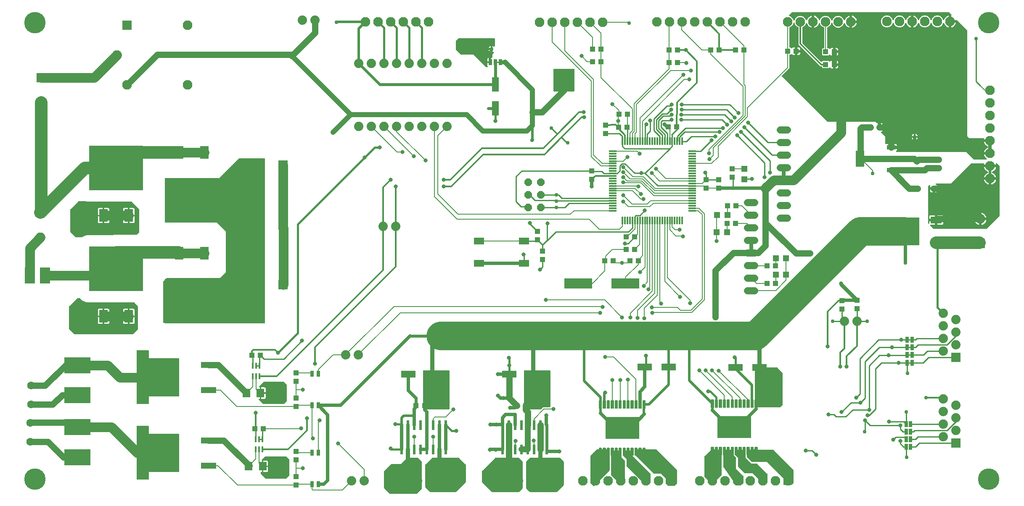
<source format=gbr>
G04 EAGLE Gerber RS-274X export*
G75*
%MOMM*%
%FSLAX34Y34*%
%LPD*%
%INTop Copper*%
%IPPOS*%
%AMOC8*
5,1,8,0,0,1.08239X$1,22.5*%
G01*
%ADD10R,1.400000X3.000000*%
%ADD11R,0.800000X1.200000*%
%ADD12C,0.718719*%
%ADD13R,1.100000X1.000000*%
%ADD14R,3.000000X1.400000*%
%ADD15R,1.778000X2.540000*%
%ADD16R,10.922000X9.017000*%
%ADD17R,2.032000X3.175000*%
%ADD18P,1.677704X8X112.500000*%
%ADD19C,1.879600*%
%ADD20R,1.879600X1.879600*%
%ADD21C,1.600200*%
%ADD22R,1.950000X1.950000*%
%ADD23C,1.950000*%
%ADD24R,0.635000X1.270000*%
%ADD25C,0.254000*%
%ADD26R,3.098800X1.295400*%
%ADD27R,8.001000X6.985000*%
%ADD28R,2.286000X1.397000*%
%ADD29R,6.172200X5.689600*%
%ADD30R,1.600000X1.800000*%
%ADD31R,1.000000X1.100000*%
%ADD32C,0.150000*%
%ADD33R,6.800000X4.400000*%
%ADD34R,0.355600X1.168400*%
%ADD35C,0.079800*%
%ADD36C,0.762000*%
%ADD37C,1.930400*%
%ADD38R,1.930400X1.930400*%
%ADD39R,5.283200X3.175000*%
%ADD40R,1.200000X1.200000*%
%ADD41R,1.500000X0.300000*%
%ADD42R,0.300000X1.500000*%
%ADD43R,5.600000X2.100000*%
%ADD44R,2.100000X1.400000*%
%ADD45C,1.422400*%
%ADD46R,0.899159X1.021081*%
%ADD47R,1.760000X0.930000*%
%ADD48R,1.760000X3.190000*%
%ADD49C,0.304800*%
%ADD50C,0.203200*%
%ADD51C,0.635000*%
%ADD52C,1.016000*%
%ADD53C,1.270000*%
%ADD54C,0.355600*%
%ADD55C,0.812800*%
%ADD56C,0.762000*%
%ADD57C,0.406400*%
%ADD58C,1.905000*%
%ADD59C,0.508000*%
%ADD60C,0.609600*%
%ADD61C,2.540000*%
%ADD62C,4.316000*%
%ADD63C,1.143000*%
%ADD64C,5.715000*%
%ADD65C,0.812800*%

G36*
X1954925Y684541D02*
X1954925Y684541D01*
X1955005Y684541D01*
X1955082Y684561D01*
X1955161Y684571D01*
X1955235Y684600D01*
X1955313Y684620D01*
X1955383Y684658D01*
X1955457Y684688D01*
X1955522Y684734D01*
X1955591Y684773D01*
X1955650Y684827D01*
X1955714Y684874D01*
X1955765Y684936D01*
X1955823Y684990D01*
X1955866Y685058D01*
X1955917Y685119D01*
X1955951Y685192D01*
X1955994Y685259D01*
X1956019Y685335D01*
X1956053Y685407D01*
X1956068Y685485D01*
X1956092Y685561D01*
X1956098Y685641D01*
X1956113Y685720D01*
X1956108Y685799D01*
X1956113Y685879D01*
X1956098Y685957D01*
X1956093Y686037D01*
X1956068Y686113D01*
X1956053Y686191D01*
X1956019Y686263D01*
X1955995Y686339D01*
X1955952Y686407D01*
X1955918Y686479D01*
X1955867Y686541D01*
X1955825Y686608D01*
X1955767Y686663D01*
X1955716Y686724D01*
X1955594Y686825D01*
X1955593Y686826D01*
X1955592Y686827D01*
X1954493Y687625D01*
X1953125Y688993D01*
X1951988Y690558D01*
X1951110Y692282D01*
X1950512Y694122D01*
X1950458Y694461D01*
X1961230Y694461D01*
X1961348Y694476D01*
X1961467Y694483D01*
X1961505Y694496D01*
X1961545Y694501D01*
X1961656Y694544D01*
X1961769Y694581D01*
X1961803Y694603D01*
X1961841Y694618D01*
X1961937Y694688D01*
X1962038Y694751D01*
X1962066Y694781D01*
X1962098Y694804D01*
X1962174Y694896D01*
X1962256Y694983D01*
X1962275Y695018D01*
X1962301Y695049D01*
X1962352Y695157D01*
X1962409Y695261D01*
X1962420Y695301D01*
X1962437Y695337D01*
X1962459Y695454D01*
X1962489Y695569D01*
X1962493Y695630D01*
X1962497Y695650D01*
X1962495Y695670D01*
X1962499Y695730D01*
X1962499Y697001D01*
X1963770Y697001D01*
X1963888Y697016D01*
X1964007Y697023D01*
X1964045Y697036D01*
X1964085Y697041D01*
X1964196Y697085D01*
X1964309Y697121D01*
X1964344Y697143D01*
X1964381Y697158D01*
X1964477Y697228D01*
X1964578Y697291D01*
X1964606Y697321D01*
X1964639Y697345D01*
X1964714Y697436D01*
X1964796Y697523D01*
X1964816Y697558D01*
X1964841Y697590D01*
X1964892Y697697D01*
X1964950Y697802D01*
X1964960Y697841D01*
X1964977Y697877D01*
X1964999Y697994D01*
X1965029Y698109D01*
X1965033Y698170D01*
X1965037Y698190D01*
X1965035Y698210D01*
X1965039Y698270D01*
X1965039Y721130D01*
X1965024Y721248D01*
X1965017Y721367D01*
X1965004Y721405D01*
X1964999Y721445D01*
X1964956Y721556D01*
X1964919Y721669D01*
X1964897Y721703D01*
X1964882Y721741D01*
X1964812Y721837D01*
X1964749Y721938D01*
X1964719Y721966D01*
X1964695Y721998D01*
X1964604Y722074D01*
X1964517Y722156D01*
X1964482Y722175D01*
X1964451Y722201D01*
X1964343Y722252D01*
X1964239Y722309D01*
X1964199Y722320D01*
X1964163Y722337D01*
X1964046Y722359D01*
X1963931Y722389D01*
X1963870Y722393D01*
X1963850Y722397D01*
X1963830Y722395D01*
X1963770Y722399D01*
X1962499Y722399D01*
X1962499Y723670D01*
X1962484Y723788D01*
X1962477Y723907D01*
X1962464Y723945D01*
X1962459Y723985D01*
X1962415Y724096D01*
X1962379Y724209D01*
X1962357Y724244D01*
X1962342Y724281D01*
X1962272Y724377D01*
X1962209Y724478D01*
X1962179Y724506D01*
X1962155Y724539D01*
X1962064Y724614D01*
X1961977Y724696D01*
X1961942Y724716D01*
X1961910Y724741D01*
X1961803Y724792D01*
X1961698Y724850D01*
X1961659Y724860D01*
X1961623Y724877D01*
X1961506Y724899D01*
X1961391Y724929D01*
X1961330Y724933D01*
X1961310Y724937D01*
X1961290Y724935D01*
X1961230Y724939D01*
X1950458Y724939D01*
X1950512Y725278D01*
X1950762Y726048D01*
X1950795Y726220D01*
X1950822Y726360D01*
X1950811Y726531D01*
X1950802Y726677D01*
X1950802Y726678D01*
X1950756Y726820D01*
X1950704Y726979D01*
X1950704Y726980D01*
X1950622Y727109D01*
X1950534Y727248D01*
X1950533Y727248D01*
X1950533Y727249D01*
X1950430Y727346D01*
X1950302Y727466D01*
X1950301Y727466D01*
X1950172Y727538D01*
X1950024Y727620D01*
X1950023Y727620D01*
X1949857Y727663D01*
X1949716Y727699D01*
X1949715Y727699D01*
X1949714Y727699D01*
X1949555Y727709D01*
X1920766Y727709D01*
X1916429Y732046D01*
X1916429Y944880D01*
X1916417Y944978D01*
X1916414Y945077D01*
X1916397Y945135D01*
X1916389Y945196D01*
X1916353Y945288D01*
X1916325Y945383D01*
X1916295Y945435D01*
X1916272Y945491D01*
X1916214Y945571D01*
X1916164Y945657D01*
X1916098Y945732D01*
X1916086Y945749D01*
X1916076Y945756D01*
X1916058Y945778D01*
X1896302Y965533D01*
X1896239Y965582D01*
X1896182Y965638D01*
X1896114Y965679D01*
X1896050Y965728D01*
X1895977Y965760D01*
X1895909Y965800D01*
X1895832Y965823D01*
X1895759Y965855D01*
X1895680Y965867D01*
X1895603Y965889D01*
X1895524Y965892D01*
X1895445Y965904D01*
X1895365Y965897D01*
X1895286Y965899D01*
X1895208Y965882D01*
X1895128Y965875D01*
X1895053Y965848D01*
X1894975Y965830D01*
X1894904Y965794D01*
X1894829Y965767D01*
X1894763Y965722D01*
X1894692Y965686D01*
X1894632Y965633D01*
X1894565Y965588D01*
X1894513Y965529D01*
X1894453Y965476D01*
X1894412Y965415D01*
X1884493Y965415D01*
X1884493Y975333D01*
X1884552Y975374D01*
X1884605Y975434D01*
X1884665Y975486D01*
X1884710Y975552D01*
X1884763Y975612D01*
X1884799Y975683D01*
X1884844Y975749D01*
X1884871Y975824D01*
X1884908Y975895D01*
X1884925Y975973D01*
X1884952Y976049D01*
X1884960Y976128D01*
X1884977Y976206D01*
X1884975Y976286D01*
X1884982Y976365D01*
X1884970Y976444D01*
X1884968Y976523D01*
X1884945Y976600D01*
X1884933Y976679D01*
X1884901Y976752D01*
X1884879Y976829D01*
X1884839Y976898D01*
X1884807Y976971D01*
X1884758Y977034D01*
X1884718Y977103D01*
X1884613Y977222D01*
X1884612Y977223D01*
X1884611Y977224D01*
X1880498Y981338D01*
X1880419Y981398D01*
X1880347Y981466D01*
X1880294Y981495D01*
X1880246Y981532D01*
X1880155Y981572D01*
X1880069Y981620D01*
X1880010Y981635D01*
X1879954Y981659D01*
X1879856Y981674D01*
X1879761Y981699D01*
X1879661Y981705D01*
X1879640Y981709D01*
X1879628Y981707D01*
X1879600Y981709D01*
X1564640Y981709D01*
X1564542Y981697D01*
X1564443Y981694D01*
X1564385Y981677D01*
X1564324Y981669D01*
X1564232Y981633D01*
X1564137Y981605D01*
X1564085Y981575D01*
X1564029Y981552D01*
X1563949Y981494D01*
X1563863Y981444D01*
X1563788Y981378D01*
X1563771Y981366D01*
X1563764Y981356D01*
X1563743Y981338D01*
X1558223Y975818D01*
X1558193Y975779D01*
X1558156Y975745D01*
X1558095Y975654D01*
X1558028Y975567D01*
X1558008Y975521D01*
X1557981Y975480D01*
X1557946Y975376D01*
X1557902Y975275D01*
X1557894Y975226D01*
X1557878Y975179D01*
X1557869Y975070D01*
X1557852Y974961D01*
X1557857Y974911D01*
X1557853Y974862D01*
X1557871Y974754D01*
X1557882Y974644D01*
X1557899Y974597D01*
X1557907Y974549D01*
X1557952Y974448D01*
X1557989Y974345D01*
X1558017Y974304D01*
X1558038Y974259D01*
X1558106Y974173D01*
X1558168Y974082D01*
X1558205Y974049D01*
X1558236Y974010D01*
X1558324Y973944D01*
X1558406Y973871D01*
X1558451Y973849D01*
X1558490Y973819D01*
X1558635Y973748D01*
X1561930Y972383D01*
X1565245Y969068D01*
X1566783Y965354D01*
X1566852Y965234D01*
X1566917Y965111D01*
X1566931Y965096D01*
X1566941Y965078D01*
X1567038Y964978D01*
X1567131Y964875D01*
X1567148Y964864D01*
X1567162Y964850D01*
X1567280Y964777D01*
X1567397Y964700D01*
X1567416Y964694D01*
X1567433Y964683D01*
X1567566Y964642D01*
X1567698Y964597D01*
X1567718Y964596D01*
X1567737Y964590D01*
X1567876Y964583D01*
X1568015Y964572D01*
X1568035Y964576D01*
X1568055Y964575D01*
X1568191Y964603D01*
X1568328Y964626D01*
X1568346Y964635D01*
X1568366Y964639D01*
X1568492Y964700D01*
X1568618Y964757D01*
X1568634Y964770D01*
X1568652Y964779D01*
X1568758Y964869D01*
X1568866Y964956D01*
X1568879Y964972D01*
X1568894Y964985D01*
X1568974Y965098D01*
X1569058Y965210D01*
X1569070Y965235D01*
X1569077Y965245D01*
X1569084Y965264D01*
X1569129Y965354D01*
X1570667Y969068D01*
X1573982Y972383D01*
X1578312Y974177D01*
X1583000Y974177D01*
X1587330Y972383D01*
X1590645Y969068D01*
X1591938Y965947D01*
X1591953Y965921D01*
X1591962Y965893D01*
X1592031Y965783D01*
X1592095Y965671D01*
X1592116Y965649D01*
X1592132Y965624D01*
X1592227Y965535D01*
X1592317Y965442D01*
X1592342Y965427D01*
X1592364Y965406D01*
X1592478Y965344D01*
X1592588Y965276D01*
X1592616Y965267D01*
X1592642Y965253D01*
X1592768Y965221D01*
X1592892Y965182D01*
X1592921Y965181D01*
X1592950Y965174D01*
X1593080Y965174D01*
X1593209Y965167D01*
X1593239Y965173D01*
X1593268Y965173D01*
X1593394Y965205D01*
X1593521Y965232D01*
X1593548Y965245D01*
X1593577Y965252D01*
X1593690Y965314D01*
X1593807Y965371D01*
X1593829Y965391D01*
X1593855Y965405D01*
X1593950Y965494D01*
X1594048Y965578D01*
X1594066Y965602D01*
X1594087Y965623D01*
X1594157Y965732D01*
X1594232Y965838D01*
X1594242Y965866D01*
X1594258Y965891D01*
X1594318Y966041D01*
X1594666Y967112D01*
X1595544Y968836D01*
X1596681Y970401D01*
X1598049Y971769D01*
X1599614Y972906D01*
X1601338Y973784D01*
X1603178Y974382D01*
X1603517Y974436D01*
X1603517Y963664D01*
X1603532Y963546D01*
X1603539Y963427D01*
X1603552Y963389D01*
X1603557Y963349D01*
X1603600Y963238D01*
X1603637Y963125D01*
X1603659Y963091D01*
X1603674Y963053D01*
X1603744Y962957D01*
X1603807Y962856D01*
X1603837Y962828D01*
X1603860Y962796D01*
X1603952Y962720D01*
X1604039Y962638D01*
X1604074Y962619D01*
X1604105Y962593D01*
X1604213Y962542D01*
X1604317Y962485D01*
X1604357Y962474D01*
X1604393Y962457D01*
X1604510Y962435D01*
X1604625Y962405D01*
X1604686Y962401D01*
X1604706Y962397D01*
X1604726Y962399D01*
X1604786Y962395D01*
X1607326Y962395D01*
X1607444Y962410D01*
X1607563Y962417D01*
X1607601Y962430D01*
X1607641Y962435D01*
X1607752Y962479D01*
X1607865Y962515D01*
X1607900Y962537D01*
X1607937Y962552D01*
X1608033Y962622D01*
X1608134Y962685D01*
X1608162Y962715D01*
X1608195Y962739D01*
X1608270Y962830D01*
X1608352Y962917D01*
X1608372Y962952D01*
X1608397Y962984D01*
X1608448Y963091D01*
X1608506Y963196D01*
X1608516Y963235D01*
X1608533Y963271D01*
X1608555Y963388D01*
X1608585Y963503D01*
X1608589Y963564D01*
X1608593Y963584D01*
X1608591Y963604D01*
X1608595Y963664D01*
X1608595Y974436D01*
X1608934Y974382D01*
X1610774Y973784D01*
X1612498Y972906D01*
X1614063Y971769D01*
X1615431Y970401D01*
X1616568Y968836D01*
X1617446Y967112D01*
X1617794Y966041D01*
X1617807Y966014D01*
X1617814Y965984D01*
X1617875Y965870D01*
X1617930Y965753D01*
X1617949Y965730D01*
X1617963Y965703D01*
X1618050Y965607D01*
X1618132Y965508D01*
X1618157Y965490D01*
X1618177Y965468D01*
X1618285Y965397D01*
X1618390Y965321D01*
X1618418Y965310D01*
X1618442Y965293D01*
X1618565Y965251D01*
X1618685Y965203D01*
X1618715Y965200D01*
X1618743Y965190D01*
X1618872Y965180D01*
X1619001Y965163D01*
X1619030Y965167D01*
X1619060Y965165D01*
X1619188Y965187D01*
X1619316Y965203D01*
X1619344Y965214D01*
X1619374Y965219D01*
X1619492Y965272D01*
X1619612Y965320D01*
X1619636Y965338D01*
X1619664Y965350D01*
X1619765Y965431D01*
X1619870Y965507D01*
X1619889Y965530D01*
X1619912Y965548D01*
X1619990Y965652D01*
X1620073Y965752D01*
X1620085Y965779D01*
X1620103Y965802D01*
X1620174Y965947D01*
X1621467Y969068D01*
X1624782Y972383D01*
X1629112Y974177D01*
X1633800Y974177D01*
X1638130Y972383D01*
X1641445Y969068D01*
X1642983Y965354D01*
X1643052Y965234D01*
X1643117Y965111D01*
X1643131Y965096D01*
X1643141Y965078D01*
X1643238Y964978D01*
X1643331Y964875D01*
X1643348Y964864D01*
X1643362Y964850D01*
X1643480Y964777D01*
X1643597Y964700D01*
X1643616Y964694D01*
X1643633Y964683D01*
X1643766Y964642D01*
X1643898Y964597D01*
X1643918Y964596D01*
X1643937Y964590D01*
X1644076Y964583D01*
X1644215Y964572D01*
X1644235Y964576D01*
X1644255Y964575D01*
X1644391Y964603D01*
X1644528Y964626D01*
X1644546Y964635D01*
X1644566Y964639D01*
X1644692Y964700D01*
X1644818Y964757D01*
X1644834Y964770D01*
X1644852Y964779D01*
X1644958Y964869D01*
X1645066Y964956D01*
X1645079Y964972D01*
X1645094Y964985D01*
X1645174Y965098D01*
X1645258Y965210D01*
X1645270Y965235D01*
X1645277Y965245D01*
X1645284Y965264D01*
X1645329Y965354D01*
X1646867Y969068D01*
X1650182Y972383D01*
X1654512Y974177D01*
X1659200Y974177D01*
X1663530Y972383D01*
X1666845Y969068D01*
X1668138Y965947D01*
X1668153Y965921D01*
X1668162Y965893D01*
X1668231Y965783D01*
X1668295Y965671D01*
X1668316Y965649D01*
X1668332Y965624D01*
X1668427Y965535D01*
X1668517Y965442D01*
X1668542Y965427D01*
X1668564Y965406D01*
X1668678Y965344D01*
X1668788Y965276D01*
X1668816Y965267D01*
X1668842Y965253D01*
X1668968Y965221D01*
X1669092Y965182D01*
X1669121Y965181D01*
X1669150Y965174D01*
X1669280Y965174D01*
X1669409Y965167D01*
X1669439Y965173D01*
X1669468Y965173D01*
X1669594Y965205D01*
X1669721Y965232D01*
X1669748Y965245D01*
X1669777Y965252D01*
X1669890Y965314D01*
X1670007Y965371D01*
X1670029Y965391D01*
X1670055Y965405D01*
X1670150Y965494D01*
X1670248Y965578D01*
X1670266Y965602D01*
X1670287Y965623D01*
X1670357Y965732D01*
X1670432Y965838D01*
X1670442Y965866D01*
X1670458Y965891D01*
X1670518Y966041D01*
X1670866Y967112D01*
X1671744Y968836D01*
X1672881Y970401D01*
X1674249Y971769D01*
X1675814Y972906D01*
X1677538Y973784D01*
X1679378Y974382D01*
X1679717Y974436D01*
X1679717Y963664D01*
X1679732Y963546D01*
X1679739Y963427D01*
X1679752Y963389D01*
X1679757Y963349D01*
X1679800Y963238D01*
X1679837Y963125D01*
X1679859Y963091D01*
X1679874Y963053D01*
X1679944Y962957D01*
X1680007Y962856D01*
X1680037Y962828D01*
X1680060Y962796D01*
X1680152Y962720D01*
X1680239Y962638D01*
X1680274Y962619D01*
X1680305Y962593D01*
X1680413Y962542D01*
X1680517Y962485D01*
X1680557Y962474D01*
X1680593Y962457D01*
X1680710Y962435D01*
X1680825Y962405D01*
X1680886Y962401D01*
X1680906Y962397D01*
X1680926Y962399D01*
X1680986Y962395D01*
X1682257Y962395D01*
X1682257Y962393D01*
X1680986Y962393D01*
X1680868Y962378D01*
X1680749Y962371D01*
X1680711Y962358D01*
X1680670Y962353D01*
X1680560Y962309D01*
X1680447Y962273D01*
X1680412Y962251D01*
X1680375Y962236D01*
X1680279Y962166D01*
X1680178Y962103D01*
X1680150Y962073D01*
X1680117Y962049D01*
X1680042Y961958D01*
X1679960Y961871D01*
X1679940Y961836D01*
X1679915Y961804D01*
X1679864Y961697D01*
X1679806Y961592D01*
X1679796Y961553D01*
X1679779Y961517D01*
X1679757Y961400D01*
X1679727Y961285D01*
X1679723Y961224D01*
X1679719Y961204D01*
X1679721Y961184D01*
X1679717Y961124D01*
X1679717Y950352D01*
X1679378Y950406D01*
X1677538Y951004D01*
X1675814Y951882D01*
X1674249Y953019D01*
X1672881Y954387D01*
X1671744Y955952D01*
X1670866Y957676D01*
X1670518Y958747D01*
X1670505Y958774D01*
X1670498Y958804D01*
X1670437Y958918D01*
X1670382Y959035D01*
X1670363Y959058D01*
X1670349Y959085D01*
X1670262Y959181D01*
X1670180Y959280D01*
X1670155Y959298D01*
X1670135Y959320D01*
X1670027Y959391D01*
X1669922Y959467D01*
X1669894Y959478D01*
X1669870Y959495D01*
X1669747Y959537D01*
X1669627Y959585D01*
X1669597Y959588D01*
X1669569Y959598D01*
X1669440Y959608D01*
X1669311Y959625D01*
X1669282Y959621D01*
X1669252Y959623D01*
X1669124Y959601D01*
X1668996Y959585D01*
X1668968Y959574D01*
X1668938Y959569D01*
X1668820Y959516D01*
X1668700Y959468D01*
X1668676Y959450D01*
X1668648Y959438D01*
X1668547Y959357D01*
X1668442Y959281D01*
X1668423Y959258D01*
X1668400Y959240D01*
X1668322Y959136D01*
X1668239Y959036D01*
X1668227Y959009D01*
X1668209Y958986D01*
X1668138Y958841D01*
X1666845Y955720D01*
X1663530Y952405D01*
X1659200Y950611D01*
X1654512Y950611D01*
X1650182Y952405D01*
X1646867Y955720D01*
X1645329Y959434D01*
X1645260Y959554D01*
X1645195Y959677D01*
X1645181Y959692D01*
X1645171Y959710D01*
X1645074Y959810D01*
X1644981Y959913D01*
X1644964Y959924D01*
X1644950Y959938D01*
X1644831Y960011D01*
X1644715Y960088D01*
X1644696Y960094D01*
X1644679Y960105D01*
X1644546Y960146D01*
X1644414Y960191D01*
X1644394Y960192D01*
X1644375Y960198D01*
X1644236Y960205D01*
X1644097Y960216D01*
X1644077Y960212D01*
X1644057Y960213D01*
X1643921Y960185D01*
X1643784Y960162D01*
X1643765Y960153D01*
X1643746Y960149D01*
X1643620Y960088D01*
X1643494Y960031D01*
X1643478Y960018D01*
X1643460Y960009D01*
X1643354Y959919D01*
X1643246Y959832D01*
X1643233Y959816D01*
X1643218Y959803D01*
X1643138Y959689D01*
X1643054Y959578D01*
X1643042Y959553D01*
X1643035Y959543D01*
X1643028Y959524D01*
X1642983Y959434D01*
X1641445Y955720D01*
X1638130Y952405D01*
X1635580Y951349D01*
X1635555Y951334D01*
X1635527Y951325D01*
X1635417Y951256D01*
X1635304Y951191D01*
X1635283Y951171D01*
X1635258Y951155D01*
X1635169Y951060D01*
X1635076Y950970D01*
X1635060Y950945D01*
X1635040Y950923D01*
X1634977Y950810D01*
X1634909Y950699D01*
X1634901Y950671D01*
X1634886Y950645D01*
X1634854Y950519D01*
X1634816Y950395D01*
X1634814Y950365D01*
X1634807Y950337D01*
X1634797Y950176D01*
X1634797Y910034D01*
X1634812Y909916D01*
X1634819Y909797D01*
X1634832Y909759D01*
X1634837Y909718D01*
X1634880Y909608D01*
X1634917Y909495D01*
X1634939Y909460D01*
X1634954Y909423D01*
X1635023Y909327D01*
X1635087Y909226D01*
X1635117Y909198D01*
X1635140Y909165D01*
X1635232Y909089D01*
X1635319Y909008D01*
X1635354Y908988D01*
X1635385Y908963D01*
X1635493Y908912D01*
X1635597Y908854D01*
X1635637Y908844D01*
X1635673Y908827D01*
X1635790Y908805D01*
X1635905Y908775D01*
X1635965Y908771D01*
X1635985Y908767D01*
X1636006Y908769D01*
X1636066Y908765D01*
X1638090Y908765D01*
X1639074Y907780D01*
X1639174Y907703D01*
X1639269Y907621D01*
X1639299Y907606D01*
X1639326Y907585D01*
X1639441Y907535D01*
X1639554Y907479D01*
X1639587Y907472D01*
X1639618Y907459D01*
X1639742Y907439D01*
X1639865Y907413D01*
X1639898Y907414D01*
X1639932Y907409D01*
X1640057Y907421D01*
X1640182Y907426D01*
X1640215Y907436D01*
X1640248Y907439D01*
X1640367Y907481D01*
X1640487Y907518D01*
X1640516Y907535D01*
X1640548Y907546D01*
X1640652Y907617D01*
X1640759Y907682D01*
X1640783Y907706D01*
X1640811Y907725D01*
X1640894Y907819D01*
X1640982Y907909D01*
X1641009Y907950D01*
X1641021Y907963D01*
X1641031Y907983D01*
X1641071Y908043D01*
X1641215Y908292D01*
X1641688Y908765D01*
X1642267Y909100D01*
X1642914Y909273D01*
X1646249Y909273D01*
X1646249Y902962D01*
X1646264Y902844D01*
X1646271Y902725D01*
X1646283Y902687D01*
X1646289Y902647D01*
X1646332Y902536D01*
X1646369Y902423D01*
X1646391Y902389D01*
X1646406Y902351D01*
X1646475Y902255D01*
X1646539Y902154D01*
X1646569Y902126D01*
X1646592Y902094D01*
X1646684Y902018D01*
X1646771Y901936D01*
X1646806Y901917D01*
X1646837Y901891D01*
X1646945Y901840D01*
X1647049Y901783D01*
X1647089Y901773D01*
X1647125Y901755D01*
X1647232Y901735D01*
X1647202Y901731D01*
X1647092Y901687D01*
X1646979Y901651D01*
X1646944Y901629D01*
X1646907Y901614D01*
X1646810Y901544D01*
X1646710Y901481D01*
X1646682Y901451D01*
X1646649Y901427D01*
X1646573Y901336D01*
X1646492Y901249D01*
X1646472Y901214D01*
X1646447Y901182D01*
X1646396Y901075D01*
X1646338Y900970D01*
X1646328Y900931D01*
X1646311Y900895D01*
X1646289Y900778D01*
X1646259Y900662D01*
X1646255Y900602D01*
X1646251Y900582D01*
X1646253Y900562D01*
X1646249Y900502D01*
X1646249Y894191D01*
X1642914Y894191D01*
X1642267Y894364D01*
X1641688Y894699D01*
X1641215Y895172D01*
X1641071Y895421D01*
X1640995Y895521D01*
X1640925Y895625D01*
X1640899Y895647D01*
X1640879Y895674D01*
X1640780Y895752D01*
X1640686Y895836D01*
X1640656Y895851D01*
X1640630Y895872D01*
X1640515Y895923D01*
X1640403Y895980D01*
X1640370Y895988D01*
X1640339Y896001D01*
X1640215Y896022D01*
X1640093Y896050D01*
X1640059Y896049D01*
X1640026Y896054D01*
X1639900Y896044D01*
X1639775Y896040D01*
X1639742Y896031D01*
X1639709Y896028D01*
X1639590Y895987D01*
X1639469Y895952D01*
X1639440Y895935D01*
X1639408Y895924D01*
X1639304Y895854D01*
X1639195Y895790D01*
X1639159Y895758D01*
X1639143Y895748D01*
X1639129Y895732D01*
X1639074Y895684D01*
X1638090Y894699D01*
X1625406Y894699D01*
X1624215Y895890D01*
X1624215Y907574D01*
X1625406Y908765D01*
X1627430Y908765D01*
X1627548Y908780D01*
X1627667Y908787D01*
X1627705Y908800D01*
X1627746Y908805D01*
X1627856Y908848D01*
X1627969Y908885D01*
X1628004Y908907D01*
X1628041Y908922D01*
X1628137Y908991D01*
X1628238Y909055D01*
X1628266Y909085D01*
X1628299Y909108D01*
X1628375Y909200D01*
X1628456Y909287D01*
X1628476Y909322D01*
X1628501Y909353D01*
X1628552Y909461D01*
X1628610Y909565D01*
X1628620Y909605D01*
X1628637Y909641D01*
X1628659Y909758D01*
X1628689Y909873D01*
X1628693Y909933D01*
X1628697Y909953D01*
X1628695Y909974D01*
X1628699Y910034D01*
X1628699Y949934D01*
X1628696Y949963D01*
X1628698Y949993D01*
X1628676Y950121D01*
X1628659Y950250D01*
X1628649Y950277D01*
X1628644Y950306D01*
X1628590Y950425D01*
X1628542Y950545D01*
X1628525Y950569D01*
X1628513Y950596D01*
X1628432Y950698D01*
X1628356Y950803D01*
X1628333Y950822D01*
X1628314Y950845D01*
X1628211Y950923D01*
X1628111Y951006D01*
X1628084Y951018D01*
X1628060Y951036D01*
X1627916Y951107D01*
X1624782Y952405D01*
X1621467Y955720D01*
X1620174Y958841D01*
X1620159Y958867D01*
X1620150Y958895D01*
X1620081Y959005D01*
X1620017Y959117D01*
X1619996Y959139D01*
X1619980Y959164D01*
X1619885Y959253D01*
X1619795Y959346D01*
X1619770Y959361D01*
X1619748Y959382D01*
X1619634Y959444D01*
X1619524Y959512D01*
X1619496Y959521D01*
X1619470Y959535D01*
X1619344Y959567D01*
X1619220Y959606D01*
X1619191Y959607D01*
X1619162Y959614D01*
X1619032Y959614D01*
X1618903Y959621D01*
X1618873Y959615D01*
X1618844Y959615D01*
X1618718Y959583D01*
X1618591Y959556D01*
X1618564Y959543D01*
X1618535Y959536D01*
X1618422Y959474D01*
X1618305Y959417D01*
X1618283Y959397D01*
X1618257Y959383D01*
X1618162Y959294D01*
X1618064Y959210D01*
X1618046Y959186D01*
X1618025Y959165D01*
X1617955Y959056D01*
X1617880Y958950D01*
X1617870Y958922D01*
X1617854Y958897D01*
X1617794Y958747D01*
X1617491Y957812D01*
X1617446Y957676D01*
X1616568Y955952D01*
X1615431Y954387D01*
X1614063Y953019D01*
X1612498Y951882D01*
X1610774Y951004D01*
X1608934Y950406D01*
X1608595Y950352D01*
X1608595Y961124D01*
X1608580Y961242D01*
X1608573Y961361D01*
X1608560Y961399D01*
X1608555Y961439D01*
X1608512Y961550D01*
X1608475Y961663D01*
X1608453Y961697D01*
X1608438Y961735D01*
X1608368Y961831D01*
X1608305Y961932D01*
X1608275Y961960D01*
X1608251Y961992D01*
X1608160Y962068D01*
X1608073Y962150D01*
X1608038Y962169D01*
X1608007Y962195D01*
X1607899Y962246D01*
X1607795Y962303D01*
X1607755Y962314D01*
X1607719Y962331D01*
X1607602Y962353D01*
X1607487Y962383D01*
X1607426Y962387D01*
X1607406Y962391D01*
X1607386Y962389D01*
X1607326Y962393D01*
X1604786Y962393D01*
X1604668Y962378D01*
X1604549Y962371D01*
X1604511Y962358D01*
X1604470Y962353D01*
X1604360Y962309D01*
X1604247Y962273D01*
X1604212Y962251D01*
X1604175Y962236D01*
X1604079Y962166D01*
X1603978Y962103D01*
X1603950Y962073D01*
X1603917Y962049D01*
X1603842Y961958D01*
X1603760Y961871D01*
X1603740Y961836D01*
X1603715Y961804D01*
X1603664Y961697D01*
X1603606Y961592D01*
X1603596Y961553D01*
X1603579Y961517D01*
X1603557Y961400D01*
X1603527Y961285D01*
X1603523Y961224D01*
X1603519Y961204D01*
X1603521Y961184D01*
X1603517Y961124D01*
X1603517Y950352D01*
X1603178Y950406D01*
X1601338Y951004D01*
X1599614Y951882D01*
X1598049Y953019D01*
X1596681Y954387D01*
X1595544Y955952D01*
X1594666Y957676D01*
X1594318Y958747D01*
X1594305Y958774D01*
X1594298Y958804D01*
X1594237Y958918D01*
X1594182Y959035D01*
X1594163Y959058D01*
X1594149Y959085D01*
X1594062Y959181D01*
X1593980Y959280D01*
X1593955Y959298D01*
X1593935Y959320D01*
X1593827Y959391D01*
X1593722Y959467D01*
X1593694Y959478D01*
X1593670Y959495D01*
X1593547Y959537D01*
X1593427Y959585D01*
X1593397Y959588D01*
X1593369Y959598D01*
X1593240Y959608D01*
X1593111Y959625D01*
X1593082Y959621D01*
X1593052Y959623D01*
X1592924Y959601D01*
X1592796Y959585D01*
X1592768Y959574D01*
X1592738Y959569D01*
X1592620Y959516D01*
X1592500Y959468D01*
X1592476Y959450D01*
X1592448Y959438D01*
X1592347Y959357D01*
X1592242Y959281D01*
X1592223Y959258D01*
X1592200Y959240D01*
X1592122Y959136D01*
X1592039Y959036D01*
X1592027Y959009D01*
X1592009Y958986D01*
X1591938Y958841D01*
X1590645Y955720D01*
X1587330Y952405D01*
X1585250Y951543D01*
X1585225Y951529D01*
X1585197Y951520D01*
X1585087Y951450D01*
X1584974Y951386D01*
X1584953Y951365D01*
X1584928Y951350D01*
X1584839Y951255D01*
X1584746Y951165D01*
X1584730Y951139D01*
X1584710Y951118D01*
X1584647Y951004D01*
X1584579Y950894D01*
X1584571Y950865D01*
X1584556Y950839D01*
X1584524Y950714D01*
X1584486Y950590D01*
X1584484Y950560D01*
X1584477Y950532D01*
X1584467Y950371D01*
X1584467Y920046D01*
X1584479Y919948D01*
X1584482Y919849D01*
X1584499Y919791D01*
X1584507Y919731D01*
X1584543Y919639D01*
X1584571Y919543D01*
X1584601Y919491D01*
X1584624Y919435D01*
X1584682Y919355D01*
X1584732Y919270D01*
X1584798Y919194D01*
X1584810Y919178D01*
X1584820Y919170D01*
X1584838Y919149D01*
X1622292Y881695D01*
X1622386Y881622D01*
X1622475Y881544D01*
X1622511Y881525D01*
X1622543Y881500D01*
X1622652Y881453D01*
X1622758Y881399D01*
X1622798Y881390D01*
X1622835Y881374D01*
X1622953Y881355D01*
X1623069Y881329D01*
X1623109Y881331D01*
X1623149Y881324D01*
X1623268Y881335D01*
X1623386Y881339D01*
X1623425Y881350D01*
X1623466Y881354D01*
X1623578Y881394D01*
X1623692Y881427D01*
X1623727Y881448D01*
X1623765Y881462D01*
X1623863Y881529D01*
X1623966Y881589D01*
X1624011Y881629D01*
X1624028Y881640D01*
X1624041Y881656D01*
X1624087Y881695D01*
X1625406Y883015D01*
X1638090Y883015D01*
X1639074Y882030D01*
X1639174Y881953D01*
X1639269Y881871D01*
X1639299Y881856D01*
X1639326Y881835D01*
X1639441Y881785D01*
X1639554Y881729D01*
X1639587Y881722D01*
X1639618Y881709D01*
X1639742Y881689D01*
X1639865Y881663D01*
X1639898Y881664D01*
X1639932Y881659D01*
X1640057Y881671D01*
X1640182Y881676D01*
X1640215Y881686D01*
X1640248Y881689D01*
X1640367Y881731D01*
X1640487Y881768D01*
X1640516Y881785D01*
X1640548Y881796D01*
X1640652Y881867D01*
X1640759Y881932D01*
X1640783Y881956D01*
X1640811Y881975D01*
X1640894Y882069D01*
X1640982Y882159D01*
X1641009Y882200D01*
X1641021Y882213D01*
X1641031Y882233D01*
X1641071Y882293D01*
X1641215Y882542D01*
X1641688Y883015D01*
X1642267Y883350D01*
X1642914Y883523D01*
X1646249Y883523D01*
X1646249Y877212D01*
X1646264Y877094D01*
X1646271Y876975D01*
X1646283Y876937D01*
X1646289Y876897D01*
X1646332Y876786D01*
X1646369Y876673D01*
X1646391Y876639D01*
X1646406Y876601D01*
X1646475Y876505D01*
X1646539Y876404D01*
X1646569Y876376D01*
X1646592Y876344D01*
X1646684Y876268D01*
X1646771Y876186D01*
X1646806Y876167D01*
X1646837Y876141D01*
X1646945Y876090D01*
X1647049Y876033D01*
X1647089Y876023D01*
X1647125Y876005D01*
X1647232Y875985D01*
X1647202Y875981D01*
X1647092Y875937D01*
X1646979Y875901D01*
X1646944Y875879D01*
X1646907Y875864D01*
X1646810Y875794D01*
X1646710Y875731D01*
X1646682Y875701D01*
X1646649Y875677D01*
X1646573Y875586D01*
X1646492Y875499D01*
X1646472Y875464D01*
X1646447Y875432D01*
X1646396Y875325D01*
X1646338Y875220D01*
X1646328Y875181D01*
X1646311Y875145D01*
X1646289Y875028D01*
X1646259Y874912D01*
X1646255Y874852D01*
X1646251Y874832D01*
X1646253Y874812D01*
X1646249Y874752D01*
X1646249Y868441D01*
X1642914Y868441D01*
X1642267Y868614D01*
X1641688Y868949D01*
X1641215Y869422D01*
X1641071Y869671D01*
X1640995Y869771D01*
X1640925Y869875D01*
X1640899Y869897D01*
X1640879Y869924D01*
X1640780Y870002D01*
X1640686Y870086D01*
X1640656Y870101D01*
X1640630Y870122D01*
X1640515Y870173D01*
X1640403Y870230D01*
X1640370Y870238D01*
X1640339Y870251D01*
X1640215Y870272D01*
X1640093Y870300D01*
X1640059Y870299D01*
X1640026Y870304D01*
X1639900Y870294D01*
X1639775Y870290D01*
X1639742Y870281D01*
X1639709Y870278D01*
X1639590Y870237D01*
X1639469Y870202D01*
X1639440Y870185D01*
X1639408Y870174D01*
X1639304Y870104D01*
X1639195Y870040D01*
X1639159Y870008D01*
X1639143Y869998D01*
X1639129Y869982D01*
X1639074Y869934D01*
X1638090Y868949D01*
X1625406Y868949D01*
X1624215Y870140D01*
X1624215Y870902D01*
X1624200Y871020D01*
X1624193Y871139D01*
X1624180Y871177D01*
X1624175Y871218D01*
X1624132Y871328D01*
X1624095Y871441D01*
X1624073Y871476D01*
X1624058Y871513D01*
X1623989Y871609D01*
X1623925Y871710D01*
X1623895Y871738D01*
X1623872Y871771D01*
X1623780Y871847D01*
X1623693Y871928D01*
X1623658Y871948D01*
X1623627Y871973D01*
X1623519Y872024D01*
X1623415Y872082D01*
X1623375Y872092D01*
X1623339Y872109D01*
X1623222Y872131D01*
X1623107Y872161D01*
X1623047Y872165D01*
X1623027Y872169D01*
X1623006Y872167D01*
X1622946Y872171D01*
X1621038Y872171D01*
X1576845Y916364D01*
X1576845Y950371D01*
X1576842Y950400D01*
X1576844Y950430D01*
X1576822Y950558D01*
X1576805Y950686D01*
X1576795Y950714D01*
X1576790Y950743D01*
X1576736Y950861D01*
X1576688Y950982D01*
X1576671Y951006D01*
X1576659Y951033D01*
X1576578Y951134D01*
X1576502Y951239D01*
X1576479Y951258D01*
X1576460Y951281D01*
X1576357Y951359D01*
X1576257Y951442D01*
X1576230Y951455D01*
X1576206Y951473D01*
X1576062Y951543D01*
X1573982Y952405D01*
X1570667Y955720D01*
X1569129Y959434D01*
X1569060Y959554D01*
X1568995Y959677D01*
X1568981Y959692D01*
X1568971Y959710D01*
X1568874Y959810D01*
X1568781Y959913D01*
X1568764Y959924D01*
X1568750Y959938D01*
X1568631Y960011D01*
X1568515Y960088D01*
X1568496Y960094D01*
X1568479Y960105D01*
X1568346Y960146D01*
X1568214Y960191D01*
X1568194Y960192D01*
X1568175Y960198D01*
X1568036Y960205D01*
X1567897Y960216D01*
X1567877Y960212D01*
X1567857Y960213D01*
X1567721Y960185D01*
X1567584Y960162D01*
X1567565Y960153D01*
X1567546Y960149D01*
X1567420Y960088D01*
X1567294Y960031D01*
X1567278Y960018D01*
X1567260Y960009D01*
X1567154Y959919D01*
X1567046Y959832D01*
X1567033Y959816D01*
X1567018Y959803D01*
X1566938Y959689D01*
X1566854Y959578D01*
X1566842Y959553D01*
X1566835Y959543D01*
X1566828Y959524D01*
X1566783Y959434D01*
X1565245Y955720D01*
X1561930Y952405D01*
X1558956Y951173D01*
X1558931Y951159D01*
X1558903Y951149D01*
X1558793Y951080D01*
X1558680Y951016D01*
X1558659Y950995D01*
X1558634Y950979D01*
X1558545Y950885D01*
X1558452Y950794D01*
X1558436Y950769D01*
X1558416Y950748D01*
X1558353Y950634D01*
X1558285Y950523D01*
X1558277Y950495D01*
X1558262Y950469D01*
X1558230Y950343D01*
X1558192Y950219D01*
X1558190Y950190D01*
X1558183Y950161D01*
X1558173Y950001D01*
X1558173Y911272D01*
X1558188Y911154D01*
X1558195Y911035D01*
X1558208Y910997D01*
X1558213Y910956D01*
X1558256Y910846D01*
X1558293Y910733D01*
X1558315Y910698D01*
X1558330Y910661D01*
X1558399Y910565D01*
X1558463Y910464D01*
X1558493Y910436D01*
X1558516Y910403D01*
X1558608Y910327D01*
X1558695Y910246D01*
X1558730Y910226D01*
X1558761Y910201D01*
X1558869Y910150D01*
X1558973Y910092D01*
X1559013Y910082D01*
X1559049Y910065D01*
X1559166Y910043D01*
X1559281Y910013D01*
X1559341Y910009D01*
X1559361Y910005D01*
X1559382Y910007D01*
X1559442Y910003D01*
X1561466Y910003D01*
X1562450Y909018D01*
X1562550Y908941D01*
X1562645Y908859D01*
X1562675Y908844D01*
X1562702Y908823D01*
X1562817Y908773D01*
X1562930Y908717D01*
X1562963Y908710D01*
X1562994Y908697D01*
X1563118Y908677D01*
X1563241Y908651D01*
X1563274Y908652D01*
X1563308Y908647D01*
X1563433Y908659D01*
X1563558Y908664D01*
X1563591Y908674D01*
X1563624Y908677D01*
X1563743Y908719D01*
X1563863Y908756D01*
X1563892Y908773D01*
X1563924Y908784D01*
X1564028Y908855D01*
X1564135Y908920D01*
X1564159Y908944D01*
X1564187Y908963D01*
X1564270Y909057D01*
X1564358Y909147D01*
X1564385Y909188D01*
X1564397Y909201D01*
X1564407Y909221D01*
X1564447Y909281D01*
X1564591Y909530D01*
X1565064Y910003D01*
X1565643Y910338D01*
X1566290Y910511D01*
X1569625Y910511D01*
X1569625Y904200D01*
X1569640Y904082D01*
X1569647Y903963D01*
X1569659Y903925D01*
X1569665Y903885D01*
X1569708Y903774D01*
X1569745Y903661D01*
X1569767Y903627D01*
X1569782Y903589D01*
X1569851Y903493D01*
X1569915Y903392D01*
X1569945Y903364D01*
X1569968Y903332D01*
X1570060Y903256D01*
X1570147Y903174D01*
X1570182Y903155D01*
X1570213Y903129D01*
X1570321Y903078D01*
X1570425Y903021D01*
X1570465Y903011D01*
X1570501Y902993D01*
X1570608Y902973D01*
X1570578Y902969D01*
X1570468Y902925D01*
X1570355Y902889D01*
X1570320Y902867D01*
X1570283Y902852D01*
X1570186Y902782D01*
X1570086Y902719D01*
X1570058Y902689D01*
X1570025Y902665D01*
X1569949Y902574D01*
X1569868Y902487D01*
X1569848Y902452D01*
X1569823Y902420D01*
X1569772Y902313D01*
X1569714Y902208D01*
X1569704Y902169D01*
X1569687Y902133D01*
X1569665Y902016D01*
X1569635Y901900D01*
X1569631Y901840D01*
X1569627Y901820D01*
X1569629Y901800D01*
X1569625Y901740D01*
X1569625Y895429D01*
X1566290Y895429D01*
X1565643Y895602D01*
X1565064Y895937D01*
X1564591Y896410D01*
X1564447Y896659D01*
X1564371Y896759D01*
X1564301Y896863D01*
X1564275Y896885D01*
X1564255Y896912D01*
X1564156Y896990D01*
X1564062Y897074D01*
X1564032Y897089D01*
X1564006Y897110D01*
X1563891Y897161D01*
X1563779Y897218D01*
X1563746Y897226D01*
X1563715Y897239D01*
X1563591Y897260D01*
X1563469Y897288D01*
X1563435Y897287D01*
X1563402Y897292D01*
X1563276Y897282D01*
X1563151Y897278D01*
X1563118Y897269D01*
X1563085Y897266D01*
X1562966Y897225D01*
X1562845Y897190D01*
X1562816Y897173D01*
X1562784Y897162D01*
X1562680Y897092D01*
X1562571Y897028D01*
X1562535Y896996D01*
X1562519Y896986D01*
X1562505Y896970D01*
X1562450Y896922D01*
X1561466Y895937D01*
X1559442Y895937D01*
X1559324Y895922D01*
X1559205Y895915D01*
X1559167Y895902D01*
X1559126Y895897D01*
X1559016Y895854D01*
X1558903Y895817D01*
X1558868Y895795D01*
X1558831Y895780D01*
X1558735Y895711D01*
X1558634Y895647D01*
X1558606Y895617D01*
X1558573Y895594D01*
X1558497Y895502D01*
X1558416Y895415D01*
X1558396Y895380D01*
X1558371Y895349D01*
X1558320Y895241D01*
X1558262Y895137D01*
X1558252Y895097D01*
X1558235Y895061D01*
X1558213Y894944D01*
X1558183Y894829D01*
X1558179Y894769D01*
X1558175Y894749D01*
X1558177Y894728D01*
X1558173Y894668D01*
X1558173Y868569D01*
X1556015Y866412D01*
X1543682Y854078D01*
X1543609Y853984D01*
X1543530Y853895D01*
X1543512Y853859D01*
X1543487Y853827D01*
X1543439Y853718D01*
X1543385Y853612D01*
X1543377Y853572D01*
X1543360Y853535D01*
X1543342Y853417D01*
X1543316Y853301D01*
X1543317Y853261D01*
X1543311Y853221D01*
X1543322Y853102D01*
X1543325Y852984D01*
X1543337Y852945D01*
X1543340Y852904D01*
X1543381Y852792D01*
X1543414Y852678D01*
X1543434Y852643D01*
X1543448Y852605D01*
X1543515Y852507D01*
X1543575Y852404D01*
X1543615Y852359D01*
X1543627Y852342D01*
X1543642Y852329D01*
X1543682Y852283D01*
X1634863Y761103D01*
X1634941Y761042D01*
X1635013Y760974D01*
X1635066Y760945D01*
X1635114Y760908D01*
X1635205Y760868D01*
X1635291Y760820D01*
X1635350Y760805D01*
X1635406Y760781D01*
X1635504Y760766D01*
X1635599Y760741D01*
X1635699Y760735D01*
X1635720Y760731D01*
X1635732Y760733D01*
X1635760Y760731D01*
X1731754Y760731D01*
X1734344Y758141D01*
X1734428Y758076D01*
X1734505Y758004D01*
X1734553Y757979D01*
X1734595Y757946D01*
X1734693Y757904D01*
X1734786Y757854D01*
X1734838Y757841D01*
X1734887Y757820D01*
X1734992Y757803D01*
X1735094Y757778D01*
X1735148Y757778D01*
X1735201Y757770D01*
X1735307Y757780D01*
X1735412Y757781D01*
X1735496Y757798D01*
X1735518Y757800D01*
X1735533Y757805D01*
X1735570Y757812D01*
X1735676Y757841D01*
X1738011Y757841D01*
X1738011Y750030D01*
X1738026Y749912D01*
X1738033Y749793D01*
X1738045Y749755D01*
X1738051Y749715D01*
X1738094Y749604D01*
X1738131Y749491D01*
X1738153Y749457D01*
X1738168Y749419D01*
X1738237Y749323D01*
X1738301Y749222D01*
X1738331Y749194D01*
X1738354Y749162D01*
X1738446Y749086D01*
X1738533Y749004D01*
X1738568Y748985D01*
X1738599Y748959D01*
X1738707Y748908D01*
X1738811Y748851D01*
X1738851Y748841D01*
X1738887Y748823D01*
X1739004Y748801D01*
X1739119Y748771D01*
X1739179Y748767D01*
X1739199Y748764D01*
X1739220Y748765D01*
X1739280Y748761D01*
X1739471Y748761D01*
X1739471Y748570D01*
X1739486Y748452D01*
X1739493Y748333D01*
X1739506Y748295D01*
X1739511Y748254D01*
X1739555Y748144D01*
X1739591Y748031D01*
X1739613Y747996D01*
X1739628Y747959D01*
X1739698Y747862D01*
X1739761Y747762D01*
X1739791Y747734D01*
X1739815Y747701D01*
X1739906Y747625D01*
X1739993Y747544D01*
X1740028Y747524D01*
X1740060Y747499D01*
X1740167Y747448D01*
X1740272Y747390D01*
X1740311Y747380D01*
X1740347Y747363D01*
X1740464Y747341D01*
X1740580Y747311D01*
X1740640Y747307D01*
X1740660Y747303D01*
X1740680Y747305D01*
X1740740Y747301D01*
X1746551Y747301D01*
X1746551Y742966D01*
X1746378Y742319D01*
X1746043Y741740D01*
X1745570Y741267D01*
X1744991Y740932D01*
X1744276Y740741D01*
X1744154Y740691D01*
X1744029Y740646D01*
X1744007Y740631D01*
X1743982Y740621D01*
X1743876Y740542D01*
X1743766Y740468D01*
X1743748Y740447D01*
X1743727Y740431D01*
X1743643Y740329D01*
X1743556Y740229D01*
X1743543Y740205D01*
X1743526Y740184D01*
X1743471Y740064D01*
X1743411Y739946D01*
X1743405Y739920D01*
X1743394Y739895D01*
X1743370Y739765D01*
X1743341Y739636D01*
X1743342Y739609D01*
X1743337Y739582D01*
X1743347Y739450D01*
X1743351Y739318D01*
X1743359Y739292D01*
X1743361Y739265D01*
X1743403Y739139D01*
X1743440Y739012D01*
X1743453Y738989D01*
X1743462Y738963D01*
X1743534Y738852D01*
X1743601Y738738D01*
X1743626Y738710D01*
X1743635Y738697D01*
X1743651Y738682D01*
X1743707Y738618D01*
X1751331Y730994D01*
X1751331Y716620D01*
X1751347Y716489D01*
X1751358Y716356D01*
X1751367Y716331D01*
X1751371Y716304D01*
X1751419Y716181D01*
X1751463Y716056D01*
X1751478Y716033D01*
X1751488Y716008D01*
X1751565Y715901D01*
X1751639Y715791D01*
X1751659Y715773D01*
X1751674Y715751D01*
X1751776Y715667D01*
X1751875Y715578D01*
X1751899Y715565D01*
X1751919Y715548D01*
X1752039Y715492D01*
X1752156Y715430D01*
X1752183Y715424D01*
X1752207Y715413D01*
X1752337Y715388D01*
X1752466Y715357D01*
X1752493Y715358D01*
X1752520Y715353D01*
X1752652Y715361D01*
X1752784Y715364D01*
X1752810Y715371D01*
X1752837Y715373D01*
X1752963Y715413D01*
X1753090Y715449D01*
X1753125Y715466D01*
X1753139Y715471D01*
X1753158Y715482D01*
X1753235Y715520D01*
X1753749Y715818D01*
X1754396Y715991D01*
X1761206Y715991D01*
X1761206Y709855D01*
X1761221Y709737D01*
X1761228Y709618D01*
X1761240Y709580D01*
X1761246Y709540D01*
X1761289Y709429D01*
X1761326Y709316D01*
X1761348Y709282D01*
X1761363Y709244D01*
X1761432Y709148D01*
X1761496Y709047D01*
X1761526Y709019D01*
X1761549Y708987D01*
X1761641Y708911D01*
X1761728Y708829D01*
X1761763Y708810D01*
X1761794Y708784D01*
X1761902Y708733D01*
X1762006Y708676D01*
X1762046Y708666D01*
X1762082Y708648D01*
X1762199Y708626D01*
X1762314Y708596D01*
X1762374Y708592D01*
X1762394Y708589D01*
X1762415Y708590D01*
X1762475Y708586D01*
X1763316Y708586D01*
X1763316Y707745D01*
X1763331Y707627D01*
X1763338Y707508D01*
X1763351Y707470D01*
X1763356Y707429D01*
X1763400Y707319D01*
X1763436Y707206D01*
X1763458Y707171D01*
X1763473Y707134D01*
X1763543Y707037D01*
X1763606Y706937D01*
X1763636Y706909D01*
X1763660Y706876D01*
X1763751Y706800D01*
X1763838Y706719D01*
X1763873Y706699D01*
X1763905Y706674D01*
X1764012Y706623D01*
X1764117Y706565D01*
X1764156Y706555D01*
X1764192Y706538D01*
X1764309Y706516D01*
X1764425Y706486D01*
X1764485Y706482D01*
X1764505Y706478D01*
X1764525Y706480D01*
X1764585Y706476D01*
X1774871Y706476D01*
X1774871Y703816D01*
X1774698Y703169D01*
X1774363Y702590D01*
X1773861Y702088D01*
X1773813Y702051D01*
X1773695Y701966D01*
X1773686Y701955D01*
X1773676Y701947D01*
X1773585Y701833D01*
X1773492Y701721D01*
X1773486Y701708D01*
X1773478Y701698D01*
X1773419Y701565D01*
X1773356Y701433D01*
X1773354Y701420D01*
X1773348Y701408D01*
X1773324Y701264D01*
X1773297Y701121D01*
X1773297Y701107D01*
X1773295Y701094D01*
X1773307Y700949D01*
X1773316Y700803D01*
X1773320Y700790D01*
X1773322Y700777D01*
X1773370Y700638D01*
X1773414Y700501D01*
X1773421Y700489D01*
X1773426Y700477D01*
X1773506Y700355D01*
X1773584Y700232D01*
X1773594Y700223D01*
X1773602Y700212D01*
X1773710Y700114D01*
X1773816Y700014D01*
X1773828Y700008D01*
X1773838Y699999D01*
X1773967Y699931D01*
X1774095Y699860D01*
X1774108Y699857D01*
X1774119Y699851D01*
X1774261Y699817D01*
X1774403Y699781D01*
X1774421Y699780D01*
X1774429Y699778D01*
X1774446Y699778D01*
X1774563Y699771D01*
X1914634Y699771D01*
X1929503Y684903D01*
X1929581Y684842D01*
X1929653Y684774D01*
X1929706Y684745D01*
X1929754Y684708D01*
X1929845Y684668D01*
X1929931Y684620D01*
X1929990Y684605D01*
X1930046Y684581D01*
X1930144Y684566D01*
X1930239Y684541D01*
X1930339Y684535D01*
X1930360Y684531D01*
X1930372Y684533D01*
X1930400Y684531D01*
X1954846Y684531D01*
X1954925Y684541D01*
G37*
G36*
X501768Y354346D02*
X501768Y354346D01*
X501887Y354353D01*
X501925Y354366D01*
X501966Y354371D01*
X502076Y354414D01*
X502189Y354451D01*
X502224Y354473D01*
X502261Y354488D01*
X502357Y354558D01*
X502458Y354621D01*
X502486Y354651D01*
X502519Y354674D01*
X502595Y354766D01*
X502676Y354853D01*
X502696Y354888D01*
X502721Y354919D01*
X502772Y355027D01*
X502830Y355131D01*
X502840Y355171D01*
X502857Y355207D01*
X502879Y355324D01*
X502909Y355439D01*
X502913Y355500D01*
X502917Y355520D01*
X502915Y355540D01*
X502919Y355600D01*
X502919Y685800D01*
X502904Y685918D01*
X502897Y686037D01*
X502884Y686075D01*
X502879Y686116D01*
X502836Y686226D01*
X502799Y686339D01*
X502777Y686374D01*
X502762Y686411D01*
X502693Y686507D01*
X502629Y686608D01*
X502599Y686636D01*
X502576Y686669D01*
X502484Y686745D01*
X502397Y686826D01*
X502362Y686846D01*
X502331Y686871D01*
X502223Y686922D01*
X502119Y686980D01*
X502079Y686990D01*
X502043Y687007D01*
X501926Y687029D01*
X501811Y687059D01*
X501751Y687063D01*
X501731Y687067D01*
X501710Y687065D01*
X501650Y687069D01*
X450850Y687069D01*
X450752Y687057D01*
X450653Y687054D01*
X450595Y687037D01*
X450534Y687029D01*
X450442Y686993D01*
X450347Y686965D01*
X450295Y686935D01*
X450239Y686912D01*
X450159Y686854D01*
X450073Y686804D01*
X449998Y686738D01*
X449981Y686726D01*
X449974Y686716D01*
X449953Y686698D01*
X405503Y642248D01*
X405442Y642169D01*
X405374Y642097D01*
X405345Y642044D01*
X405308Y641996D01*
X405268Y641905D01*
X405220Y641819D01*
X405205Y641760D01*
X405181Y641704D01*
X405166Y641606D01*
X405141Y641511D01*
X405135Y641411D01*
X405131Y641390D01*
X405133Y641378D01*
X405131Y641350D01*
X405131Y558800D01*
X405143Y558702D01*
X405146Y558603D01*
X405163Y558545D01*
X405171Y558484D01*
X405207Y558392D01*
X405235Y558297D01*
X405265Y558245D01*
X405288Y558189D01*
X405346Y558109D01*
X405396Y558023D01*
X405462Y557948D01*
X405474Y557931D01*
X405484Y557924D01*
X405503Y557903D01*
X424181Y539224D01*
X424181Y457726D01*
X411716Y445261D01*
X304800Y445261D01*
X304710Y445247D01*
X304619Y445239D01*
X304589Y445227D01*
X304557Y445222D01*
X304477Y445179D01*
X304393Y445143D01*
X304361Y445117D01*
X304340Y445106D01*
X304318Y445083D01*
X304262Y445038D01*
X297912Y438688D01*
X297859Y438614D01*
X297799Y438545D01*
X297787Y438515D01*
X297768Y438489D01*
X297741Y438402D01*
X297707Y438317D01*
X297703Y438276D01*
X297696Y438253D01*
X297697Y438221D01*
X297689Y438150D01*
X297689Y355600D01*
X297692Y355580D01*
X297690Y355561D01*
X297712Y355459D01*
X297729Y355357D01*
X297738Y355340D01*
X297742Y355320D01*
X297795Y355231D01*
X297844Y355140D01*
X297858Y355126D01*
X297868Y355109D01*
X297947Y355042D01*
X298022Y354971D01*
X298040Y354962D01*
X298055Y354949D01*
X298151Y354910D01*
X298245Y354867D01*
X298265Y354865D01*
X298283Y354857D01*
X298450Y354839D01*
X322842Y354839D01*
X322871Y354792D01*
X322886Y354778D01*
X322897Y354761D01*
X323001Y354669D01*
X323103Y354574D01*
X323121Y354564D01*
X323136Y354551D01*
X323260Y354488D01*
X323381Y354420D01*
X323401Y354415D01*
X323419Y354406D01*
X323555Y354376D01*
X323689Y354341D01*
X323717Y354339D01*
X323729Y354337D01*
X323750Y354337D01*
X323850Y354331D01*
X501650Y354331D01*
X501768Y354346D01*
G37*
G36*
X1955898Y544843D02*
X1955898Y544843D01*
X1955997Y544846D01*
X1956055Y544863D01*
X1956116Y544871D01*
X1956208Y544907D01*
X1956303Y544935D01*
X1956355Y544965D01*
X1956411Y544988D01*
X1956491Y545046D01*
X1956577Y545096D01*
X1956652Y545162D01*
X1956669Y545174D01*
X1956676Y545184D01*
X1956698Y545203D01*
X1981618Y570123D01*
X1981678Y570201D01*
X1981746Y570273D01*
X1981775Y570326D01*
X1981812Y570374D01*
X1981852Y570465D01*
X1981900Y570551D01*
X1981915Y570610D01*
X1981939Y570666D01*
X1981954Y570764D01*
X1981979Y570859D01*
X1981985Y570959D01*
X1981989Y570980D01*
X1981987Y570992D01*
X1981989Y571020D01*
X1981989Y670560D01*
X1981977Y670658D01*
X1981974Y670757D01*
X1981957Y670815D01*
X1981949Y670876D01*
X1981913Y670968D01*
X1981885Y671063D01*
X1981855Y671115D01*
X1981832Y671171D01*
X1981774Y671251D01*
X1981724Y671337D01*
X1981658Y671412D01*
X1981646Y671429D01*
X1981636Y671436D01*
X1981618Y671458D01*
X1976538Y676538D01*
X1976459Y676598D01*
X1976387Y676666D01*
X1976334Y676695D01*
X1976286Y676732D01*
X1976195Y676772D01*
X1976109Y676820D01*
X1976050Y676835D01*
X1975994Y676859D01*
X1975896Y676874D01*
X1975801Y676899D01*
X1975701Y676905D01*
X1975680Y676909D01*
X1975668Y676907D01*
X1975640Y676909D01*
X1975445Y676909D01*
X1975300Y676891D01*
X1975130Y676870D01*
X1975130Y676869D01*
X1975001Y676818D01*
X1974835Y676753D01*
X1974834Y676752D01*
X1974715Y676666D01*
X1974577Y676566D01*
X1974465Y676431D01*
X1974374Y676321D01*
X1974308Y676180D01*
X1974238Y676034D01*
X1974238Y676033D01*
X1974216Y675916D01*
X1974178Y675721D01*
X1974179Y675721D01*
X1974178Y675721D01*
X1974188Y675571D01*
X1974198Y675404D01*
X1974198Y675403D01*
X1974198Y675402D01*
X1974238Y675248D01*
X1974488Y674478D01*
X1974542Y674139D01*
X1963770Y674139D01*
X1963652Y674124D01*
X1963533Y674117D01*
X1963495Y674104D01*
X1963455Y674099D01*
X1963344Y674056D01*
X1963231Y674019D01*
X1963197Y673997D01*
X1963159Y673982D01*
X1963063Y673912D01*
X1962962Y673849D01*
X1962934Y673819D01*
X1962902Y673795D01*
X1962826Y673704D01*
X1962744Y673617D01*
X1962725Y673582D01*
X1962699Y673551D01*
X1962648Y673443D01*
X1962591Y673339D01*
X1962580Y673299D01*
X1962563Y673263D01*
X1962541Y673146D01*
X1962511Y673031D01*
X1962507Y672970D01*
X1962503Y672950D01*
X1962505Y672930D01*
X1962501Y672870D01*
X1962501Y671599D01*
X1962499Y671599D01*
X1962499Y672870D01*
X1962484Y672988D01*
X1962477Y673107D01*
X1962464Y673145D01*
X1962459Y673185D01*
X1962415Y673296D01*
X1962379Y673409D01*
X1962357Y673444D01*
X1962342Y673481D01*
X1962272Y673577D01*
X1962209Y673678D01*
X1962179Y673706D01*
X1962155Y673739D01*
X1962064Y673814D01*
X1961977Y673896D01*
X1961942Y673916D01*
X1961910Y673941D01*
X1961803Y673992D01*
X1961698Y674050D01*
X1961659Y674060D01*
X1961623Y674077D01*
X1961506Y674099D01*
X1961391Y674129D01*
X1961330Y674133D01*
X1961310Y674137D01*
X1961290Y674135D01*
X1961230Y674139D01*
X1950458Y674139D01*
X1950512Y674478D01*
X1950762Y675248D01*
X1950792Y675407D01*
X1950822Y675560D01*
X1950810Y675738D01*
X1950802Y675877D01*
X1950802Y675878D01*
X1950753Y676029D01*
X1950704Y676179D01*
X1950704Y676180D01*
X1950703Y676180D01*
X1950615Y676320D01*
X1950534Y676448D01*
X1950533Y676448D01*
X1950533Y676449D01*
X1950419Y676556D01*
X1950302Y676666D01*
X1950301Y676666D01*
X1950150Y676750D01*
X1950023Y676820D01*
X1949847Y676865D01*
X1949716Y676899D01*
X1949715Y676899D01*
X1949714Y676899D01*
X1949555Y676909D01*
X1925320Y676909D01*
X1925222Y676897D01*
X1925123Y676894D01*
X1925065Y676877D01*
X1925004Y676869D01*
X1924912Y676833D01*
X1924817Y676805D01*
X1924765Y676775D01*
X1924709Y676752D01*
X1924629Y676694D01*
X1924543Y676644D01*
X1924468Y676578D01*
X1924451Y676566D01*
X1924444Y676556D01*
X1924423Y676538D01*
X1884154Y636269D01*
X1854212Y636269D01*
X1854062Y636250D01*
X1853910Y636233D01*
X1853903Y636230D01*
X1853897Y636229D01*
X1853755Y636173D01*
X1853613Y636119D01*
X1853607Y636115D01*
X1853601Y636112D01*
X1853477Y636022D01*
X1853353Y635935D01*
X1853349Y635930D01*
X1853344Y635926D01*
X1853246Y635808D01*
X1853148Y635692D01*
X1853145Y635686D01*
X1853141Y635681D01*
X1853076Y635544D01*
X1853009Y635406D01*
X1853008Y635399D01*
X1853005Y635393D01*
X1852977Y635245D01*
X1852946Y635094D01*
X1852947Y635087D01*
X1852945Y635081D01*
X1852955Y634929D01*
X1852963Y634776D01*
X1852965Y634770D01*
X1852965Y634763D01*
X1853012Y634619D01*
X1853058Y634473D01*
X1853061Y634467D01*
X1853063Y634461D01*
X1853144Y634332D01*
X1853225Y634202D01*
X1853230Y634198D01*
X1853233Y634192D01*
X1853344Y634088D01*
X1853454Y633982D01*
X1853460Y633979D01*
X1853465Y633974D01*
X1853598Y633901D01*
X1853731Y633825D01*
X1853740Y633823D01*
X1853743Y633820D01*
X1853754Y633818D01*
X1853884Y633774D01*
X1854597Y633583D01*
X1855176Y633249D01*
X1855649Y632775D01*
X1855983Y632196D01*
X1856157Y631550D01*
X1856157Y628357D01*
X1850098Y628357D01*
X1849980Y628342D01*
X1849861Y628335D01*
X1849823Y628322D01*
X1849783Y628317D01*
X1849672Y628273D01*
X1849559Y628237D01*
X1849524Y628215D01*
X1849487Y628200D01*
X1849391Y628130D01*
X1849290Y628067D01*
X1849262Y628037D01*
X1849230Y628013D01*
X1849154Y627922D01*
X1849124Y627890D01*
X1849121Y627896D01*
X1849091Y627924D01*
X1849067Y627956D01*
X1848976Y628032D01*
X1848889Y628114D01*
X1848854Y628133D01*
X1848822Y628159D01*
X1848715Y628210D01*
X1848611Y628267D01*
X1848571Y628278D01*
X1848535Y628295D01*
X1848418Y628317D01*
X1848303Y628347D01*
X1848242Y628351D01*
X1848222Y628355D01*
X1848202Y628353D01*
X1848142Y628357D01*
X1842083Y628357D01*
X1842083Y631627D01*
X1842104Y631755D01*
X1842103Y631768D01*
X1842104Y631781D01*
X1842088Y631925D01*
X1842074Y632072D01*
X1842069Y632084D01*
X1842068Y632097D01*
X1842016Y632233D01*
X1841966Y632371D01*
X1841959Y632382D01*
X1841954Y632394D01*
X1841870Y632513D01*
X1841788Y632634D01*
X1841778Y632643D01*
X1841770Y632654D01*
X1841658Y632748D01*
X1841549Y632844D01*
X1841538Y632851D01*
X1841527Y632859D01*
X1841396Y632923D01*
X1841266Y632989D01*
X1841253Y632992D01*
X1841241Y632998D01*
X1841098Y633027D01*
X1840956Y633059D01*
X1840942Y633058D01*
X1840929Y633061D01*
X1840784Y633053D01*
X1840638Y633049D01*
X1840625Y633045D01*
X1840612Y633045D01*
X1840473Y633001D01*
X1840332Y632961D01*
X1840321Y632954D01*
X1840308Y632950D01*
X1840185Y632873D01*
X1840059Y632799D01*
X1840045Y632787D01*
X1840038Y632783D01*
X1840026Y632771D01*
X1839938Y632693D01*
X1838063Y630818D01*
X1838002Y630739D01*
X1837934Y630667D01*
X1837905Y630614D01*
X1837868Y630566D01*
X1837828Y630475D01*
X1837780Y630389D01*
X1837765Y630330D01*
X1837741Y630274D01*
X1837726Y630176D01*
X1837701Y630081D01*
X1837695Y629981D01*
X1837691Y629960D01*
X1837693Y629948D01*
X1837691Y629920D01*
X1837691Y556260D01*
X1837731Y555944D01*
X1837848Y555649D01*
X1838034Y555391D01*
X1838279Y555189D01*
X1838567Y555053D01*
X1838880Y554993D01*
X1839197Y555013D01*
X1839499Y555111D01*
X1839768Y555281D01*
X1839986Y555513D01*
X1840140Y555791D01*
X1840219Y556099D01*
X1840229Y556260D01*
X1840229Y560071D01*
X1851661Y560071D01*
X1851661Y553084D01*
X1843405Y553084D01*
X1843267Y553067D01*
X1843129Y553054D01*
X1843110Y553047D01*
X1843089Y553044D01*
X1842960Y552993D01*
X1842829Y552946D01*
X1842813Y552935D01*
X1842794Y552927D01*
X1842681Y552846D01*
X1842566Y552768D01*
X1842553Y552752D01*
X1842536Y552741D01*
X1842448Y552633D01*
X1842356Y552529D01*
X1842347Y552511D01*
X1842334Y552496D01*
X1842274Y552370D01*
X1842211Y552246D01*
X1842207Y552226D01*
X1842198Y552208D01*
X1842172Y552072D01*
X1842141Y551936D01*
X1842142Y551915D01*
X1842138Y551896D01*
X1842147Y551757D01*
X1842151Y551618D01*
X1842157Y551598D01*
X1842158Y551578D01*
X1842201Y551446D01*
X1842240Y551312D01*
X1842250Y551295D01*
X1842256Y551276D01*
X1842331Y551158D01*
X1842401Y551038D01*
X1842420Y551017D01*
X1842426Y551007D01*
X1842441Y550993D01*
X1842507Y550918D01*
X1848223Y545203D01*
X1848301Y545142D01*
X1848373Y545074D01*
X1848426Y545045D01*
X1848474Y545008D01*
X1848565Y544968D01*
X1848651Y544920D01*
X1848710Y544905D01*
X1848766Y544881D01*
X1848864Y544866D01*
X1848959Y544841D01*
X1849059Y544835D01*
X1849080Y544831D01*
X1849092Y544833D01*
X1849120Y544831D01*
X1955800Y544831D01*
X1955898Y544843D01*
G37*
G36*
X134324Y527574D02*
X134324Y527574D01*
X134414Y527581D01*
X134444Y527593D01*
X134476Y527599D01*
X134557Y527641D01*
X134641Y527677D01*
X134673Y527703D01*
X134694Y527714D01*
X134716Y527737D01*
X134772Y527782D01*
X135640Y528650D01*
X144043Y532131D01*
X196082Y532131D01*
X196098Y532133D01*
X196113Y532131D01*
X196279Y532157D01*
X199026Y532893D01*
X244094Y532893D01*
X244184Y532907D01*
X244275Y532915D01*
X244305Y532927D01*
X244337Y532932D01*
X244417Y532975D01*
X244501Y533011D01*
X244533Y533037D01*
X244554Y533048D01*
X244576Y533071D01*
X244632Y533116D01*
X249458Y537942D01*
X249511Y538016D01*
X249571Y538085D01*
X249583Y538115D01*
X249602Y538141D01*
X249629Y538228D01*
X249663Y538313D01*
X249667Y538354D01*
X249674Y538377D01*
X249673Y538409D01*
X249681Y538480D01*
X249681Y584200D01*
X249667Y584290D01*
X249659Y584381D01*
X249647Y584411D01*
X249642Y584443D01*
X249599Y584523D01*
X249563Y584607D01*
X249537Y584639D01*
X249526Y584660D01*
X249503Y584682D01*
X249458Y584738D01*
X234980Y599216D01*
X234906Y599269D01*
X234837Y599329D01*
X234807Y599341D01*
X234781Y599360D01*
X234694Y599387D01*
X234609Y599421D01*
X234568Y599425D01*
X234545Y599432D01*
X234513Y599431D01*
X234442Y599439D01*
X144043Y599439D01*
X142343Y600143D01*
X142279Y600158D01*
X142218Y600183D01*
X142136Y600192D01*
X142104Y600199D01*
X142084Y600198D01*
X142052Y600201D01*
X127000Y600201D01*
X126910Y600187D01*
X126819Y600179D01*
X126789Y600167D01*
X126757Y600162D01*
X126677Y600119D01*
X126593Y600083D01*
X126561Y600057D01*
X126540Y600046D01*
X126518Y600023D01*
X126462Y599978D01*
X111222Y584738D01*
X111169Y584664D01*
X111109Y584595D01*
X111097Y584565D01*
X111078Y584539D01*
X111051Y584452D01*
X111017Y584367D01*
X111013Y584326D01*
X111006Y584303D01*
X111007Y584271D01*
X110999Y584200D01*
X110999Y538480D01*
X111014Y538390D01*
X111021Y538299D01*
X111033Y538269D01*
X111039Y538237D01*
X111081Y538157D01*
X111117Y538073D01*
X111143Y538041D01*
X111154Y538020D01*
X111177Y537998D01*
X111222Y537942D01*
X121382Y527782D01*
X121456Y527729D01*
X121525Y527669D01*
X121555Y527657D01*
X121581Y527638D01*
X121668Y527611D01*
X121753Y527577D01*
X121794Y527573D01*
X121817Y527566D01*
X121849Y527567D01*
X121920Y527559D01*
X134233Y527559D01*
X134324Y527574D01*
G37*
G36*
X236310Y331994D02*
X236310Y331994D01*
X236401Y332001D01*
X236431Y332013D01*
X236463Y332019D01*
X236543Y332061D01*
X236627Y332097D01*
X236659Y332123D01*
X236680Y332134D01*
X236702Y332157D01*
X236758Y332202D01*
X246918Y342362D01*
X246971Y342436D01*
X247031Y342505D01*
X247043Y342535D01*
X247062Y342561D01*
X247089Y342648D01*
X247123Y342733D01*
X247127Y342774D01*
X247134Y342797D01*
X247133Y342829D01*
X247141Y342900D01*
X247141Y388620D01*
X247127Y388710D01*
X247119Y388801D01*
X247107Y388831D01*
X247102Y388863D01*
X247059Y388943D01*
X247023Y389027D01*
X246997Y389059D01*
X246986Y389080D01*
X246963Y389102D01*
X246918Y389158D01*
X240060Y396016D01*
X239986Y396069D01*
X239917Y396129D01*
X239887Y396141D01*
X239861Y396160D01*
X239774Y396187D01*
X239689Y396221D01*
X239648Y396225D01*
X239625Y396232D01*
X239593Y396231D01*
X239522Y396239D01*
X144043Y396239D01*
X135640Y399720D01*
X130962Y404398D01*
X130888Y404451D01*
X130818Y404511D01*
X130788Y404523D01*
X130762Y404542D01*
X130675Y404569D01*
X130590Y404603D01*
X130549Y404607D01*
X130527Y404614D01*
X130495Y404613D01*
X130423Y404621D01*
X124460Y404621D01*
X124370Y404607D01*
X124279Y404599D01*
X124249Y404587D01*
X124217Y404582D01*
X124137Y404539D01*
X124053Y404503D01*
X124021Y404477D01*
X124000Y404466D01*
X123978Y404443D01*
X123922Y404398D01*
X108682Y389158D01*
X108629Y389084D01*
X108569Y389015D01*
X108557Y388985D01*
X108538Y388959D01*
X108511Y388872D01*
X108477Y388787D01*
X108473Y388746D01*
X108466Y388723D01*
X108467Y388691D01*
X108459Y388620D01*
X108459Y342900D01*
X108474Y342810D01*
X108481Y342719D01*
X108493Y342689D01*
X108499Y342657D01*
X108541Y342577D01*
X108577Y342493D01*
X108603Y342461D01*
X108614Y342440D01*
X108637Y342418D01*
X108682Y342362D01*
X118842Y332202D01*
X118916Y332149D01*
X118985Y332089D01*
X119015Y332077D01*
X119041Y332058D01*
X119128Y332031D01*
X119213Y331997D01*
X119254Y331993D01*
X119277Y331986D01*
X119309Y331987D01*
X119380Y331979D01*
X236220Y331979D01*
X236310Y331994D01*
G37*
G36*
X268289Y39001D02*
X268289Y39001D01*
X268355Y39003D01*
X268398Y39021D01*
X268445Y39029D01*
X268502Y39063D01*
X268562Y39088D01*
X268597Y39119D01*
X268638Y39144D01*
X268680Y39195D01*
X268728Y39239D01*
X268750Y39281D01*
X268779Y39318D01*
X268800Y39380D01*
X268831Y39439D01*
X268839Y39493D01*
X268851Y39530D01*
X268850Y39570D01*
X268858Y39624D01*
X268858Y54738D01*
X329184Y54738D01*
X329249Y54749D01*
X329315Y54751D01*
X329358Y54769D01*
X329405Y54777D01*
X329462Y54811D01*
X329522Y54836D01*
X329557Y54867D01*
X329598Y54892D01*
X329640Y54943D01*
X329688Y54987D01*
X329710Y55029D01*
X329739Y55066D01*
X329760Y55128D01*
X329791Y55187D01*
X329799Y55241D01*
X329811Y55278D01*
X329810Y55318D01*
X329818Y55372D01*
X329818Y130556D01*
X329807Y130621D01*
X329805Y130687D01*
X329787Y130730D01*
X329779Y130777D01*
X329745Y130834D01*
X329720Y130894D01*
X329689Y130929D01*
X329664Y130970D01*
X329613Y131012D01*
X329569Y131060D01*
X329527Y131082D01*
X329490Y131111D01*
X329428Y131132D01*
X329369Y131163D01*
X329315Y131171D01*
X329278Y131183D01*
X329238Y131182D01*
X329184Y131190D01*
X268858Y131190D01*
X268858Y146558D01*
X268847Y146623D01*
X268845Y146689D01*
X268827Y146732D01*
X268819Y146779D01*
X268785Y146836D01*
X268760Y146896D01*
X268729Y146931D01*
X268704Y146972D01*
X268653Y147014D01*
X268609Y147062D01*
X268567Y147084D01*
X268530Y147113D01*
X268468Y147134D01*
X268409Y147165D01*
X268355Y147173D01*
X268318Y147185D01*
X268278Y147184D01*
X268224Y147192D01*
X244856Y147192D01*
X244791Y147181D01*
X244725Y147179D01*
X244682Y147161D01*
X244635Y147153D01*
X244578Y147119D01*
X244518Y147094D01*
X244483Y147063D01*
X244442Y147038D01*
X244401Y146987D01*
X244352Y146943D01*
X244330Y146901D01*
X244301Y146864D01*
X244280Y146802D01*
X244249Y146743D01*
X244241Y146689D01*
X244229Y146652D01*
X244230Y146612D01*
X244222Y146558D01*
X244222Y39624D01*
X244233Y39559D01*
X244235Y39493D01*
X244253Y39450D01*
X244261Y39403D01*
X244295Y39346D01*
X244320Y39286D01*
X244351Y39251D01*
X244376Y39210D01*
X244427Y39169D01*
X244471Y39120D01*
X244513Y39098D01*
X244550Y39069D01*
X244612Y39048D01*
X244671Y39017D01*
X244725Y39009D01*
X244762Y38997D01*
X244802Y38998D01*
X244856Y38990D01*
X268224Y38990D01*
X268289Y39001D01*
G37*
G36*
X268289Y191401D02*
X268289Y191401D01*
X268355Y191403D01*
X268398Y191421D01*
X268445Y191429D01*
X268502Y191463D01*
X268562Y191488D01*
X268597Y191519D01*
X268638Y191544D01*
X268680Y191595D01*
X268728Y191639D01*
X268750Y191681D01*
X268779Y191718D01*
X268800Y191780D01*
X268831Y191839D01*
X268839Y191893D01*
X268851Y191930D01*
X268850Y191970D01*
X268858Y192024D01*
X268858Y207138D01*
X329184Y207138D01*
X329249Y207149D01*
X329315Y207151D01*
X329358Y207169D01*
X329405Y207177D01*
X329462Y207211D01*
X329522Y207236D01*
X329557Y207267D01*
X329598Y207292D01*
X329640Y207343D01*
X329688Y207387D01*
X329710Y207429D01*
X329739Y207466D01*
X329760Y207528D01*
X329791Y207587D01*
X329799Y207641D01*
X329811Y207678D01*
X329810Y207718D01*
X329818Y207772D01*
X329818Y282956D01*
X329807Y283021D01*
X329805Y283087D01*
X329787Y283130D01*
X329779Y283177D01*
X329745Y283234D01*
X329720Y283294D01*
X329689Y283329D01*
X329664Y283370D01*
X329613Y283412D01*
X329569Y283460D01*
X329527Y283482D01*
X329490Y283511D01*
X329428Y283532D01*
X329369Y283563D01*
X329315Y283571D01*
X329278Y283583D01*
X329238Y283582D01*
X329184Y283590D01*
X268858Y283590D01*
X268858Y298958D01*
X268847Y299023D01*
X268845Y299089D01*
X268827Y299132D01*
X268819Y299179D01*
X268785Y299236D01*
X268760Y299296D01*
X268729Y299331D01*
X268704Y299372D01*
X268653Y299414D01*
X268609Y299462D01*
X268567Y299484D01*
X268530Y299513D01*
X268468Y299534D01*
X268409Y299565D01*
X268355Y299573D01*
X268318Y299585D01*
X268278Y299584D01*
X268224Y299592D01*
X244856Y299592D01*
X244791Y299581D01*
X244725Y299579D01*
X244682Y299561D01*
X244635Y299553D01*
X244578Y299519D01*
X244518Y299494D01*
X244483Y299463D01*
X244442Y299438D01*
X244401Y299387D01*
X244352Y299343D01*
X244330Y299301D01*
X244301Y299264D01*
X244280Y299202D01*
X244249Y299143D01*
X244241Y299089D01*
X244229Y299052D01*
X244230Y299012D01*
X244222Y298958D01*
X244222Y192024D01*
X244233Y191959D01*
X244235Y191893D01*
X244253Y191850D01*
X244261Y191803D01*
X244295Y191746D01*
X244320Y191686D01*
X244351Y191651D01*
X244376Y191610D01*
X244427Y191569D01*
X244471Y191520D01*
X244513Y191498D01*
X244550Y191469D01*
X244612Y191448D01*
X244671Y191417D01*
X244725Y191409D01*
X244762Y191397D01*
X244802Y191398D01*
X244856Y191390D01*
X268224Y191390D01*
X268289Y191401D01*
G37*
G36*
X885485Y13593D02*
X885485Y13593D01*
X885526Y13591D01*
X885735Y13613D01*
X885946Y13630D01*
X885986Y13639D01*
X886026Y13644D01*
X886230Y13699D01*
X886435Y13749D01*
X886473Y13764D01*
X886513Y13775D01*
X886706Y13862D01*
X886900Y13943D01*
X886934Y13965D01*
X886972Y13982D01*
X887148Y14098D01*
X887327Y14209D01*
X887358Y14236D01*
X887393Y14258D01*
X887689Y14519D01*
X906739Y33569D01*
X906745Y33578D01*
X906753Y33584D01*
X906772Y33607D01*
X906796Y33628D01*
X906928Y33792D01*
X907065Y33953D01*
X907074Y33967D01*
X907077Y33970D01*
X907088Y33990D01*
X907112Y34019D01*
X907217Y34202D01*
X907327Y34383D01*
X907343Y34421D01*
X907363Y34456D01*
X907438Y34653D01*
X907518Y34849D01*
X907527Y34889D01*
X907542Y34927D01*
X907584Y35134D01*
X907633Y35339D01*
X907635Y35380D01*
X907644Y35420D01*
X907668Y35814D01*
X907668Y67564D01*
X907667Y67586D01*
X907668Y67606D01*
X907666Y67624D01*
X907667Y67646D01*
X907645Y67855D01*
X907628Y68066D01*
X907620Y68100D01*
X907619Y68108D01*
X907618Y68113D01*
X907614Y68146D01*
X907559Y68350D01*
X907510Y68555D01*
X907494Y68593D01*
X907483Y68633D01*
X907396Y68826D01*
X907315Y69020D01*
X907293Y69054D01*
X907276Y69092D01*
X907160Y69268D01*
X907049Y69447D01*
X907022Y69478D01*
X907000Y69513D01*
X906739Y69809D01*
X894039Y82509D01*
X894014Y82529D01*
X893995Y82551D01*
X893989Y82555D01*
X893980Y82566D01*
X893816Y82698D01*
X893655Y82835D01*
X893620Y82857D01*
X893589Y82882D01*
X893406Y82987D01*
X893225Y83097D01*
X893187Y83113D01*
X893152Y83133D01*
X892955Y83208D01*
X892759Y83288D01*
X892719Y83297D01*
X892681Y83312D01*
X892475Y83354D01*
X892269Y83403D01*
X892228Y83405D01*
X892188Y83414D01*
X891794Y83438D01*
X840994Y83438D01*
X840953Y83435D01*
X840912Y83437D01*
X840703Y83415D01*
X840492Y83398D01*
X840452Y83389D01*
X840412Y83384D01*
X840208Y83329D01*
X840003Y83280D01*
X839965Y83264D01*
X839925Y83253D01*
X839732Y83166D01*
X839538Y83085D01*
X839504Y83063D01*
X839466Y83046D01*
X839290Y82930D01*
X839111Y82819D01*
X839080Y82792D01*
X839046Y82770D01*
X838749Y82509D01*
X826049Y69809D01*
X826023Y69777D01*
X825992Y69750D01*
X825860Y69586D01*
X825723Y69425D01*
X825701Y69390D01*
X825676Y69359D01*
X825571Y69176D01*
X825461Y68995D01*
X825445Y68957D01*
X825425Y68922D01*
X825350Y68725D01*
X825270Y68529D01*
X825261Y68489D01*
X825246Y68451D01*
X825204Y68245D01*
X825156Y68039D01*
X825153Y68008D01*
X825152Y68000D01*
X825151Y67990D01*
X825144Y67958D01*
X825120Y67564D01*
X825120Y25654D01*
X825123Y25613D01*
X825121Y25572D01*
X825143Y25363D01*
X825160Y25152D01*
X825169Y25112D01*
X825174Y25072D01*
X825229Y24868D01*
X825279Y24663D01*
X825294Y24625D01*
X825305Y24585D01*
X825392Y24392D01*
X825473Y24198D01*
X825495Y24164D01*
X825512Y24126D01*
X825628Y23950D01*
X825739Y23771D01*
X825766Y23740D01*
X825788Y23706D01*
X826049Y23409D01*
X834939Y14519D01*
X834971Y14493D01*
X834998Y14462D01*
X835162Y14330D01*
X835323Y14193D01*
X835358Y14171D01*
X835389Y14146D01*
X835572Y14041D01*
X835753Y13931D01*
X835791Y13915D01*
X835826Y13895D01*
X836023Y13820D01*
X836219Y13740D01*
X836259Y13731D01*
X836297Y13716D01*
X836504Y13674D01*
X836709Y13626D01*
X836750Y13623D01*
X836790Y13614D01*
X837184Y13590D01*
X885444Y13590D01*
X885485Y13593D01*
G37*
G36*
X1088685Y13593D02*
X1088685Y13593D01*
X1088726Y13591D01*
X1088935Y13613D01*
X1089146Y13630D01*
X1089186Y13639D01*
X1089226Y13644D01*
X1089430Y13699D01*
X1089635Y13749D01*
X1089673Y13764D01*
X1089713Y13775D01*
X1089906Y13862D01*
X1090100Y13943D01*
X1090134Y13965D01*
X1090172Y13982D01*
X1090348Y14098D01*
X1090527Y14209D01*
X1090558Y14236D01*
X1090593Y14258D01*
X1090889Y14519D01*
X1103589Y27219D01*
X1103596Y27228D01*
X1103605Y27236D01*
X1103623Y27258D01*
X1103646Y27278D01*
X1103778Y27442D01*
X1103915Y27603D01*
X1103924Y27616D01*
X1103928Y27622D01*
X1103941Y27643D01*
X1103962Y27669D01*
X1104067Y27852D01*
X1104177Y28033D01*
X1104185Y28052D01*
X1104186Y28054D01*
X1104194Y28072D01*
X1104213Y28106D01*
X1104288Y28303D01*
X1104368Y28499D01*
X1104377Y28539D01*
X1104392Y28577D01*
X1104434Y28784D01*
X1104483Y28989D01*
X1104485Y29030D01*
X1104494Y29070D01*
X1104518Y29464D01*
X1104518Y73914D01*
X1104517Y73935D01*
X1104518Y73955D01*
X1104516Y73973D01*
X1104517Y73996D01*
X1104495Y74205D01*
X1104478Y74416D01*
X1104470Y74451D01*
X1104469Y74456D01*
X1104468Y74460D01*
X1104464Y74496D01*
X1104409Y74700D01*
X1104360Y74905D01*
X1104344Y74943D01*
X1104333Y74983D01*
X1104246Y75176D01*
X1104165Y75370D01*
X1104143Y75404D01*
X1104126Y75442D01*
X1104010Y75618D01*
X1103899Y75797D01*
X1103872Y75828D01*
X1103850Y75863D01*
X1103589Y76159D01*
X1097239Y82509D01*
X1097214Y82529D01*
X1097195Y82551D01*
X1097189Y82555D01*
X1097180Y82566D01*
X1097016Y82698D01*
X1096855Y82835D01*
X1096820Y82857D01*
X1096789Y82882D01*
X1096606Y82987D01*
X1096425Y83097D01*
X1096387Y83113D01*
X1096352Y83133D01*
X1096155Y83208D01*
X1095959Y83288D01*
X1095919Y83297D01*
X1095881Y83312D01*
X1095675Y83354D01*
X1095469Y83403D01*
X1095428Y83405D01*
X1095388Y83414D01*
X1094994Y83438D01*
X1037844Y83438D01*
X1037803Y83435D01*
X1037762Y83437D01*
X1037553Y83415D01*
X1037342Y83398D01*
X1037302Y83389D01*
X1037262Y83384D01*
X1037058Y83329D01*
X1036853Y83280D01*
X1036815Y83264D01*
X1036775Y83253D01*
X1036582Y83166D01*
X1036388Y83085D01*
X1036354Y83063D01*
X1036316Y83046D01*
X1036140Y82930D01*
X1035961Y82819D01*
X1035930Y82792D01*
X1035896Y82770D01*
X1035599Y82509D01*
X1029249Y76159D01*
X1029223Y76127D01*
X1029192Y76100D01*
X1029060Y75936D01*
X1028923Y75775D01*
X1028901Y75740D01*
X1028876Y75709D01*
X1028771Y75526D01*
X1028661Y75345D01*
X1028645Y75307D01*
X1028625Y75272D01*
X1028550Y75075D01*
X1028470Y74879D01*
X1028461Y74839D01*
X1028446Y74801D01*
X1028404Y74595D01*
X1028356Y74389D01*
X1028353Y74356D01*
X1028352Y74349D01*
X1028351Y74341D01*
X1028344Y74308D01*
X1028320Y73914D01*
X1028320Y23114D01*
X1028323Y23076D01*
X1028322Y23058D01*
X1028322Y23055D01*
X1028321Y23032D01*
X1028343Y22823D01*
X1028360Y22612D01*
X1028368Y22576D01*
X1028370Y22557D01*
X1028372Y22552D01*
X1028374Y22532D01*
X1028429Y22328D01*
X1028479Y22123D01*
X1028492Y22091D01*
X1028497Y22070D01*
X1028500Y22064D01*
X1028505Y22045D01*
X1028592Y21852D01*
X1028673Y21658D01*
X1028690Y21631D01*
X1028700Y21609D01*
X1028705Y21601D01*
X1028712Y21586D01*
X1028828Y21410D01*
X1028939Y21231D01*
X1028959Y21208D01*
X1028973Y21186D01*
X1028980Y21178D01*
X1028988Y21166D01*
X1029249Y20869D01*
X1035599Y14519D01*
X1035631Y14493D01*
X1035658Y14462D01*
X1035822Y14330D01*
X1035983Y14193D01*
X1036018Y14171D01*
X1036049Y14146D01*
X1036232Y14041D01*
X1036413Y13931D01*
X1036451Y13915D01*
X1036486Y13895D01*
X1036683Y13820D01*
X1036879Y13740D01*
X1036919Y13731D01*
X1036957Y13716D01*
X1037164Y13674D01*
X1037369Y13626D01*
X1037410Y13623D01*
X1037450Y13614D01*
X1037844Y13590D01*
X1088644Y13590D01*
X1088685Y13593D01*
G37*
G36*
X1012485Y13593D02*
X1012485Y13593D01*
X1012526Y13591D01*
X1012735Y13613D01*
X1012946Y13630D01*
X1012986Y13639D01*
X1013026Y13644D01*
X1013230Y13699D01*
X1013435Y13749D01*
X1013473Y13764D01*
X1013513Y13775D01*
X1013706Y13862D01*
X1013900Y13943D01*
X1013934Y13965D01*
X1013972Y13982D01*
X1014148Y14098D01*
X1014327Y14209D01*
X1014358Y14236D01*
X1014393Y14258D01*
X1014689Y14519D01*
X1021039Y20869D01*
X1021047Y20879D01*
X1021056Y20887D01*
X1021074Y20909D01*
X1021096Y20928D01*
X1021228Y21092D01*
X1021365Y21253D01*
X1021373Y21265D01*
X1021380Y21273D01*
X1021393Y21295D01*
X1021412Y21319D01*
X1021517Y21502D01*
X1021627Y21683D01*
X1021634Y21699D01*
X1021638Y21706D01*
X1021647Y21727D01*
X1021663Y21756D01*
X1021738Y21953D01*
X1021818Y22149D01*
X1021822Y22167D01*
X1021825Y22173D01*
X1021829Y22194D01*
X1021842Y22227D01*
X1021884Y22434D01*
X1021933Y22639D01*
X1021934Y22660D01*
X1021935Y22664D01*
X1021936Y22683D01*
X1021944Y22720D01*
X1021968Y23114D01*
X1021968Y73914D01*
X1021967Y73935D01*
X1021968Y73955D01*
X1021966Y73973D01*
X1021967Y73996D01*
X1021945Y74205D01*
X1021928Y74416D01*
X1021920Y74451D01*
X1021919Y74456D01*
X1021918Y74460D01*
X1021914Y74496D01*
X1021859Y74700D01*
X1021810Y74905D01*
X1021794Y74943D01*
X1021783Y74983D01*
X1021696Y75176D01*
X1021615Y75370D01*
X1021593Y75404D01*
X1021576Y75442D01*
X1021460Y75618D01*
X1021349Y75797D01*
X1021322Y75828D01*
X1021300Y75863D01*
X1021039Y76159D01*
X1014689Y82509D01*
X1014664Y82529D01*
X1014645Y82551D01*
X1014639Y82555D01*
X1014630Y82566D01*
X1014466Y82698D01*
X1014305Y82835D01*
X1014270Y82857D01*
X1014239Y82882D01*
X1014056Y82987D01*
X1013875Y83097D01*
X1013837Y83113D01*
X1013802Y83133D01*
X1013605Y83208D01*
X1013409Y83288D01*
X1013369Y83297D01*
X1013331Y83312D01*
X1013125Y83354D01*
X1012919Y83403D01*
X1012878Y83405D01*
X1012838Y83414D01*
X1012444Y83438D01*
X967994Y83438D01*
X967953Y83435D01*
X967912Y83437D01*
X967703Y83415D01*
X967492Y83398D01*
X967452Y83389D01*
X967412Y83384D01*
X967208Y83329D01*
X967003Y83280D01*
X966965Y83264D01*
X966925Y83253D01*
X966732Y83166D01*
X966538Y83085D01*
X966504Y83063D01*
X966466Y83046D01*
X966290Y82930D01*
X966111Y82819D01*
X966080Y82792D01*
X966046Y82770D01*
X965749Y82509D01*
X940349Y57109D01*
X940323Y57077D01*
X940292Y57050D01*
X940160Y56886D01*
X940023Y56725D01*
X940001Y56690D01*
X939976Y56659D01*
X939871Y56476D01*
X939761Y56295D01*
X939745Y56257D01*
X939725Y56222D01*
X939650Y56025D01*
X939570Y55829D01*
X939561Y55789D01*
X939546Y55751D01*
X939504Y55545D01*
X939456Y55339D01*
X939454Y55312D01*
X939452Y55303D01*
X939451Y55289D01*
X939444Y55258D01*
X939420Y54864D01*
X939420Y35814D01*
X939423Y35773D01*
X939421Y35732D01*
X939443Y35523D01*
X939460Y35312D01*
X939469Y35272D01*
X939474Y35232D01*
X939529Y35028D01*
X939579Y34823D01*
X939594Y34785D01*
X939605Y34745D01*
X939692Y34552D01*
X939773Y34358D01*
X939795Y34324D01*
X939812Y34286D01*
X939928Y34110D01*
X940039Y33931D01*
X940063Y33903D01*
X940076Y33883D01*
X940079Y33879D01*
X940088Y33866D01*
X940349Y33569D01*
X959399Y14519D01*
X959431Y14493D01*
X959458Y14462D01*
X959622Y14330D01*
X959783Y14193D01*
X959818Y14171D01*
X959849Y14146D01*
X960032Y14041D01*
X960213Y13931D01*
X960251Y13915D01*
X960286Y13895D01*
X960483Y13820D01*
X960679Y13740D01*
X960719Y13731D01*
X960757Y13716D01*
X960964Y13674D01*
X961169Y13626D01*
X961210Y13623D01*
X961250Y13614D01*
X961644Y13590D01*
X1012444Y13590D01*
X1012485Y13593D01*
G37*
G36*
X807126Y10164D02*
X807126Y10164D01*
X807167Y10162D01*
X807376Y10184D01*
X807587Y10201D01*
X807627Y10210D01*
X807667Y10215D01*
X807871Y10270D01*
X808076Y10319D01*
X808114Y10335D01*
X808154Y10346D01*
X808347Y10433D01*
X808541Y10514D01*
X808575Y10536D01*
X808613Y10553D01*
X808789Y10669D01*
X808968Y10780D01*
X808999Y10807D01*
X809033Y10829D01*
X809330Y11090D01*
X817839Y19599D01*
X817865Y19631D01*
X817896Y19658D01*
X818028Y19822D01*
X818165Y19983D01*
X818187Y20018D01*
X818212Y20049D01*
X818317Y20232D01*
X818427Y20413D01*
X818443Y20451D01*
X818463Y20486D01*
X818538Y20683D01*
X818618Y20879D01*
X818627Y20919D01*
X818642Y20957D01*
X818684Y21164D01*
X818733Y21369D01*
X818735Y21410D01*
X818744Y21450D01*
X818768Y21844D01*
X818768Y73914D01*
X818765Y73955D01*
X818767Y73996D01*
X818745Y74205D01*
X818728Y74416D01*
X818719Y74456D01*
X818714Y74496D01*
X818659Y74700D01*
X818610Y74905D01*
X818594Y74943D01*
X818583Y74983D01*
X818496Y75176D01*
X818415Y75370D01*
X818393Y75404D01*
X818376Y75442D01*
X818260Y75618D01*
X818149Y75797D01*
X818122Y75828D01*
X818100Y75863D01*
X817839Y76159D01*
X811489Y82509D01*
X811457Y82535D01*
X811430Y82566D01*
X811266Y82698D01*
X811105Y82835D01*
X811070Y82857D01*
X811039Y82882D01*
X810856Y82987D01*
X810675Y83097D01*
X810637Y83113D01*
X810602Y83133D01*
X810405Y83208D01*
X810209Y83288D01*
X810169Y83297D01*
X810131Y83312D01*
X809925Y83354D01*
X809719Y83403D01*
X809678Y83405D01*
X809638Y83414D01*
X809244Y83438D01*
X790194Y83438D01*
X790153Y83435D01*
X790112Y83437D01*
X789903Y83415D01*
X789692Y83398D01*
X789652Y83389D01*
X789612Y83384D01*
X789408Y83329D01*
X789203Y83280D01*
X789165Y83264D01*
X789125Y83253D01*
X788932Y83166D01*
X788738Y83085D01*
X788704Y83063D01*
X788666Y83046D01*
X788490Y82930D01*
X788311Y82819D01*
X788280Y82792D01*
X788246Y82770D01*
X787949Y82509D01*
X776179Y70738D01*
X758444Y70738D01*
X758403Y70735D01*
X758362Y70737D01*
X758153Y70715D01*
X757942Y70698D01*
X757902Y70689D01*
X757862Y70684D01*
X757658Y70629D01*
X757453Y70580D01*
X757415Y70564D01*
X757375Y70553D01*
X757182Y70466D01*
X756988Y70385D01*
X756954Y70363D01*
X756916Y70346D01*
X756740Y70230D01*
X756561Y70119D01*
X756530Y70092D01*
X756496Y70070D01*
X756199Y69809D01*
X743499Y57109D01*
X743473Y57077D01*
X743442Y57050D01*
X743310Y56886D01*
X743173Y56725D01*
X743151Y56690D01*
X743126Y56659D01*
X743021Y56476D01*
X742911Y56295D01*
X742895Y56257D01*
X742875Y56222D01*
X742800Y56025D01*
X742720Y55829D01*
X742711Y55789D01*
X742696Y55751D01*
X742654Y55545D01*
X742606Y55339D01*
X742603Y55298D01*
X742594Y55258D01*
X742570Y54864D01*
X742570Y23114D01*
X742573Y23073D01*
X742571Y23032D01*
X742593Y22823D01*
X742610Y22612D01*
X742619Y22572D01*
X742624Y22532D01*
X742679Y22328D01*
X742729Y22123D01*
X742744Y22085D01*
X742755Y22045D01*
X742842Y21853D01*
X742923Y21658D01*
X742945Y21624D01*
X742962Y21586D01*
X743078Y21410D01*
X743189Y21231D01*
X743216Y21200D01*
X743238Y21166D01*
X743499Y20869D01*
X753278Y11090D01*
X753310Y11064D01*
X753337Y11033D01*
X753501Y10901D01*
X753662Y10764D01*
X753697Y10742D01*
X753728Y10717D01*
X753911Y10612D01*
X754092Y10502D01*
X754130Y10486D01*
X754165Y10466D01*
X754362Y10391D01*
X754558Y10311D01*
X754598Y10302D01*
X754636Y10287D01*
X754843Y10245D01*
X755048Y10196D01*
X755089Y10194D01*
X755129Y10185D01*
X755523Y10161D01*
X807085Y10161D01*
X807126Y10164D01*
G37*
G36*
X1539330Y184674D02*
X1539330Y184674D01*
X1539421Y184681D01*
X1539451Y184693D01*
X1539483Y184699D01*
X1539563Y184741D01*
X1539647Y184777D01*
X1539679Y184803D01*
X1539700Y184814D01*
X1539722Y184837D01*
X1539778Y184882D01*
X1544858Y189962D01*
X1544911Y190036D01*
X1544971Y190105D01*
X1544983Y190135D01*
X1545002Y190161D01*
X1545029Y190248D01*
X1545063Y190333D01*
X1545067Y190374D01*
X1545074Y190397D01*
X1545073Y190429D01*
X1545081Y190500D01*
X1545081Y254000D01*
X1545067Y254090D01*
X1545059Y254181D01*
X1545047Y254211D01*
X1545042Y254243D01*
X1544999Y254323D01*
X1544963Y254407D01*
X1544937Y254439D01*
X1544926Y254460D01*
X1544903Y254482D01*
X1544858Y254538D01*
X1534698Y264698D01*
X1534624Y264751D01*
X1534555Y264811D01*
X1534525Y264823D01*
X1534499Y264842D01*
X1534412Y264869D01*
X1534327Y264903D01*
X1534286Y264907D01*
X1534263Y264914D01*
X1534231Y264913D01*
X1534160Y264921D01*
X1490980Y264921D01*
X1490960Y264918D01*
X1490941Y264920D01*
X1490839Y264898D01*
X1490737Y264882D01*
X1490720Y264872D01*
X1490700Y264868D01*
X1490611Y264815D01*
X1490520Y264766D01*
X1490506Y264752D01*
X1490489Y264742D01*
X1490422Y264663D01*
X1490351Y264588D01*
X1490342Y264570D01*
X1490329Y264555D01*
X1490290Y264459D01*
X1490247Y264365D01*
X1490245Y264345D01*
X1490237Y264327D01*
X1490219Y264160D01*
X1490219Y187960D01*
X1490234Y187870D01*
X1490241Y187779D01*
X1490253Y187749D01*
X1490259Y187717D01*
X1490301Y187637D01*
X1490337Y187553D01*
X1490363Y187521D01*
X1490374Y187500D01*
X1490397Y187478D01*
X1490442Y187422D01*
X1492982Y184882D01*
X1493056Y184829D01*
X1493125Y184769D01*
X1493155Y184757D01*
X1493181Y184738D01*
X1493268Y184711D01*
X1493353Y184677D01*
X1493394Y184673D01*
X1493417Y184666D01*
X1493449Y184667D01*
X1493520Y184659D01*
X1539240Y184659D01*
X1539330Y184674D01*
G37*
G36*
X872862Y180610D02*
X872862Y180610D01*
X872981Y180617D01*
X873019Y180630D01*
X873060Y180635D01*
X873170Y180678D01*
X873283Y180715D01*
X873318Y180737D01*
X873355Y180752D01*
X873451Y180822D01*
X873552Y180885D01*
X873580Y180915D01*
X873613Y180938D01*
X873689Y181030D01*
X873770Y181117D01*
X873790Y181152D01*
X873815Y181183D01*
X873866Y181291D01*
X873924Y181395D01*
X873934Y181435D01*
X873951Y181471D01*
X873973Y181588D01*
X874003Y181703D01*
X874007Y181764D01*
X874011Y181784D01*
X874009Y181804D01*
X874013Y181864D01*
X874013Y258064D01*
X873998Y258182D01*
X873991Y258301D01*
X873978Y258339D01*
X873973Y258380D01*
X873930Y258490D01*
X873893Y258603D01*
X873871Y258638D01*
X873856Y258675D01*
X873787Y258771D01*
X873723Y258872D01*
X873693Y258900D01*
X873670Y258933D01*
X873578Y259009D01*
X873491Y259090D01*
X873456Y259110D01*
X873425Y259135D01*
X873317Y259186D01*
X873213Y259244D01*
X873173Y259254D01*
X873137Y259271D01*
X873020Y259293D01*
X872905Y259323D01*
X872845Y259327D01*
X872825Y259331D01*
X872804Y259329D01*
X872744Y259333D01*
X821944Y259333D01*
X821826Y259318D01*
X821707Y259311D01*
X821669Y259298D01*
X821628Y259293D01*
X821518Y259250D01*
X821405Y259213D01*
X821370Y259191D01*
X821333Y259176D01*
X821237Y259107D01*
X821136Y259043D01*
X821108Y259013D01*
X821075Y258990D01*
X821000Y258898D01*
X820918Y258811D01*
X820898Y258776D01*
X820873Y258745D01*
X820822Y258637D01*
X820764Y258533D01*
X820754Y258493D01*
X820737Y258457D01*
X820715Y258340D01*
X820685Y258225D01*
X820681Y258165D01*
X820677Y258145D01*
X820679Y258124D01*
X820675Y258064D01*
X820675Y181864D01*
X820690Y181746D01*
X820697Y181627D01*
X820710Y181589D01*
X820715Y181548D01*
X820758Y181438D01*
X820795Y181325D01*
X820817Y181290D01*
X820832Y181253D01*
X820902Y181157D01*
X820965Y181056D01*
X820995Y181028D01*
X821018Y180995D01*
X821110Y180920D01*
X821197Y180838D01*
X821232Y180818D01*
X821263Y180793D01*
X821371Y180742D01*
X821475Y180684D01*
X821515Y180674D01*
X821551Y180657D01*
X821668Y180635D01*
X821783Y180605D01*
X821844Y180601D01*
X821864Y180597D01*
X821884Y180599D01*
X821944Y180595D01*
X872744Y180595D01*
X872862Y180610D01*
G37*
G36*
X1057787Y180607D02*
X1057787Y180607D01*
X1057886Y180610D01*
X1057944Y180627D01*
X1058005Y180635D01*
X1058097Y180671D01*
X1058192Y180699D01*
X1058244Y180729D01*
X1058300Y180752D01*
X1058380Y180810D01*
X1058466Y180860D01*
X1058541Y180926D01*
X1058558Y180938D01*
X1058565Y180948D01*
X1058587Y180967D01*
X1062787Y185167D01*
X1075944Y185167D01*
X1076062Y185182D01*
X1076181Y185189D01*
X1076219Y185202D01*
X1076260Y185207D01*
X1076370Y185250D01*
X1076483Y185287D01*
X1076518Y185309D01*
X1076555Y185324D01*
X1076651Y185393D01*
X1076752Y185457D01*
X1076780Y185487D01*
X1076813Y185510D01*
X1076889Y185602D01*
X1076970Y185689D01*
X1076990Y185724D01*
X1077015Y185755D01*
X1077066Y185863D01*
X1077124Y185967D01*
X1077134Y186007D01*
X1077151Y186043D01*
X1077173Y186160D01*
X1077203Y186275D01*
X1077207Y186335D01*
X1077211Y186355D01*
X1077209Y186376D01*
X1077213Y186436D01*
X1077213Y258064D01*
X1077198Y258182D01*
X1077191Y258301D01*
X1077178Y258339D01*
X1077173Y258380D01*
X1077130Y258490D01*
X1077093Y258603D01*
X1077071Y258638D01*
X1077056Y258675D01*
X1076987Y258771D01*
X1076923Y258872D01*
X1076893Y258900D01*
X1076870Y258933D01*
X1076778Y259009D01*
X1076691Y259090D01*
X1076656Y259110D01*
X1076625Y259135D01*
X1076517Y259186D01*
X1076413Y259244D01*
X1076373Y259254D01*
X1076337Y259271D01*
X1076220Y259293D01*
X1076105Y259323D01*
X1076045Y259327D01*
X1076025Y259331D01*
X1076004Y259329D01*
X1075944Y259333D01*
X1025144Y259333D01*
X1025026Y259318D01*
X1024907Y259311D01*
X1024869Y259298D01*
X1024828Y259293D01*
X1024718Y259250D01*
X1024605Y259213D01*
X1024570Y259191D01*
X1024533Y259176D01*
X1024437Y259107D01*
X1024336Y259043D01*
X1024308Y259013D01*
X1024275Y258990D01*
X1024200Y258898D01*
X1024118Y258811D01*
X1024098Y258776D01*
X1024073Y258745D01*
X1024022Y258637D01*
X1023964Y258533D01*
X1023954Y258493D01*
X1023937Y258457D01*
X1023915Y258340D01*
X1023885Y258225D01*
X1023881Y258165D01*
X1023877Y258145D01*
X1023879Y258124D01*
X1023875Y258064D01*
X1023875Y181864D01*
X1023890Y181746D01*
X1023897Y181627D01*
X1023910Y181589D01*
X1023915Y181548D01*
X1023958Y181438D01*
X1023995Y181325D01*
X1024017Y181290D01*
X1024032Y181253D01*
X1024102Y181157D01*
X1024165Y181056D01*
X1024195Y181028D01*
X1024218Y180995D01*
X1024310Y180920D01*
X1024397Y180838D01*
X1024432Y180818D01*
X1024463Y180793D01*
X1024571Y180742D01*
X1024675Y180684D01*
X1024715Y180674D01*
X1024751Y180657D01*
X1024868Y180635D01*
X1024983Y180605D01*
X1025044Y180601D01*
X1025064Y180597D01*
X1025084Y180599D01*
X1025144Y180595D01*
X1057689Y180595D01*
X1057787Y180607D01*
G37*
G36*
X1326232Y26429D02*
X1326232Y26429D01*
X1326331Y26432D01*
X1326389Y26449D01*
X1326450Y26457D01*
X1326542Y26493D01*
X1326637Y26521D01*
X1326689Y26551D01*
X1326745Y26574D01*
X1326825Y26632D01*
X1326911Y26682D01*
X1326986Y26748D01*
X1327003Y26760D01*
X1327010Y26770D01*
X1327032Y26789D01*
X1332112Y31869D01*
X1332172Y31947D01*
X1332240Y32019D01*
X1332261Y32056D01*
X1332282Y32082D01*
X1332290Y32099D01*
X1332306Y32120D01*
X1332346Y32211D01*
X1332394Y32297D01*
X1332406Y32344D01*
X1332418Y32370D01*
X1332420Y32383D01*
X1332433Y32412D01*
X1332448Y32510D01*
X1332473Y32605D01*
X1332479Y32705D01*
X1332483Y32726D01*
X1332481Y32738D01*
X1332483Y32766D01*
X1332483Y58166D01*
X1332471Y58264D01*
X1332468Y58363D01*
X1332451Y58421D01*
X1332443Y58482D01*
X1332407Y58574D01*
X1332379Y58669D01*
X1332349Y58721D01*
X1332326Y58777D01*
X1332268Y58857D01*
X1332218Y58943D01*
X1332152Y59018D01*
X1332140Y59035D01*
X1332130Y59042D01*
X1332112Y59064D01*
X1291472Y99704D01*
X1291393Y99764D01*
X1291321Y99832D01*
X1291268Y99861D01*
X1291220Y99898D01*
X1291129Y99938D01*
X1291043Y99986D01*
X1290984Y100001D01*
X1290928Y100025D01*
X1290830Y100040D01*
X1290735Y100065D01*
X1290635Y100071D01*
X1290614Y100075D01*
X1290602Y100073D01*
X1290574Y100075D01*
X1249934Y100075D01*
X1249816Y100060D01*
X1249697Y100053D01*
X1249659Y100040D01*
X1249618Y100035D01*
X1249508Y99992D01*
X1249395Y99955D01*
X1249360Y99933D01*
X1249323Y99918D01*
X1249227Y99849D01*
X1249126Y99785D01*
X1249098Y99755D01*
X1249065Y99732D01*
X1248990Y99640D01*
X1248908Y99553D01*
X1248888Y99518D01*
X1248863Y99487D01*
X1248812Y99379D01*
X1248754Y99275D01*
X1248744Y99235D01*
X1248727Y99199D01*
X1248705Y99082D01*
X1248675Y98967D01*
X1248671Y98907D01*
X1248667Y98887D01*
X1248669Y98866D01*
X1248665Y98806D01*
X1248665Y88646D01*
X1248677Y88548D01*
X1248680Y88449D01*
X1248697Y88391D01*
X1248705Y88330D01*
X1248741Y88238D01*
X1248769Y88143D01*
X1248799Y88091D01*
X1248822Y88035D01*
X1248880Y87955D01*
X1248930Y87869D01*
X1248996Y87794D01*
X1249008Y87777D01*
X1249018Y87770D01*
X1249037Y87749D01*
X1285677Y51109D01*
X1285755Y51048D01*
X1285827Y50980D01*
X1285880Y50951D01*
X1285928Y50914D01*
X1286019Y50874D01*
X1286105Y50826D01*
X1286164Y50811D01*
X1286220Y50787D01*
X1286318Y50772D01*
X1286413Y50747D01*
X1286513Y50741D01*
X1286534Y50737D01*
X1286546Y50739D01*
X1286574Y50737D01*
X1300256Y50737D01*
X1309625Y41368D01*
X1309625Y32766D01*
X1309637Y32668D01*
X1309640Y32569D01*
X1309649Y32537D01*
X1309650Y32526D01*
X1309658Y32501D01*
X1309665Y32450D01*
X1309701Y32358D01*
X1309729Y32263D01*
X1309743Y32238D01*
X1309748Y32224D01*
X1309765Y32197D01*
X1309782Y32155D01*
X1309840Y32075D01*
X1309890Y31989D01*
X1309913Y31964D01*
X1309918Y31955D01*
X1309931Y31943D01*
X1309956Y31914D01*
X1309968Y31897D01*
X1309978Y31890D01*
X1309997Y31869D01*
X1315077Y26789D01*
X1315155Y26728D01*
X1315227Y26660D01*
X1315280Y26631D01*
X1315328Y26594D01*
X1315419Y26554D01*
X1315505Y26506D01*
X1315564Y26491D01*
X1315620Y26467D01*
X1315718Y26452D01*
X1315813Y26427D01*
X1315913Y26421D01*
X1315934Y26417D01*
X1315946Y26419D01*
X1315974Y26417D01*
X1326134Y26417D01*
X1326232Y26429D01*
G37*
G36*
X950679Y870476D02*
X950679Y870476D01*
X950817Y870489D01*
X950836Y870496D01*
X950856Y870499D01*
X950986Y870550D01*
X951117Y870597D01*
X951133Y870608D01*
X951152Y870616D01*
X951265Y870697D01*
X951380Y870775D01*
X951393Y870791D01*
X951409Y870802D01*
X951498Y870910D01*
X951590Y871014D01*
X951599Y871032D01*
X951612Y871047D01*
X951671Y871173D01*
X951735Y871297D01*
X951739Y871317D01*
X951748Y871335D01*
X951774Y871472D01*
X951804Y871607D01*
X951804Y871628D01*
X951808Y871648D01*
X951799Y871786D01*
X951795Y871925D01*
X951789Y871945D01*
X951788Y871965D01*
X951745Y872097D01*
X951706Y872231D01*
X951696Y872248D01*
X951690Y872267D01*
X951616Y872385D01*
X951545Y872505D01*
X951526Y872526D01*
X951520Y872536D01*
X951505Y872550D01*
X951438Y872626D01*
X951356Y872708D01*
X951021Y873287D01*
X950848Y873934D01*
X950848Y879031D01*
X956246Y879031D01*
X956365Y879046D01*
X956483Y879054D01*
X956522Y879066D01*
X956562Y879071D01*
X956673Y879115D01*
X956786Y879152D01*
X956820Y879173D01*
X956858Y879188D01*
X956954Y879258D01*
X957054Y879322D01*
X957082Y879351D01*
X957115Y879375D01*
X957191Y879467D01*
X957272Y879553D01*
X957292Y879589D01*
X957318Y879620D01*
X957368Y879728D01*
X957397Y879779D01*
X957421Y879787D01*
X957455Y879808D01*
X957493Y879823D01*
X957589Y879893D01*
X957690Y879957D01*
X957717Y879986D01*
X957750Y880010D01*
X957826Y880102D01*
X957908Y880189D01*
X957927Y880224D01*
X957953Y880255D01*
X958004Y880363D01*
X958061Y880467D01*
X958071Y880506D01*
X958088Y880543D01*
X958111Y880660D01*
X958141Y880775D01*
X958144Y880835D01*
X958148Y880855D01*
X958147Y880876D01*
X958151Y880936D01*
X958151Y889509D01*
X959104Y889509D01*
X959222Y889524D01*
X959341Y889531D01*
X959379Y889544D01*
X959420Y889549D01*
X959530Y889592D01*
X959643Y889629D01*
X959678Y889651D01*
X959715Y889666D01*
X959811Y889735D01*
X959912Y889799D01*
X959940Y889829D01*
X959973Y889852D01*
X960049Y889944D01*
X960130Y890031D01*
X960150Y890066D01*
X960175Y890097D01*
X960226Y890205D01*
X960284Y890309D01*
X960294Y890349D01*
X960311Y890385D01*
X960333Y890502D01*
X960363Y890617D01*
X960367Y890677D01*
X960371Y890697D01*
X960369Y890718D01*
X960373Y890778D01*
X960373Y896602D01*
X963266Y899495D01*
X963309Y899550D01*
X963359Y899599D01*
X963406Y899675D01*
X963461Y899746D01*
X963489Y899810D01*
X963525Y899870D01*
X963551Y899956D01*
X963587Y900038D01*
X963598Y900107D01*
X963619Y900174D01*
X963623Y900263D01*
X963637Y900352D01*
X963630Y900422D01*
X963634Y900491D01*
X963616Y900579D01*
X963607Y900669D01*
X963584Y900735D01*
X963569Y900803D01*
X963530Y900883D01*
X963500Y900968D01*
X963460Y901026D01*
X963430Y901088D01*
X963372Y901157D01*
X963321Y901231D01*
X963269Y901277D01*
X963223Y901330D01*
X963150Y901382D01*
X963083Y901442D01*
X963020Y901473D01*
X962963Y901514D01*
X962879Y901545D01*
X962799Y901586D01*
X962731Y901601D01*
X962666Y901626D01*
X962577Y901636D01*
X962489Y901656D01*
X962419Y901654D01*
X962350Y901661D01*
X962261Y901649D01*
X962171Y901646D01*
X962104Y901627D01*
X962035Y901617D01*
X961883Y901565D01*
X961008Y901203D01*
X961008Y906653D01*
X960993Y906771D01*
X960986Y906890D01*
X960973Y906928D01*
X960968Y906968D01*
X960925Y907079D01*
X960888Y907192D01*
X960866Y907226D01*
X960851Y907264D01*
X960833Y907290D01*
X960861Y907350D01*
X960919Y907455D01*
X960929Y907494D01*
X960946Y907530D01*
X960968Y907647D01*
X960998Y907763D01*
X961002Y907823D01*
X961006Y907843D01*
X961004Y907863D01*
X961008Y907923D01*
X961008Y913373D01*
X962112Y912916D01*
X963152Y912221D01*
X963287Y912087D01*
X963396Y912002D01*
X963503Y911913D01*
X963522Y911904D01*
X963538Y911892D01*
X963666Y911836D01*
X963791Y911777D01*
X963811Y911774D01*
X963830Y911765D01*
X963968Y911744D01*
X964104Y911718D01*
X964124Y911719D01*
X964144Y911716D01*
X964283Y911729D01*
X964421Y911737D01*
X964440Y911744D01*
X964460Y911745D01*
X964592Y911793D01*
X964723Y911835D01*
X964741Y911846D01*
X964760Y911853D01*
X964875Y911931D01*
X964992Y912006D01*
X965006Y912020D01*
X965023Y912032D01*
X965115Y912136D01*
X965210Y912237D01*
X965220Y912255D01*
X965233Y912270D01*
X965297Y912394D01*
X965364Y912516D01*
X965369Y912535D01*
X965378Y912553D01*
X965408Y912689D01*
X965443Y912824D01*
X965445Y912852D01*
X965448Y912864D01*
X965447Y912884D01*
X965453Y912984D01*
X965453Y927608D01*
X965438Y927726D01*
X965431Y927845D01*
X965418Y927883D01*
X965413Y927924D01*
X965370Y928034D01*
X965333Y928147D01*
X965311Y928182D01*
X965296Y928219D01*
X965227Y928315D01*
X965163Y928416D01*
X965133Y928444D01*
X965110Y928477D01*
X965018Y928553D01*
X964931Y928634D01*
X964896Y928654D01*
X964865Y928679D01*
X964757Y928730D01*
X964653Y928788D01*
X964613Y928798D01*
X964577Y928815D01*
X964460Y928837D01*
X964345Y928867D01*
X964285Y928871D01*
X964265Y928875D01*
X964244Y928873D01*
X964184Y928877D01*
X892556Y928877D01*
X892458Y928865D01*
X892359Y928862D01*
X892301Y928845D01*
X892240Y928837D01*
X892148Y928801D01*
X892053Y928773D01*
X892001Y928743D01*
X891945Y928720D01*
X891865Y928662D01*
X891779Y928612D01*
X891704Y928546D01*
X891687Y928534D01*
X891680Y928524D01*
X891659Y928506D01*
X887087Y923934D01*
X887026Y923855D01*
X886958Y923783D01*
X886929Y923730D01*
X886892Y923682D01*
X886852Y923591D01*
X886804Y923505D01*
X886789Y923446D01*
X886765Y923390D01*
X886750Y923292D01*
X886725Y923197D01*
X886719Y923097D01*
X886715Y923076D01*
X886717Y923064D01*
X886715Y923036D01*
X886715Y907288D01*
X886727Y907190D01*
X886730Y907091D01*
X886747Y907033D01*
X886755Y906972D01*
X886791Y906880D01*
X886819Y906785D01*
X886849Y906733D01*
X886872Y906677D01*
X886930Y906597D01*
X886980Y906511D01*
X887026Y906459D01*
X887027Y906459D01*
X887046Y906436D01*
X887058Y906419D01*
X887068Y906412D01*
X887087Y906391D01*
X897247Y896231D01*
X897325Y896170D01*
X897397Y896102D01*
X897450Y896073D01*
X897498Y896036D01*
X897589Y895996D01*
X897675Y895948D01*
X897734Y895933D01*
X897790Y895909D01*
X897888Y895894D01*
X897983Y895869D01*
X898083Y895863D01*
X898104Y895859D01*
X898116Y895861D01*
X898144Y895859D01*
X923018Y895859D01*
X948047Y870831D01*
X948125Y870770D01*
X948197Y870702D01*
X948250Y870673D01*
X948298Y870636D01*
X948389Y870596D01*
X948475Y870548D01*
X948534Y870533D01*
X948590Y870509D01*
X948688Y870494D01*
X948783Y870469D01*
X948883Y870463D01*
X948904Y870459D01*
X948916Y870461D01*
X948944Y870459D01*
X950541Y870459D01*
X950679Y870476D01*
G37*
G36*
X1562482Y28461D02*
X1562482Y28461D01*
X1562581Y28464D01*
X1562639Y28481D01*
X1562700Y28489D01*
X1562792Y28525D01*
X1562887Y28553D01*
X1562939Y28583D01*
X1562995Y28606D01*
X1563075Y28664D01*
X1563161Y28714D01*
X1563236Y28780D01*
X1563253Y28792D01*
X1563260Y28802D01*
X1563282Y28821D01*
X1566854Y32393D01*
X1566914Y32471D01*
X1566982Y32543D01*
X1567011Y32596D01*
X1567048Y32644D01*
X1567088Y32735D01*
X1567136Y32821D01*
X1567151Y32880D01*
X1567175Y32936D01*
X1567190Y33034D01*
X1567215Y33129D01*
X1567221Y33229D01*
X1567225Y33250D01*
X1567223Y33262D01*
X1567225Y33290D01*
X1567225Y58120D01*
X1567213Y58218D01*
X1567210Y58317D01*
X1567193Y58375D01*
X1567185Y58436D01*
X1567149Y58528D01*
X1567121Y58623D01*
X1567091Y58675D01*
X1567068Y58731D01*
X1567010Y58811D01*
X1566960Y58897D01*
X1566894Y58972D01*
X1566882Y58989D01*
X1566872Y58996D01*
X1566854Y59018D01*
X1527184Y98688D01*
X1527105Y98748D01*
X1527033Y98816D01*
X1526980Y98845D01*
X1526932Y98882D01*
X1526841Y98922D01*
X1526755Y98970D01*
X1526696Y98985D01*
X1526640Y99009D01*
X1526542Y99024D01*
X1526447Y99049D01*
X1526347Y99055D01*
X1526326Y99059D01*
X1526314Y99057D01*
X1526286Y99059D01*
X1476756Y99059D01*
X1476658Y99047D01*
X1476559Y99044D01*
X1476501Y99027D01*
X1476440Y99019D01*
X1476348Y98983D01*
X1476253Y98955D01*
X1476201Y98925D01*
X1476145Y98902D01*
X1476065Y98844D01*
X1475979Y98794D01*
X1475904Y98728D01*
X1475887Y98716D01*
X1475880Y98706D01*
X1475859Y98688D01*
X1473319Y96148D01*
X1473258Y96069D01*
X1473190Y95997D01*
X1473161Y95944D01*
X1473124Y95896D01*
X1473084Y95805D01*
X1473036Y95719D01*
X1473021Y95660D01*
X1472997Y95604D01*
X1472982Y95506D01*
X1472957Y95411D01*
X1472951Y95311D01*
X1472947Y95290D01*
X1472949Y95278D01*
X1472947Y95250D01*
X1472947Y85090D01*
X1472959Y84992D01*
X1472962Y84893D01*
X1472979Y84835D01*
X1472987Y84774D01*
X1473023Y84682D01*
X1473051Y84587D01*
X1473081Y84535D01*
X1473104Y84479D01*
X1473162Y84399D01*
X1473212Y84313D01*
X1473278Y84238D01*
X1473290Y84221D01*
X1473300Y84214D01*
X1473319Y84193D01*
X1482209Y75303D01*
X1482287Y75242D01*
X1482359Y75174D01*
X1482412Y75145D01*
X1482460Y75108D01*
X1482551Y75068D01*
X1482637Y75020D01*
X1482696Y75005D01*
X1482752Y74981D01*
X1482850Y74966D01*
X1482945Y74941D01*
X1483045Y74935D01*
X1483066Y74931D01*
X1483078Y74933D01*
X1483106Y74931D01*
X1513060Y74931D01*
X1546353Y41638D01*
X1546353Y29718D01*
X1546368Y29600D01*
X1546375Y29481D01*
X1546388Y29443D01*
X1546393Y29402D01*
X1546436Y29292D01*
X1546473Y29179D01*
X1546495Y29144D01*
X1546510Y29107D01*
X1546580Y29011D01*
X1546643Y28910D01*
X1546673Y28882D01*
X1546696Y28849D01*
X1546788Y28774D01*
X1546875Y28692D01*
X1546910Y28672D01*
X1546941Y28647D01*
X1547049Y28596D01*
X1547153Y28538D01*
X1547193Y28528D01*
X1547229Y28511D01*
X1547346Y28489D01*
X1547461Y28459D01*
X1547522Y28455D01*
X1547542Y28451D01*
X1547562Y28453D01*
X1547622Y28449D01*
X1562384Y28449D01*
X1562482Y28461D01*
G37*
G36*
X545174Y41164D02*
X545174Y41164D01*
X545265Y41171D01*
X545295Y41183D01*
X545327Y41189D01*
X545407Y41231D01*
X545491Y41267D01*
X545523Y41293D01*
X545544Y41304D01*
X545566Y41327D01*
X545622Y41372D01*
X551464Y47214D01*
X551517Y47288D01*
X551577Y47357D01*
X551589Y47387D01*
X551608Y47413D01*
X551635Y47500D01*
X551669Y47585D01*
X551673Y47626D01*
X551680Y47649D01*
X551679Y47681D01*
X551687Y47752D01*
X551687Y79248D01*
X551673Y79338D01*
X551665Y79429D01*
X551653Y79459D01*
X551648Y79491D01*
X551605Y79571D01*
X551569Y79655D01*
X551543Y79687D01*
X551532Y79708D01*
X551509Y79730D01*
X551464Y79786D01*
X545622Y85628D01*
X545548Y85681D01*
X545479Y85741D01*
X545449Y85753D01*
X545423Y85772D01*
X545336Y85799D01*
X545251Y85833D01*
X545210Y85837D01*
X545187Y85844D01*
X545155Y85843D01*
X545084Y85851D01*
X503682Y85851D01*
X503592Y85837D01*
X503501Y85829D01*
X503471Y85817D01*
X503439Y85812D01*
X503359Y85769D01*
X503275Y85733D01*
X503243Y85707D01*
X503222Y85696D01*
X503200Y85673D01*
X503144Y85628D01*
X496396Y78880D01*
X496354Y78822D01*
X496304Y78770D01*
X496282Y78723D01*
X496252Y78681D01*
X496231Y78612D01*
X496201Y78547D01*
X496195Y78495D01*
X496180Y78445D01*
X496182Y78374D01*
X496174Y78303D01*
X496185Y78252D01*
X496186Y78200D01*
X496211Y78132D01*
X496226Y78062D01*
X496253Y78018D01*
X496271Y77969D01*
X496315Y77913D01*
X496352Y77851D01*
X496392Y77817D01*
X496424Y77777D01*
X496485Y77738D01*
X496539Y77691D01*
X496587Y77672D01*
X496601Y77663D01*
X496601Y67563D01*
X495046Y67563D01*
X495026Y67560D01*
X495007Y67562D01*
X494905Y67540D01*
X494803Y67523D01*
X494786Y67514D01*
X494766Y67510D01*
X494677Y67457D01*
X494586Y67408D01*
X494572Y67394D01*
X494555Y67384D01*
X494488Y67305D01*
X494417Y67230D01*
X494408Y67212D01*
X494395Y67197D01*
X494356Y67101D01*
X494313Y67007D01*
X494311Y66987D01*
X494303Y66969D01*
X494285Y66802D01*
X494285Y65278D01*
X494288Y65258D01*
X494286Y65239D01*
X494308Y65137D01*
X494325Y65035D01*
X494334Y65018D01*
X494338Y64998D01*
X494391Y64909D01*
X494440Y64818D01*
X494454Y64804D01*
X494464Y64787D01*
X494543Y64720D01*
X494618Y64649D01*
X494636Y64640D01*
X494651Y64627D01*
X494747Y64588D01*
X494841Y64545D01*
X494861Y64543D01*
X494879Y64535D01*
X495046Y64517D01*
X496601Y64517D01*
X496601Y54499D01*
X495046Y54499D01*
X495026Y54496D01*
X495007Y54498D01*
X494905Y54476D01*
X494803Y54460D01*
X494786Y54450D01*
X494766Y54446D01*
X494677Y54393D01*
X494586Y54344D01*
X494572Y54330D01*
X494555Y54320D01*
X494488Y54241D01*
X494417Y54166D01*
X494408Y54148D01*
X494395Y54133D01*
X494356Y54037D01*
X494313Y53943D01*
X494311Y53923D01*
X494303Y53905D01*
X494285Y53738D01*
X494285Y51054D01*
X494300Y50964D01*
X494307Y50873D01*
X494319Y50843D01*
X494325Y50811D01*
X494346Y50771D01*
X494347Y50765D01*
X494363Y50738D01*
X494367Y50731D01*
X494403Y50647D01*
X494429Y50615D01*
X494440Y50594D01*
X494462Y50572D01*
X494473Y50554D01*
X494485Y50544D01*
X494508Y50516D01*
X503652Y41372D01*
X503726Y41319D01*
X503795Y41259D01*
X503825Y41247D01*
X503851Y41228D01*
X503938Y41201D01*
X504023Y41167D01*
X504064Y41163D01*
X504087Y41156D01*
X504119Y41157D01*
X504190Y41149D01*
X545084Y41149D01*
X545174Y41164D01*
G37*
G36*
X540348Y191786D02*
X540348Y191786D01*
X540439Y191793D01*
X540469Y191805D01*
X540501Y191811D01*
X540581Y191853D01*
X540665Y191889D01*
X540697Y191915D01*
X540718Y191926D01*
X540740Y191949D01*
X540796Y191994D01*
X546638Y197836D01*
X546691Y197910D01*
X546751Y197979D01*
X546763Y198009D01*
X546782Y198035D01*
X546809Y198122D01*
X546843Y198207D01*
X546847Y198248D01*
X546854Y198271D01*
X546853Y198303D01*
X546861Y198374D01*
X546861Y229870D01*
X546847Y229960D01*
X546839Y230051D01*
X546827Y230081D01*
X546822Y230113D01*
X546779Y230193D01*
X546743Y230277D01*
X546717Y230309D01*
X546706Y230330D01*
X546683Y230352D01*
X546638Y230408D01*
X540796Y236250D01*
X540722Y236303D01*
X540653Y236363D01*
X540623Y236375D01*
X540597Y236394D01*
X540510Y236421D01*
X540425Y236455D01*
X540384Y236459D01*
X540361Y236466D01*
X540329Y236465D01*
X540258Y236473D01*
X500888Y236473D01*
X500798Y236459D01*
X500707Y236451D01*
X500677Y236439D01*
X500645Y236434D01*
X500565Y236391D01*
X500481Y236355D01*
X500449Y236329D01*
X500428Y236318D01*
X500406Y236295D01*
X500350Y236250D01*
X490554Y226454D01*
X490512Y226396D01*
X490462Y226344D01*
X490440Y226297D01*
X490410Y226255D01*
X490389Y226186D01*
X490359Y226121D01*
X490353Y226069D01*
X490338Y226019D01*
X490340Y225948D01*
X490332Y225877D01*
X490343Y225826D01*
X490344Y225774D01*
X490369Y225706D01*
X490384Y225636D01*
X490411Y225592D01*
X490429Y225543D01*
X490473Y225487D01*
X490510Y225425D01*
X490550Y225391D01*
X490582Y225351D01*
X490643Y225312D01*
X490697Y225265D01*
X490745Y225246D01*
X490789Y225218D01*
X490859Y225200D01*
X490925Y225173D01*
X490997Y225165D01*
X491028Y225157D01*
X491051Y225159D01*
X491092Y225155D01*
X492283Y225155D01*
X492283Y215137D01*
X490220Y215137D01*
X490200Y215134D01*
X490181Y215136D01*
X490079Y215114D01*
X489977Y215097D01*
X489960Y215088D01*
X489940Y215084D01*
X489851Y215031D01*
X489760Y214982D01*
X489746Y214968D01*
X489729Y214958D01*
X489662Y214879D01*
X489591Y214804D01*
X489582Y214786D01*
X489569Y214771D01*
X489530Y214675D01*
X489487Y214581D01*
X489485Y214561D01*
X489477Y214543D01*
X489459Y214376D01*
X489459Y212852D01*
X489462Y212832D01*
X489460Y212813D01*
X489482Y212711D01*
X489499Y212609D01*
X489508Y212592D01*
X489512Y212572D01*
X489565Y212483D01*
X489614Y212392D01*
X489628Y212378D01*
X489638Y212361D01*
X489717Y212294D01*
X489792Y212223D01*
X489810Y212214D01*
X489825Y212201D01*
X489921Y212162D01*
X490015Y212119D01*
X490035Y212117D01*
X490053Y212109D01*
X490220Y212091D01*
X492283Y212091D01*
X492283Y202073D01*
X490584Y202073D01*
X490513Y202062D01*
X490442Y202060D01*
X490393Y202042D01*
X490341Y202034D01*
X490278Y202000D01*
X490211Y201975D01*
X490170Y201943D01*
X490124Y201918D01*
X490075Y201866D01*
X490019Y201822D01*
X489990Y201778D01*
X489954Y201740D01*
X489924Y201675D01*
X489886Y201615D01*
X489873Y201564D01*
X489851Y201517D01*
X489843Y201446D01*
X489825Y201376D01*
X489830Y201324D01*
X489824Y201273D01*
X489839Y201202D01*
X489845Y201131D01*
X489865Y201083D01*
X489876Y201032D01*
X489913Y200971D01*
X489941Y200905D01*
X489986Y200849D01*
X490002Y200821D01*
X490020Y200806D01*
X490046Y200774D01*
X498826Y191994D01*
X498900Y191941D01*
X498969Y191881D01*
X498999Y191869D01*
X499025Y191850D01*
X499112Y191823D01*
X499197Y191789D01*
X499238Y191785D01*
X499261Y191778D01*
X499293Y191779D01*
X499364Y191771D01*
X540258Y191771D01*
X540348Y191786D01*
G37*
%LPC*%
G36*
X1879076Y950888D02*
X1879076Y950888D01*
X1877236Y951486D01*
X1875512Y952364D01*
X1873947Y953501D01*
X1872579Y954869D01*
X1871442Y956434D01*
X1870564Y958158D01*
X1870216Y959229D01*
X1870203Y959257D01*
X1870196Y959286D01*
X1870135Y959400D01*
X1870080Y959517D01*
X1870061Y959540D01*
X1870047Y959567D01*
X1869960Y959663D01*
X1869878Y959762D01*
X1869853Y959780D01*
X1869833Y959802D01*
X1869725Y959873D01*
X1869620Y959949D01*
X1869593Y959960D01*
X1869568Y959977D01*
X1869445Y960019D01*
X1869325Y960067D01*
X1869295Y960070D01*
X1869267Y960080D01*
X1869138Y960090D01*
X1869009Y960107D01*
X1868979Y960103D01*
X1868950Y960105D01*
X1868822Y960083D01*
X1868694Y960067D01*
X1868666Y960056D01*
X1868636Y960051D01*
X1868518Y959998D01*
X1868398Y959950D01*
X1868374Y959932D01*
X1868346Y959920D01*
X1868245Y959839D01*
X1868140Y959763D01*
X1868121Y959740D01*
X1868098Y959722D01*
X1868020Y959618D01*
X1867937Y959518D01*
X1867925Y959491D01*
X1867907Y959468D01*
X1867836Y959323D01*
X1866543Y956202D01*
X1863228Y952887D01*
X1858898Y951093D01*
X1854210Y951093D01*
X1849880Y952887D01*
X1846565Y956202D01*
X1845027Y959916D01*
X1844958Y960036D01*
X1844893Y960159D01*
X1844879Y960174D01*
X1844869Y960192D01*
X1844772Y960292D01*
X1844679Y960395D01*
X1844662Y960406D01*
X1844648Y960420D01*
X1844529Y960493D01*
X1844413Y960570D01*
X1844394Y960576D01*
X1844377Y960587D01*
X1844244Y960628D01*
X1844112Y960673D01*
X1844092Y960674D01*
X1844073Y960680D01*
X1843934Y960687D01*
X1843795Y960698D01*
X1843775Y960694D01*
X1843755Y960695D01*
X1843619Y960667D01*
X1843482Y960644D01*
X1843463Y960635D01*
X1843444Y960631D01*
X1843318Y960570D01*
X1843192Y960513D01*
X1843176Y960500D01*
X1843158Y960491D01*
X1843052Y960401D01*
X1842944Y960314D01*
X1842931Y960298D01*
X1842916Y960285D01*
X1842836Y960171D01*
X1842752Y960060D01*
X1842740Y960035D01*
X1842733Y960025D01*
X1842726Y960006D01*
X1842681Y959916D01*
X1841143Y956202D01*
X1837828Y952887D01*
X1833498Y951093D01*
X1828810Y951093D01*
X1824480Y952887D01*
X1821165Y956202D01*
X1819872Y959323D01*
X1819857Y959349D01*
X1819848Y959377D01*
X1819779Y959487D01*
X1819715Y959599D01*
X1819694Y959621D01*
X1819678Y959646D01*
X1819583Y959735D01*
X1819493Y959828D01*
X1819468Y959843D01*
X1819446Y959864D01*
X1819332Y959926D01*
X1819222Y959994D01*
X1819194Y960003D01*
X1819168Y960017D01*
X1819042Y960049D01*
X1818918Y960088D01*
X1818888Y960089D01*
X1818860Y960096D01*
X1818730Y960097D01*
X1818601Y960103D01*
X1818571Y960097D01*
X1818542Y960097D01*
X1818416Y960065D01*
X1818289Y960038D01*
X1818262Y960025D01*
X1818233Y960018D01*
X1818120Y959956D01*
X1818003Y959899D01*
X1817981Y959879D01*
X1817955Y959865D01*
X1817860Y959776D01*
X1817762Y959692D01*
X1817744Y959668D01*
X1817722Y959647D01*
X1817653Y959538D01*
X1817578Y959432D01*
X1817568Y959404D01*
X1817552Y959379D01*
X1817492Y959229D01*
X1817144Y958158D01*
X1816266Y956434D01*
X1815129Y954869D01*
X1813761Y953501D01*
X1812196Y952364D01*
X1810472Y951486D01*
X1808632Y950888D01*
X1808293Y950834D01*
X1808293Y961606D01*
X1808278Y961724D01*
X1808271Y961843D01*
X1808258Y961881D01*
X1808253Y961921D01*
X1808210Y962032D01*
X1808173Y962145D01*
X1808151Y962179D01*
X1808136Y962217D01*
X1808066Y962313D01*
X1808003Y962414D01*
X1807973Y962442D01*
X1807949Y962474D01*
X1807858Y962550D01*
X1807771Y962632D01*
X1807736Y962651D01*
X1807705Y962677D01*
X1807597Y962728D01*
X1807493Y962785D01*
X1807453Y962796D01*
X1807417Y962813D01*
X1807300Y962835D01*
X1807185Y962865D01*
X1807124Y962869D01*
X1807104Y962873D01*
X1807084Y962871D01*
X1807024Y962875D01*
X1804484Y962875D01*
X1804366Y962860D01*
X1804247Y962853D01*
X1804209Y962840D01*
X1804168Y962835D01*
X1804058Y962791D01*
X1803945Y962755D01*
X1803910Y962733D01*
X1803873Y962718D01*
X1803777Y962648D01*
X1803676Y962585D01*
X1803648Y962555D01*
X1803615Y962531D01*
X1803540Y962440D01*
X1803458Y962353D01*
X1803438Y962318D01*
X1803413Y962286D01*
X1803362Y962179D01*
X1803304Y962074D01*
X1803294Y962035D01*
X1803277Y961999D01*
X1803255Y961882D01*
X1803225Y961767D01*
X1803221Y961706D01*
X1803217Y961686D01*
X1803219Y961666D01*
X1803215Y961606D01*
X1803215Y950834D01*
X1802876Y950888D01*
X1801036Y951486D01*
X1799312Y952364D01*
X1797747Y953501D01*
X1796379Y954869D01*
X1795242Y956434D01*
X1794364Y958158D01*
X1794016Y959229D01*
X1794003Y959256D01*
X1793996Y959286D01*
X1793935Y959400D01*
X1793880Y959517D01*
X1793861Y959540D01*
X1793847Y959567D01*
X1793760Y959663D01*
X1793678Y959762D01*
X1793653Y959780D01*
X1793633Y959802D01*
X1793525Y959873D01*
X1793420Y959949D01*
X1793392Y959960D01*
X1793368Y959977D01*
X1793245Y960019D01*
X1793125Y960067D01*
X1793095Y960070D01*
X1793067Y960080D01*
X1792938Y960090D01*
X1792809Y960107D01*
X1792780Y960103D01*
X1792750Y960105D01*
X1792622Y960083D01*
X1792494Y960067D01*
X1792466Y960056D01*
X1792436Y960051D01*
X1792318Y959998D01*
X1792198Y959950D01*
X1792174Y959932D01*
X1792146Y959920D01*
X1792045Y959839D01*
X1791940Y959763D01*
X1791921Y959740D01*
X1791898Y959722D01*
X1791820Y959618D01*
X1791737Y959518D01*
X1791725Y959491D01*
X1791707Y959468D01*
X1791636Y959323D01*
X1790343Y956202D01*
X1787028Y952887D01*
X1782698Y951093D01*
X1778010Y951093D01*
X1773680Y952887D01*
X1770365Y956202D01*
X1768827Y959916D01*
X1768758Y960036D01*
X1768693Y960159D01*
X1768679Y960174D01*
X1768669Y960192D01*
X1768572Y960292D01*
X1768479Y960395D01*
X1768462Y960406D01*
X1768448Y960420D01*
X1768329Y960493D01*
X1768213Y960570D01*
X1768194Y960576D01*
X1768177Y960587D01*
X1768044Y960628D01*
X1767912Y960673D01*
X1767892Y960674D01*
X1767873Y960680D01*
X1767734Y960687D01*
X1767595Y960698D01*
X1767575Y960694D01*
X1767555Y960695D01*
X1767419Y960667D01*
X1767282Y960644D01*
X1767263Y960635D01*
X1767244Y960631D01*
X1767118Y960570D01*
X1766992Y960513D01*
X1766976Y960500D01*
X1766958Y960491D01*
X1766852Y960401D01*
X1766744Y960314D01*
X1766731Y960298D01*
X1766716Y960285D01*
X1766636Y960171D01*
X1766552Y960060D01*
X1766540Y960035D01*
X1766533Y960025D01*
X1766526Y960006D01*
X1766481Y959916D01*
X1764943Y956202D01*
X1761628Y952887D01*
X1757298Y951093D01*
X1752610Y951093D01*
X1748280Y952887D01*
X1744965Y956202D01*
X1743171Y960532D01*
X1743171Y965220D01*
X1744965Y969550D01*
X1748280Y972865D01*
X1752610Y974659D01*
X1757298Y974659D01*
X1761628Y972865D01*
X1764943Y969550D01*
X1766481Y965836D01*
X1766550Y965716D01*
X1766615Y965593D01*
X1766629Y965578D01*
X1766639Y965560D01*
X1766736Y965460D01*
X1766829Y965357D01*
X1766846Y965346D01*
X1766860Y965332D01*
X1766978Y965259D01*
X1767095Y965182D01*
X1767114Y965176D01*
X1767131Y965165D01*
X1767264Y965124D01*
X1767396Y965079D01*
X1767416Y965078D01*
X1767435Y965072D01*
X1767574Y965065D01*
X1767713Y965054D01*
X1767733Y965058D01*
X1767753Y965057D01*
X1767889Y965085D01*
X1768026Y965108D01*
X1768044Y965117D01*
X1768064Y965121D01*
X1768190Y965182D01*
X1768316Y965239D01*
X1768332Y965252D01*
X1768350Y965261D01*
X1768456Y965351D01*
X1768564Y965438D01*
X1768577Y965454D01*
X1768592Y965467D01*
X1768672Y965580D01*
X1768756Y965692D01*
X1768768Y965717D01*
X1768775Y965727D01*
X1768782Y965746D01*
X1768827Y965836D01*
X1770365Y969550D01*
X1773680Y972865D01*
X1778010Y974659D01*
X1782698Y974659D01*
X1787028Y972865D01*
X1790343Y969550D01*
X1791636Y966429D01*
X1791651Y966403D01*
X1791660Y966375D01*
X1791729Y966265D01*
X1791793Y966153D01*
X1791814Y966131D01*
X1791830Y966106D01*
X1791925Y966017D01*
X1792015Y965924D01*
X1792040Y965909D01*
X1792062Y965888D01*
X1792176Y965826D01*
X1792286Y965758D01*
X1792314Y965749D01*
X1792340Y965735D01*
X1792466Y965703D01*
X1792590Y965664D01*
X1792619Y965663D01*
X1792648Y965656D01*
X1792778Y965656D01*
X1792907Y965649D01*
X1792937Y965655D01*
X1792966Y965655D01*
X1793092Y965687D01*
X1793219Y965714D01*
X1793246Y965727D01*
X1793275Y965734D01*
X1793388Y965796D01*
X1793505Y965853D01*
X1793527Y965873D01*
X1793553Y965887D01*
X1793648Y965976D01*
X1793746Y966060D01*
X1793764Y966084D01*
X1793785Y966105D01*
X1793855Y966214D01*
X1793930Y966320D01*
X1793940Y966348D01*
X1793956Y966373D01*
X1794016Y966523D01*
X1794364Y967594D01*
X1795242Y969318D01*
X1796379Y970883D01*
X1797747Y972251D01*
X1799312Y973388D01*
X1801036Y974266D01*
X1802876Y974864D01*
X1803215Y974918D01*
X1803215Y964146D01*
X1803230Y964028D01*
X1803237Y963909D01*
X1803250Y963871D01*
X1803255Y963831D01*
X1803298Y963720D01*
X1803335Y963607D01*
X1803357Y963573D01*
X1803372Y963535D01*
X1803442Y963439D01*
X1803505Y963338D01*
X1803535Y963310D01*
X1803558Y963278D01*
X1803650Y963202D01*
X1803737Y963120D01*
X1803772Y963101D01*
X1803803Y963075D01*
X1803911Y963024D01*
X1804015Y962967D01*
X1804055Y962956D01*
X1804091Y962939D01*
X1804208Y962917D01*
X1804323Y962887D01*
X1804384Y962883D01*
X1804404Y962879D01*
X1804424Y962881D01*
X1804484Y962877D01*
X1807024Y962877D01*
X1807142Y962892D01*
X1807261Y962899D01*
X1807299Y962912D01*
X1807339Y962917D01*
X1807450Y962961D01*
X1807563Y962997D01*
X1807598Y963019D01*
X1807635Y963034D01*
X1807731Y963104D01*
X1807832Y963167D01*
X1807860Y963197D01*
X1807893Y963221D01*
X1807968Y963312D01*
X1808050Y963399D01*
X1808070Y963434D01*
X1808095Y963466D01*
X1808146Y963573D01*
X1808204Y963678D01*
X1808214Y963717D01*
X1808231Y963753D01*
X1808253Y963870D01*
X1808283Y963985D01*
X1808287Y964046D01*
X1808291Y964066D01*
X1808289Y964086D01*
X1808293Y964146D01*
X1808293Y974918D01*
X1808632Y974864D01*
X1810472Y974266D01*
X1812196Y973388D01*
X1813761Y972251D01*
X1815129Y970883D01*
X1816266Y969318D01*
X1817144Y967594D01*
X1817492Y966523D01*
X1817505Y966495D01*
X1817512Y966466D01*
X1817573Y966352D01*
X1817628Y966235D01*
X1817647Y966212D01*
X1817661Y966185D01*
X1817748Y966089D01*
X1817830Y965990D01*
X1817855Y965972D01*
X1817875Y965950D01*
X1817983Y965879D01*
X1818088Y965803D01*
X1818115Y965792D01*
X1818140Y965775D01*
X1818263Y965733D01*
X1818383Y965685D01*
X1818413Y965682D01*
X1818441Y965672D01*
X1818570Y965662D01*
X1818699Y965645D01*
X1818729Y965649D01*
X1818758Y965647D01*
X1818886Y965669D01*
X1819014Y965685D01*
X1819042Y965696D01*
X1819072Y965701D01*
X1819190Y965754D01*
X1819310Y965802D01*
X1819334Y965820D01*
X1819362Y965832D01*
X1819463Y965913D01*
X1819568Y965989D01*
X1819587Y966012D01*
X1819610Y966030D01*
X1819688Y966134D01*
X1819771Y966234D01*
X1819783Y966261D01*
X1819801Y966284D01*
X1819872Y966429D01*
X1821165Y969550D01*
X1824480Y972865D01*
X1828810Y974659D01*
X1833498Y974659D01*
X1837828Y972865D01*
X1841143Y969550D01*
X1842681Y965836D01*
X1842750Y965715D01*
X1842815Y965593D01*
X1842829Y965578D01*
X1842839Y965560D01*
X1842936Y965460D01*
X1843029Y965357D01*
X1843046Y965346D01*
X1843060Y965332D01*
X1843178Y965259D01*
X1843295Y965182D01*
X1843314Y965176D01*
X1843331Y965165D01*
X1843464Y965124D01*
X1843596Y965079D01*
X1843616Y965078D01*
X1843635Y965072D01*
X1843774Y965065D01*
X1843913Y965054D01*
X1843933Y965057D01*
X1843953Y965057D01*
X1844089Y965085D01*
X1844226Y965108D01*
X1844245Y965117D01*
X1844264Y965121D01*
X1844389Y965182D01*
X1844516Y965239D01*
X1844532Y965252D01*
X1844550Y965261D01*
X1844656Y965351D01*
X1844764Y965438D01*
X1844777Y965454D01*
X1844792Y965467D01*
X1844872Y965580D01*
X1844956Y965692D01*
X1844968Y965717D01*
X1844975Y965727D01*
X1844982Y965746D01*
X1845027Y965836D01*
X1846565Y969550D01*
X1849880Y972865D01*
X1854210Y974659D01*
X1858898Y974659D01*
X1863228Y972865D01*
X1866543Y969550D01*
X1867836Y966429D01*
X1867851Y966403D01*
X1867860Y966375D01*
X1867929Y966265D01*
X1867993Y966153D01*
X1868014Y966131D01*
X1868030Y966106D01*
X1868125Y966017D01*
X1868215Y965924D01*
X1868240Y965909D01*
X1868262Y965888D01*
X1868376Y965826D01*
X1868486Y965758D01*
X1868514Y965749D01*
X1868540Y965735D01*
X1868666Y965703D01*
X1868790Y965664D01*
X1868820Y965663D01*
X1868848Y965656D01*
X1868978Y965655D01*
X1869107Y965649D01*
X1869137Y965655D01*
X1869166Y965655D01*
X1869292Y965687D01*
X1869419Y965714D01*
X1869446Y965727D01*
X1869475Y965734D01*
X1869588Y965796D01*
X1869705Y965853D01*
X1869727Y965873D01*
X1869753Y965887D01*
X1869848Y965976D01*
X1869946Y966060D01*
X1869964Y966084D01*
X1869986Y966105D01*
X1870055Y966214D01*
X1870130Y966320D01*
X1870140Y966348D01*
X1870156Y966373D01*
X1870216Y966523D01*
X1870429Y967180D01*
X1870429Y967181D01*
X1870564Y967594D01*
X1871442Y969318D01*
X1872579Y970883D01*
X1873947Y972251D01*
X1875512Y973388D01*
X1877236Y974266D01*
X1879076Y974864D01*
X1879415Y974918D01*
X1879415Y964146D01*
X1879430Y964028D01*
X1879437Y963909D01*
X1879450Y963871D01*
X1879455Y963831D01*
X1879498Y963720D01*
X1879535Y963607D01*
X1879557Y963573D01*
X1879572Y963535D01*
X1879642Y963439D01*
X1879705Y963338D01*
X1879735Y963310D01*
X1879758Y963278D01*
X1879850Y963202D01*
X1879937Y963120D01*
X1879972Y963101D01*
X1880003Y963075D01*
X1880111Y963024D01*
X1880215Y962967D01*
X1880255Y962956D01*
X1880291Y962939D01*
X1880408Y962917D01*
X1880523Y962887D01*
X1880584Y962883D01*
X1880604Y962879D01*
X1880624Y962881D01*
X1880684Y962877D01*
X1881955Y962877D01*
X1881955Y962875D01*
X1880684Y962875D01*
X1880566Y962860D01*
X1880447Y962853D01*
X1880409Y962840D01*
X1880368Y962835D01*
X1880258Y962791D01*
X1880145Y962755D01*
X1880110Y962733D01*
X1880073Y962718D01*
X1879977Y962648D01*
X1879876Y962585D01*
X1879848Y962555D01*
X1879815Y962531D01*
X1879740Y962440D01*
X1879658Y962353D01*
X1879638Y962318D01*
X1879613Y962286D01*
X1879562Y962179D01*
X1879504Y962074D01*
X1879494Y962035D01*
X1879477Y961999D01*
X1879455Y961882D01*
X1879425Y961767D01*
X1879421Y961706D01*
X1879417Y961686D01*
X1879419Y961666D01*
X1879415Y961606D01*
X1879415Y950834D01*
X1879076Y950888D01*
G37*
%LPD*%
G36*
X1164573Y25826D02*
X1164573Y25826D01*
X1164692Y25829D01*
X1164731Y25840D01*
X1164771Y25844D01*
X1164884Y25885D01*
X1164998Y25918D01*
X1165033Y25938D01*
X1165071Y25952D01*
X1165169Y26019D01*
X1165272Y26079D01*
X1165317Y26119D01*
X1165334Y26130D01*
X1165347Y26146D01*
X1165393Y26186D01*
X1196222Y57015D01*
X1196282Y57093D01*
X1196350Y57165D01*
X1196379Y57218D01*
X1196416Y57266D01*
X1196456Y57357D01*
X1196504Y57443D01*
X1196519Y57502D01*
X1196543Y57558D01*
X1196558Y57656D01*
X1196583Y57751D01*
X1196589Y57851D01*
X1196593Y57872D01*
X1196591Y57884D01*
X1196593Y57912D01*
X1196593Y94996D01*
X1196586Y95050D01*
X1196589Y95104D01*
X1196567Y95207D01*
X1196553Y95312D01*
X1196533Y95362D01*
X1196522Y95415D01*
X1196459Y95564D01*
X1194554Y99374D01*
X1194475Y99493D01*
X1194398Y99614D01*
X1194386Y99625D01*
X1194378Y99638D01*
X1194271Y99734D01*
X1194166Y99832D01*
X1194152Y99840D01*
X1194141Y99850D01*
X1194013Y99917D01*
X1193888Y99986D01*
X1193872Y99990D01*
X1193858Y99997D01*
X1193718Y100029D01*
X1193580Y100065D01*
X1193558Y100066D01*
X1193549Y100069D01*
X1193530Y100068D01*
X1193419Y100075D01*
X1171194Y100075D01*
X1171096Y100063D01*
X1170997Y100060D01*
X1170939Y100043D01*
X1170878Y100035D01*
X1170786Y99999D01*
X1170691Y99971D01*
X1170639Y99941D01*
X1170583Y99918D01*
X1170503Y99860D01*
X1170417Y99810D01*
X1170342Y99744D01*
X1170325Y99732D01*
X1170318Y99722D01*
X1170297Y99704D01*
X1158549Y87956D01*
X1158488Y87877D01*
X1158420Y87805D01*
X1158391Y87752D01*
X1158354Y87704D01*
X1158314Y87613D01*
X1158266Y87527D01*
X1158251Y87468D01*
X1158227Y87412D01*
X1158212Y87314D01*
X1158187Y87219D01*
X1158181Y87119D01*
X1158177Y87098D01*
X1158179Y87086D01*
X1158177Y87058D01*
X1158177Y32132D01*
X1158189Y32034D01*
X1158192Y31935D01*
X1158209Y31877D01*
X1158217Y31816D01*
X1158253Y31724D01*
X1158281Y31629D01*
X1158311Y31577D01*
X1158334Y31521D01*
X1158392Y31441D01*
X1158442Y31355D01*
X1158508Y31280D01*
X1158520Y31263D01*
X1158530Y31256D01*
X1158549Y31235D01*
X1163598Y26186D01*
X1163692Y26112D01*
X1163781Y26034D01*
X1163817Y26015D01*
X1163849Y25991D01*
X1163958Y25943D01*
X1164064Y25889D01*
X1164103Y25880D01*
X1164141Y25864D01*
X1164258Y25846D01*
X1164374Y25820D01*
X1164415Y25821D01*
X1164455Y25814D01*
X1164573Y25826D01*
G37*
G36*
X1403363Y29494D02*
X1403363Y29494D01*
X1403482Y29497D01*
X1403521Y29508D01*
X1403561Y29512D01*
X1403674Y29553D01*
X1403788Y29586D01*
X1403823Y29606D01*
X1403861Y29620D01*
X1403959Y29687D01*
X1404062Y29747D01*
X1404107Y29787D01*
X1404124Y29798D01*
X1404137Y29814D01*
X1404183Y29854D01*
X1421774Y47445D01*
X1421834Y47523D01*
X1421902Y47595D01*
X1421931Y47648D01*
X1421968Y47696D01*
X1422008Y47787D01*
X1422056Y47873D01*
X1422071Y47932D01*
X1422095Y47988D01*
X1422110Y48086D01*
X1422135Y48181D01*
X1422141Y48281D01*
X1422145Y48302D01*
X1422143Y48314D01*
X1422145Y48342D01*
X1422145Y91440D01*
X1422133Y91538D01*
X1422130Y91637D01*
X1422113Y91695D01*
X1422105Y91756D01*
X1422069Y91848D01*
X1422041Y91943D01*
X1422011Y91995D01*
X1421988Y92051D01*
X1421930Y92131D01*
X1421880Y92217D01*
X1421814Y92292D01*
X1421802Y92309D01*
X1421792Y92316D01*
X1421774Y92338D01*
X1415424Y98688D01*
X1415345Y98748D01*
X1415273Y98816D01*
X1415220Y98845D01*
X1415172Y98882D01*
X1415081Y98922D01*
X1414995Y98970D01*
X1414936Y98985D01*
X1414880Y99009D01*
X1414782Y99024D01*
X1414687Y99049D01*
X1414587Y99055D01*
X1414566Y99059D01*
X1414554Y99057D01*
X1414526Y99059D01*
X1401206Y99059D01*
X1401108Y99047D01*
X1401009Y99044D01*
X1400951Y99027D01*
X1400890Y99019D01*
X1400798Y98983D01*
X1400703Y98955D01*
X1400651Y98925D01*
X1400595Y98902D01*
X1400515Y98844D01*
X1400429Y98794D01*
X1400354Y98728D01*
X1400337Y98716D01*
X1400330Y98706D01*
X1400309Y98688D01*
X1388035Y86414D01*
X1387975Y86336D01*
X1387907Y86264D01*
X1387877Y86211D01*
X1387840Y86163D01*
X1387801Y86072D01*
X1387753Y85985D01*
X1387738Y85927D01*
X1387714Y85871D01*
X1387698Y85773D01*
X1387674Y85677D01*
X1387667Y85577D01*
X1387664Y85557D01*
X1387665Y85545D01*
X1387663Y85517D01*
X1387663Y45103D01*
X1387676Y45005D01*
X1387679Y44906D01*
X1387696Y44848D01*
X1387703Y44788D01*
X1387740Y44696D01*
X1387767Y44601D01*
X1387798Y44548D01*
X1387820Y44492D01*
X1387878Y44412D01*
X1387929Y44327D01*
X1387995Y44251D01*
X1388007Y44235D01*
X1388017Y44227D01*
X1388035Y44206D01*
X1402388Y29854D01*
X1402482Y29780D01*
X1402571Y29702D01*
X1402607Y29683D01*
X1402639Y29659D01*
X1402748Y29611D01*
X1402854Y29557D01*
X1402893Y29548D01*
X1402931Y29532D01*
X1403048Y29514D01*
X1403164Y29488D01*
X1403205Y29489D01*
X1403245Y29482D01*
X1403363Y29494D01*
G37*
G36*
X1125278Y821953D02*
X1125278Y821953D01*
X1125336Y821951D01*
X1125418Y821973D01*
X1125502Y821985D01*
X1125555Y822009D01*
X1125611Y822023D01*
X1125684Y822066D01*
X1125761Y822101D01*
X1125806Y822139D01*
X1125856Y822169D01*
X1125914Y822230D01*
X1125978Y822285D01*
X1126010Y822333D01*
X1126050Y822376D01*
X1126089Y822451D01*
X1126136Y822521D01*
X1126153Y822577D01*
X1126180Y822629D01*
X1126191Y822697D01*
X1126221Y822792D01*
X1126224Y822892D01*
X1126235Y822960D01*
X1126235Y866140D01*
X1126227Y866198D01*
X1126229Y866256D01*
X1126207Y866338D01*
X1126195Y866422D01*
X1126172Y866475D01*
X1126157Y866531D01*
X1126114Y866604D01*
X1126079Y866681D01*
X1126041Y866726D01*
X1126012Y866776D01*
X1125950Y866834D01*
X1125896Y866898D01*
X1125847Y866930D01*
X1125804Y866970D01*
X1125729Y867009D01*
X1125659Y867056D01*
X1125603Y867073D01*
X1125551Y867100D01*
X1125483Y867111D01*
X1125388Y867141D01*
X1125288Y867144D01*
X1125220Y867155D01*
X1084580Y867155D01*
X1084522Y867147D01*
X1084464Y867149D01*
X1084382Y867127D01*
X1084299Y867115D01*
X1084245Y867092D01*
X1084189Y867077D01*
X1084116Y867034D01*
X1084039Y866999D01*
X1083994Y866961D01*
X1083944Y866932D01*
X1083886Y866870D01*
X1083822Y866816D01*
X1083790Y866767D01*
X1083750Y866724D01*
X1083711Y866649D01*
X1083665Y866579D01*
X1083647Y866523D01*
X1083620Y866471D01*
X1083609Y866403D01*
X1083579Y866308D01*
X1083576Y866208D01*
X1083565Y866140D01*
X1083565Y822960D01*
X1083573Y822902D01*
X1083571Y822844D01*
X1083593Y822762D01*
X1083605Y822679D01*
X1083629Y822625D01*
X1083643Y822569D01*
X1083686Y822496D01*
X1083721Y822419D01*
X1083759Y822374D01*
X1083789Y822324D01*
X1083850Y822266D01*
X1083905Y822202D01*
X1083953Y822170D01*
X1083996Y822130D01*
X1084071Y822091D01*
X1084141Y822045D01*
X1084197Y822027D01*
X1084249Y822000D01*
X1084317Y821989D01*
X1084412Y821959D01*
X1084512Y821956D01*
X1084580Y821945D01*
X1125220Y821945D01*
X1125278Y821953D01*
G37*
G36*
X1507511Y29120D02*
X1507511Y29120D01*
X1507630Y29123D01*
X1507669Y29134D01*
X1507709Y29138D01*
X1507822Y29179D01*
X1507936Y29212D01*
X1507971Y29232D01*
X1508009Y29246D01*
X1508107Y29313D01*
X1508210Y29373D01*
X1508255Y29413D01*
X1508272Y29424D01*
X1508285Y29440D01*
X1508331Y29480D01*
X1513784Y34933D01*
X1513844Y35011D01*
X1513912Y35083D01*
X1513941Y35136D01*
X1513978Y35184D01*
X1514018Y35275D01*
X1514066Y35361D01*
X1514081Y35420D01*
X1514105Y35476D01*
X1514120Y35574D01*
X1514145Y35669D01*
X1514151Y35769D01*
X1514155Y35790D01*
X1514153Y35802D01*
X1514155Y35830D01*
X1514155Y50230D01*
X1514143Y50328D01*
X1514140Y50427D01*
X1514123Y50485D01*
X1514115Y50546D01*
X1514079Y50638D01*
X1514051Y50733D01*
X1514021Y50785D01*
X1513998Y50841D01*
X1513940Y50921D01*
X1513890Y51007D01*
X1513824Y51082D01*
X1513812Y51099D01*
X1513802Y51106D01*
X1513784Y51128D01*
X1494164Y70748D01*
X1494085Y70808D01*
X1494013Y70876D01*
X1493960Y70905D01*
X1493912Y70942D01*
X1493821Y70982D01*
X1493735Y71030D01*
X1493676Y71045D01*
X1493620Y71069D01*
X1493522Y71084D01*
X1493427Y71109D01*
X1493327Y71115D01*
X1493306Y71119D01*
X1493294Y71117D01*
X1493266Y71119D01*
X1482362Y71119D01*
X1470405Y83076D01*
X1470405Y95250D01*
X1470390Y95368D01*
X1470383Y95487D01*
X1470370Y95525D01*
X1470365Y95566D01*
X1470322Y95676D01*
X1470285Y95789D01*
X1470263Y95824D01*
X1470248Y95861D01*
X1470179Y95957D01*
X1470115Y96058D01*
X1470085Y96086D01*
X1470062Y96119D01*
X1469970Y96195D01*
X1469883Y96276D01*
X1469848Y96296D01*
X1469817Y96321D01*
X1469709Y96372D01*
X1469605Y96430D01*
X1469565Y96440D01*
X1469529Y96457D01*
X1469412Y96479D01*
X1469297Y96509D01*
X1469237Y96513D01*
X1469217Y96517D01*
X1469196Y96515D01*
X1469136Y96519D01*
X1451356Y96519D01*
X1451238Y96504D01*
X1451119Y96497D01*
X1451081Y96484D01*
X1451040Y96479D01*
X1450930Y96436D01*
X1450817Y96399D01*
X1450782Y96377D01*
X1450745Y96362D01*
X1450649Y96293D01*
X1450548Y96229D01*
X1450520Y96199D01*
X1450487Y96176D01*
X1450412Y96084D01*
X1450330Y95997D01*
X1450310Y95962D01*
X1450285Y95931D01*
X1450234Y95823D01*
X1450176Y95719D01*
X1450166Y95679D01*
X1450149Y95643D01*
X1450127Y95526D01*
X1450097Y95411D01*
X1450093Y95351D01*
X1450089Y95331D01*
X1450091Y95310D01*
X1450087Y95250D01*
X1450087Y88900D01*
X1450099Y88802D01*
X1450102Y88703D01*
X1450119Y88645D01*
X1450127Y88584D01*
X1450163Y88492D01*
X1450191Y88397D01*
X1450221Y88345D01*
X1450244Y88289D01*
X1450302Y88209D01*
X1450352Y88123D01*
X1450418Y88048D01*
X1450430Y88031D01*
X1450440Y88024D01*
X1450459Y88003D01*
X1455167Y83294D01*
X1455167Y66070D01*
X1455179Y65972D01*
X1455182Y65873D01*
X1455199Y65815D01*
X1455207Y65754D01*
X1455243Y65662D01*
X1455271Y65567D01*
X1455301Y65515D01*
X1455324Y65459D01*
X1455382Y65379D01*
X1455432Y65293D01*
X1455498Y65218D01*
X1455510Y65201D01*
X1455520Y65194D01*
X1455539Y65173D01*
X1468777Y51935D01*
X1468855Y51874D01*
X1468927Y51806D01*
X1468980Y51777D01*
X1469028Y51740D01*
X1469119Y51700D01*
X1469205Y51652D01*
X1469264Y51637D01*
X1469320Y51613D01*
X1469418Y51598D01*
X1469513Y51573D01*
X1469613Y51567D01*
X1469634Y51563D01*
X1469646Y51565D01*
X1469674Y51563D01*
X1484452Y51563D01*
X1506536Y29480D01*
X1506630Y29406D01*
X1506719Y29328D01*
X1506755Y29309D01*
X1506787Y29285D01*
X1506896Y29237D01*
X1507002Y29183D01*
X1507041Y29174D01*
X1507079Y29158D01*
X1507196Y29140D01*
X1507312Y29114D01*
X1507353Y29115D01*
X1507393Y29108D01*
X1507511Y29120D01*
G37*
G36*
X1459765Y27590D02*
X1459765Y27590D01*
X1459876Y27595D01*
X1459923Y27610D01*
X1459971Y27616D01*
X1460074Y27656D01*
X1460180Y27689D01*
X1460246Y27725D01*
X1460266Y27733D01*
X1460281Y27743D01*
X1460322Y27765D01*
X1465485Y30955D01*
X1465553Y31009D01*
X1465626Y31056D01*
X1465676Y31109D01*
X1465733Y31154D01*
X1465785Y31224D01*
X1465844Y31287D01*
X1465879Y31351D01*
X1465923Y31409D01*
X1465956Y31490D01*
X1465998Y31566D01*
X1466016Y31636D01*
X1466043Y31703D01*
X1466055Y31790D01*
X1466077Y31874D01*
X1466085Y32006D01*
X1466087Y32018D01*
X1466087Y32024D01*
X1466087Y32034D01*
X1466087Y46182D01*
X1466075Y46280D01*
X1466072Y46379D01*
X1466055Y46437D01*
X1466047Y46498D01*
X1466011Y46590D01*
X1465983Y46685D01*
X1465953Y46737D01*
X1465930Y46793D01*
X1465872Y46873D01*
X1465822Y46959D01*
X1465756Y47034D01*
X1465744Y47051D01*
X1465734Y47058D01*
X1465716Y47080D01*
X1451257Y61538D01*
X1451085Y82830D01*
X1451073Y82923D01*
X1451070Y83017D01*
X1451052Y83080D01*
X1451043Y83145D01*
X1451008Y83232D01*
X1450981Y83323D01*
X1450948Y83379D01*
X1450923Y83440D01*
X1450868Y83516D01*
X1450820Y83597D01*
X1450745Y83681D01*
X1450735Y83696D01*
X1450727Y83702D01*
X1450714Y83718D01*
X1446275Y88156D01*
X1446275Y95250D01*
X1446260Y95368D01*
X1446253Y95487D01*
X1446240Y95525D01*
X1446235Y95566D01*
X1446192Y95676D01*
X1446155Y95789D01*
X1446133Y95824D01*
X1446118Y95861D01*
X1446049Y95957D01*
X1445985Y96058D01*
X1445955Y96086D01*
X1445932Y96119D01*
X1445840Y96195D01*
X1445753Y96276D01*
X1445718Y96296D01*
X1445687Y96321D01*
X1445579Y96372D01*
X1445475Y96430D01*
X1445435Y96440D01*
X1445399Y96457D01*
X1445282Y96479D01*
X1445167Y96509D01*
X1445107Y96513D01*
X1445087Y96517D01*
X1445066Y96515D01*
X1445006Y96519D01*
X1427226Y96519D01*
X1427108Y96504D01*
X1426989Y96497D01*
X1426951Y96484D01*
X1426910Y96479D01*
X1426800Y96436D01*
X1426687Y96399D01*
X1426652Y96377D01*
X1426615Y96362D01*
X1426519Y96293D01*
X1426418Y96229D01*
X1426390Y96199D01*
X1426357Y96176D01*
X1426282Y96084D01*
X1426200Y95997D01*
X1426180Y95962D01*
X1426155Y95931D01*
X1426104Y95823D01*
X1426046Y95719D01*
X1426036Y95679D01*
X1426019Y95643D01*
X1425997Y95526D01*
X1425967Y95411D01*
X1425963Y95351D01*
X1425959Y95331D01*
X1425961Y95310D01*
X1425957Y95250D01*
X1425957Y64386D01*
X1425974Y64247D01*
X1425981Y64147D01*
X1425988Y64125D01*
X1425991Y64091D01*
X1425995Y64081D01*
X1425997Y64070D01*
X1426045Y63949D01*
X1426079Y63845D01*
X1426093Y63822D01*
X1426103Y63794D01*
X1426111Y63781D01*
X1426114Y63775D01*
X1426122Y63763D01*
X1426187Y63656D01*
X1451160Y28115D01*
X1451193Y28079D01*
X1451220Y28037D01*
X1451300Y27961D01*
X1451374Y27880D01*
X1451415Y27853D01*
X1451451Y27819D01*
X1451548Y27766D01*
X1451640Y27705D01*
X1451687Y27689D01*
X1451730Y27665D01*
X1451836Y27638D01*
X1451941Y27602D01*
X1451990Y27598D01*
X1452038Y27586D01*
X1452199Y27576D01*
X1459655Y27576D01*
X1459765Y27590D01*
G37*
G36*
X1269109Y29096D02*
X1269109Y29096D01*
X1269228Y29099D01*
X1269267Y29110D01*
X1269307Y29114D01*
X1269420Y29155D01*
X1269534Y29188D01*
X1269569Y29208D01*
X1269607Y29222D01*
X1269705Y29289D01*
X1269808Y29349D01*
X1269853Y29389D01*
X1269870Y29400D01*
X1269883Y29416D01*
X1269929Y29456D01*
X1278946Y38473D01*
X1279006Y38551D01*
X1279074Y38623D01*
X1279103Y38676D01*
X1279140Y38724D01*
X1279180Y38815D01*
X1279228Y38901D01*
X1279243Y38960D01*
X1279267Y39016D01*
X1279282Y39114D01*
X1279307Y39209D01*
X1279313Y39309D01*
X1279317Y39330D01*
X1279315Y39342D01*
X1279317Y39370D01*
X1279317Y50372D01*
X1279305Y50470D01*
X1279302Y50569D01*
X1279285Y50627D01*
X1279277Y50688D01*
X1279241Y50780D01*
X1279213Y50875D01*
X1279183Y50927D01*
X1279160Y50983D01*
X1279102Y51063D01*
X1279052Y51149D01*
X1278986Y51224D01*
X1278974Y51241D01*
X1278964Y51248D01*
X1278946Y51270D01*
X1241043Y89172D01*
X1241043Y93726D01*
X1241028Y93844D01*
X1241021Y93963D01*
X1241008Y94001D01*
X1241003Y94042D01*
X1240960Y94152D01*
X1240923Y94265D01*
X1240901Y94300D01*
X1240886Y94337D01*
X1240817Y94433D01*
X1240753Y94534D01*
X1240723Y94562D01*
X1240700Y94595D01*
X1240608Y94671D01*
X1240521Y94752D01*
X1240486Y94772D01*
X1240455Y94797D01*
X1240347Y94848D01*
X1240243Y94906D01*
X1240203Y94916D01*
X1240167Y94933D01*
X1240050Y94955D01*
X1239935Y94985D01*
X1239875Y94989D01*
X1239855Y94993D01*
X1239834Y94991D01*
X1239774Y94995D01*
X1224534Y94995D01*
X1224416Y94980D01*
X1224297Y94973D01*
X1224259Y94960D01*
X1224218Y94955D01*
X1224108Y94912D01*
X1223995Y94875D01*
X1223960Y94853D01*
X1223923Y94838D01*
X1223827Y94769D01*
X1223726Y94705D01*
X1223698Y94675D01*
X1223665Y94652D01*
X1223590Y94560D01*
X1223508Y94473D01*
X1223488Y94438D01*
X1223463Y94407D01*
X1223412Y94299D01*
X1223354Y94195D01*
X1223344Y94155D01*
X1223327Y94119D01*
X1223305Y94002D01*
X1223275Y93887D01*
X1223271Y93827D01*
X1223267Y93807D01*
X1223269Y93786D01*
X1223265Y93726D01*
X1223265Y88646D01*
X1223277Y88548D01*
X1223280Y88449D01*
X1223297Y88391D01*
X1223305Y88330D01*
X1223341Y88238D01*
X1223369Y88143D01*
X1223399Y88091D01*
X1223422Y88035D01*
X1223480Y87955D01*
X1223530Y87869D01*
X1223596Y87794D01*
X1223608Y87777D01*
X1223618Y87770D01*
X1223637Y87749D01*
X1230885Y80500D01*
X1230885Y67230D01*
X1230897Y67132D01*
X1230900Y67033D01*
X1230917Y66975D01*
X1230925Y66914D01*
X1230961Y66822D01*
X1230989Y66727D01*
X1231019Y66675D01*
X1231042Y66619D01*
X1231100Y66539D01*
X1231150Y66453D01*
X1231216Y66378D01*
X1231228Y66361D01*
X1231238Y66354D01*
X1231257Y66333D01*
X1268134Y29456D01*
X1268228Y29382D01*
X1268317Y29304D01*
X1268353Y29285D01*
X1268385Y29261D01*
X1268494Y29213D01*
X1268600Y29159D01*
X1268639Y29150D01*
X1268677Y29134D01*
X1268794Y29116D01*
X1268910Y29090D01*
X1268951Y29091D01*
X1268991Y29084D01*
X1269109Y29096D01*
G37*
G36*
X1217754Y30239D02*
X1217754Y30239D01*
X1217873Y30242D01*
X1217912Y30253D01*
X1217952Y30257D01*
X1218065Y30298D01*
X1218179Y30331D01*
X1218214Y30351D01*
X1218252Y30365D01*
X1218350Y30432D01*
X1218453Y30492D01*
X1218498Y30532D01*
X1218515Y30543D01*
X1218528Y30559D01*
X1218574Y30599D01*
X1227432Y39457D01*
X1227492Y39535D01*
X1227560Y39607D01*
X1227589Y39660D01*
X1227626Y39708D01*
X1227666Y39799D01*
X1227714Y39885D01*
X1227729Y39944D01*
X1227753Y40000D01*
X1227768Y40098D01*
X1227793Y40193D01*
X1227799Y40293D01*
X1227800Y40294D01*
X1227801Y40300D01*
X1227801Y40301D01*
X1227803Y40314D01*
X1227801Y40326D01*
X1227803Y40354D01*
X1227803Y76486D01*
X1227791Y76584D01*
X1227788Y76683D01*
X1227771Y76741D01*
X1227763Y76802D01*
X1227727Y76894D01*
X1227699Y76989D01*
X1227669Y77041D01*
X1227646Y77097D01*
X1227588Y77177D01*
X1227538Y77263D01*
X1227472Y77338D01*
X1227460Y77355D01*
X1227450Y77362D01*
X1227432Y77384D01*
X1220723Y84092D01*
X1220723Y93726D01*
X1220708Y93844D01*
X1220701Y93963D01*
X1220688Y94001D01*
X1220683Y94042D01*
X1220640Y94152D01*
X1220603Y94265D01*
X1220581Y94300D01*
X1220566Y94337D01*
X1220497Y94433D01*
X1220433Y94534D01*
X1220403Y94562D01*
X1220380Y94595D01*
X1220288Y94671D01*
X1220201Y94752D01*
X1220166Y94772D01*
X1220135Y94797D01*
X1220027Y94848D01*
X1219923Y94906D01*
X1219883Y94916D01*
X1219847Y94933D01*
X1219730Y94955D01*
X1219615Y94985D01*
X1219555Y94989D01*
X1219535Y94993D01*
X1219514Y94991D01*
X1219454Y94995D01*
X1200928Y94995D01*
X1200810Y94980D01*
X1200691Y94973D01*
X1200653Y94960D01*
X1200612Y94955D01*
X1200502Y94912D01*
X1200389Y94875D01*
X1200354Y94853D01*
X1200317Y94838D01*
X1200221Y94769D01*
X1200120Y94705D01*
X1200092Y94675D01*
X1200059Y94652D01*
X1199984Y94560D01*
X1199902Y94473D01*
X1199882Y94438D01*
X1199857Y94407D01*
X1199806Y94299D01*
X1199748Y94195D01*
X1199738Y94155D01*
X1199721Y94119D01*
X1199699Y94002D01*
X1199669Y93887D01*
X1199665Y93827D01*
X1199661Y93807D01*
X1199663Y93786D01*
X1199662Y93771D01*
X1199661Y93770D01*
X1199661Y93768D01*
X1199659Y93726D01*
X1199659Y48244D01*
X1199671Y48146D01*
X1199674Y48047D01*
X1199691Y47989D01*
X1199699Y47928D01*
X1199735Y47836D01*
X1199763Y47741D01*
X1199793Y47689D01*
X1199816Y47633D01*
X1199874Y47553D01*
X1199924Y47467D01*
X1199990Y47392D01*
X1200002Y47375D01*
X1200012Y47368D01*
X1200031Y47347D01*
X1216779Y30599D01*
X1216873Y30525D01*
X1216962Y30447D01*
X1216998Y30428D01*
X1217030Y30404D01*
X1217139Y30356D01*
X1217245Y30302D01*
X1217284Y30293D01*
X1217322Y30277D01*
X1217439Y30259D01*
X1217555Y30233D01*
X1217596Y30234D01*
X1217636Y30227D01*
X1217754Y30239D01*
G37*
%LPC*%
G36*
X230123Y573023D02*
X230123Y573023D01*
X230123Y586741D01*
X237824Y586741D01*
X238471Y586568D01*
X239050Y586233D01*
X239523Y585760D01*
X239858Y585181D01*
X240031Y584534D01*
X240031Y573023D01*
X230123Y573023D01*
G37*
%LPD*%
%LPC*%
G36*
X179323Y573023D02*
X179323Y573023D01*
X179323Y586741D01*
X187024Y586741D01*
X187671Y586568D01*
X188250Y586233D01*
X188723Y585760D01*
X189058Y585181D01*
X189231Y584534D01*
X189231Y573023D01*
X179323Y573023D01*
G37*
%LPD*%
%LPC*%
G36*
X179323Y369823D02*
X179323Y369823D01*
X179323Y383541D01*
X187024Y383541D01*
X187671Y383368D01*
X188250Y383033D01*
X188723Y382560D01*
X189058Y381981D01*
X189231Y381334D01*
X189231Y369823D01*
X179323Y369823D01*
G37*
%LPD*%
%LPC*%
G36*
X230123Y369823D02*
X230123Y369823D01*
X230123Y383541D01*
X237824Y383541D01*
X238471Y383368D01*
X239050Y383033D01*
X239523Y382560D01*
X239858Y381981D01*
X240031Y381334D01*
X240031Y369823D01*
X230123Y369823D01*
G37*
%LPD*%
%LPC*%
G36*
X230123Y366777D02*
X230123Y366777D01*
X240031Y366777D01*
X240031Y355266D01*
X239858Y354619D01*
X239523Y354040D01*
X239050Y353567D01*
X238471Y353232D01*
X237824Y353059D01*
X230123Y353059D01*
X230123Y366777D01*
G37*
%LPD*%
%LPC*%
G36*
X179323Y366777D02*
X179323Y366777D01*
X189231Y366777D01*
X189231Y355266D01*
X189058Y354619D01*
X188723Y354040D01*
X188250Y353567D01*
X187671Y353232D01*
X187024Y353059D01*
X179323Y353059D01*
X179323Y366777D01*
G37*
%LPD*%
%LPC*%
G36*
X217169Y369823D02*
X217169Y369823D01*
X217169Y381334D01*
X217342Y381981D01*
X217677Y382560D01*
X218150Y383033D01*
X218729Y383368D01*
X219376Y383541D01*
X227077Y383541D01*
X227077Y369823D01*
X217169Y369823D01*
G37*
%LPD*%
%LPC*%
G36*
X166369Y369823D02*
X166369Y369823D01*
X166369Y381334D01*
X166542Y381981D01*
X166877Y382560D01*
X167350Y383033D01*
X167929Y383368D01*
X168576Y383541D01*
X176277Y383541D01*
X176277Y369823D01*
X166369Y369823D01*
G37*
%LPD*%
%LPC*%
G36*
X217169Y573023D02*
X217169Y573023D01*
X217169Y584534D01*
X217342Y585181D01*
X217677Y585760D01*
X218150Y586233D01*
X218729Y586568D01*
X219376Y586741D01*
X227077Y586741D01*
X227077Y573023D01*
X217169Y573023D01*
G37*
%LPD*%
%LPC*%
G36*
X166369Y573023D02*
X166369Y573023D01*
X166369Y584534D01*
X166542Y585181D01*
X166877Y585760D01*
X167350Y586233D01*
X167929Y586568D01*
X168576Y586741D01*
X176277Y586741D01*
X176277Y573023D01*
X166369Y573023D01*
G37*
%LPD*%
%LPC*%
G36*
X179323Y556259D02*
X179323Y556259D01*
X179323Y569977D01*
X189231Y569977D01*
X189231Y558466D01*
X189058Y557819D01*
X188723Y557240D01*
X188250Y556767D01*
X187671Y556432D01*
X187024Y556259D01*
X179323Y556259D01*
G37*
%LPD*%
%LPC*%
G36*
X230123Y556259D02*
X230123Y556259D01*
X230123Y569977D01*
X240031Y569977D01*
X240031Y558466D01*
X239858Y557819D01*
X239523Y557240D01*
X239050Y556767D01*
X238471Y556432D01*
X237824Y556259D01*
X230123Y556259D01*
G37*
%LPD*%
%LPC*%
G36*
X168576Y353059D02*
X168576Y353059D01*
X167929Y353232D01*
X167350Y353567D01*
X166877Y354040D01*
X166542Y354619D01*
X166369Y355266D01*
X166369Y366777D01*
X176277Y366777D01*
X176277Y353059D01*
X168576Y353059D01*
G37*
%LPD*%
%LPC*%
G36*
X219376Y353059D02*
X219376Y353059D01*
X218729Y353232D01*
X218150Y353567D01*
X217677Y354040D01*
X217342Y354619D01*
X217169Y355266D01*
X217169Y366777D01*
X227077Y366777D01*
X227077Y353059D01*
X219376Y353059D01*
G37*
%LPD*%
%LPC*%
G36*
X219376Y556259D02*
X219376Y556259D01*
X218729Y556432D01*
X218150Y556767D01*
X217677Y557240D01*
X217342Y557819D01*
X217169Y558466D01*
X217169Y569977D01*
X227077Y569977D01*
X227077Y556259D01*
X219376Y556259D01*
G37*
%LPD*%
%LPC*%
G36*
X168576Y556259D02*
X168576Y556259D01*
X167929Y556432D01*
X167350Y556767D01*
X166877Y557240D01*
X166542Y557819D01*
X166369Y558466D01*
X166369Y569977D01*
X176277Y569977D01*
X176277Y556259D01*
X168576Y556259D01*
G37*
%LPD*%
%LPC*%
G36*
X1965039Y648739D02*
X1965039Y648739D01*
X1965039Y669061D01*
X1974542Y669061D01*
X1974488Y668722D01*
X1973890Y666882D01*
X1973012Y665158D01*
X1971875Y663593D01*
X1970507Y662225D01*
X1968942Y661088D01*
X1967218Y660210D01*
X1966902Y660107D01*
X1966830Y660073D01*
X1966754Y660049D01*
X1966687Y660006D01*
X1966615Y659972D01*
X1966553Y659921D01*
X1966486Y659878D01*
X1966431Y659820D01*
X1966369Y659769D01*
X1966323Y659705D01*
X1966268Y659647D01*
X1966229Y659576D01*
X1966182Y659512D01*
X1966153Y659438D01*
X1966115Y659368D01*
X1966095Y659291D01*
X1966065Y659216D01*
X1966055Y659137D01*
X1966035Y659060D01*
X1966035Y658980D01*
X1966025Y658901D01*
X1966035Y658822D01*
X1966035Y658742D01*
X1966055Y658665D01*
X1966065Y658585D01*
X1966094Y658511D01*
X1966114Y658434D01*
X1966152Y658364D01*
X1966182Y658289D01*
X1966228Y658225D01*
X1966267Y658155D01*
X1966322Y658097D01*
X1966368Y658032D01*
X1966430Y657981D01*
X1966484Y657923D01*
X1966552Y657880D01*
X1966613Y657829D01*
X1966685Y657795D01*
X1966753Y657752D01*
X1966899Y657694D01*
X1966901Y657693D01*
X1966902Y657693D01*
X1967218Y657590D01*
X1968942Y656712D01*
X1970507Y655575D01*
X1971875Y654207D01*
X1973012Y652642D01*
X1973890Y650918D01*
X1974488Y649078D01*
X1974542Y648739D01*
X1965039Y648739D01*
G37*
%LPD*%
%LPC*%
G36*
X1950458Y699539D02*
X1950458Y699539D01*
X1950512Y699878D01*
X1951110Y701718D01*
X1951988Y703442D01*
X1953125Y705007D01*
X1954493Y706375D01*
X1956058Y707512D01*
X1957782Y708390D01*
X1958098Y708493D01*
X1958170Y708527D01*
X1958246Y708551D01*
X1958313Y708594D01*
X1958386Y708628D01*
X1958447Y708679D01*
X1958514Y708722D01*
X1958569Y708780D01*
X1958631Y708831D01*
X1958678Y708896D01*
X1958732Y708954D01*
X1958771Y709023D01*
X1958818Y709088D01*
X1958847Y709162D01*
X1958885Y709232D01*
X1958905Y709309D01*
X1958935Y709384D01*
X1958945Y709463D01*
X1958965Y709540D01*
X1958965Y709620D01*
X1958975Y709699D01*
X1958965Y709778D01*
X1958965Y709858D01*
X1958945Y709936D01*
X1958935Y710015D01*
X1958906Y710089D01*
X1958886Y710166D01*
X1958848Y710236D01*
X1958818Y710311D01*
X1958772Y710375D01*
X1958733Y710445D01*
X1958678Y710504D01*
X1958632Y710568D01*
X1958570Y710619D01*
X1958516Y710677D01*
X1958448Y710720D01*
X1958387Y710771D01*
X1958315Y710805D01*
X1958247Y710848D01*
X1958100Y710906D01*
X1958099Y710907D01*
X1958098Y710907D01*
X1957782Y711010D01*
X1956058Y711888D01*
X1954493Y713025D01*
X1953125Y714393D01*
X1951988Y715958D01*
X1951110Y717682D01*
X1950512Y719522D01*
X1950458Y719861D01*
X1959961Y719861D01*
X1959961Y699539D01*
X1950458Y699539D01*
G37*
%LPD*%
%LPC*%
G36*
X1950458Y648739D02*
X1950458Y648739D01*
X1950512Y649078D01*
X1951110Y650918D01*
X1951988Y652642D01*
X1953125Y654207D01*
X1954493Y655575D01*
X1956058Y656712D01*
X1957782Y657590D01*
X1958098Y657693D01*
X1958170Y657727D01*
X1958246Y657751D01*
X1958313Y657794D01*
X1958386Y657828D01*
X1958447Y657879D01*
X1958514Y657922D01*
X1958569Y657980D01*
X1958631Y658031D01*
X1958678Y658096D01*
X1958732Y658154D01*
X1958771Y658223D01*
X1958818Y658288D01*
X1958847Y658362D01*
X1958885Y658432D01*
X1958905Y658509D01*
X1958935Y658584D01*
X1958945Y658663D01*
X1958965Y658740D01*
X1958965Y658820D01*
X1958975Y658899D01*
X1958965Y658978D01*
X1958965Y659058D01*
X1958945Y659136D01*
X1958935Y659215D01*
X1958906Y659289D01*
X1958886Y659366D01*
X1958848Y659436D01*
X1958818Y659511D01*
X1958772Y659575D01*
X1958733Y659645D01*
X1958678Y659704D01*
X1958632Y659768D01*
X1958570Y659819D01*
X1958516Y659877D01*
X1958448Y659920D01*
X1958387Y659971D01*
X1958315Y660005D01*
X1958247Y660048D01*
X1958100Y660106D01*
X1958099Y660107D01*
X1958098Y660107D01*
X1957782Y660210D01*
X1956058Y661088D01*
X1954493Y662225D01*
X1953125Y663593D01*
X1951988Y665158D01*
X1951110Y666882D01*
X1950512Y668722D01*
X1950458Y669061D01*
X1959961Y669061D01*
X1959961Y648739D01*
X1950458Y648739D01*
G37*
%LPD*%
%LPC*%
G36*
X499647Y67563D02*
X499647Y67563D01*
X499647Y77581D01*
X506458Y77581D01*
X507105Y77408D01*
X507684Y77073D01*
X508157Y76600D01*
X508492Y76021D01*
X508665Y75374D01*
X508665Y67563D01*
X499647Y67563D01*
G37*
%LPD*%
%LPC*%
G36*
X495329Y215137D02*
X495329Y215137D01*
X495329Y225155D01*
X502140Y225155D01*
X502787Y224982D01*
X503366Y224647D01*
X503839Y224174D01*
X504174Y223595D01*
X504347Y222948D01*
X504347Y215137D01*
X495329Y215137D01*
G37*
%LPD*%
%LPC*%
G36*
X495329Y202073D02*
X495329Y202073D01*
X495329Y212091D01*
X504347Y212091D01*
X504347Y204280D01*
X504174Y203633D01*
X503839Y203054D01*
X503366Y202581D01*
X502787Y202246D01*
X502140Y202073D01*
X495329Y202073D01*
G37*
%LPD*%
%LPC*%
G36*
X499647Y54499D02*
X499647Y54499D01*
X499647Y64517D01*
X508665Y64517D01*
X508665Y56706D01*
X508492Y56059D01*
X508157Y55480D01*
X507684Y55007D01*
X507105Y54672D01*
X506458Y54499D01*
X499647Y54499D01*
G37*
%LPD*%
%LPC*%
G36*
X1856739Y565149D02*
X1856739Y565149D01*
X1856739Y572136D01*
X1865964Y572136D01*
X1866611Y571963D01*
X1867190Y571628D01*
X1867663Y571155D01*
X1867998Y570576D01*
X1868171Y569929D01*
X1868171Y565149D01*
X1856739Y565149D01*
G37*
%LPD*%
%LPC*%
G36*
X1840229Y565149D02*
X1840229Y565149D01*
X1840229Y569929D01*
X1840402Y570576D01*
X1840737Y571155D01*
X1841210Y571628D01*
X1841789Y571963D01*
X1842436Y572136D01*
X1851661Y572136D01*
X1851661Y565149D01*
X1840229Y565149D01*
G37*
%LPD*%
%LPC*%
G36*
X1856739Y553084D02*
X1856739Y553084D01*
X1856739Y560071D01*
X1868171Y560071D01*
X1868171Y555291D01*
X1867998Y554644D01*
X1867663Y554065D01*
X1867190Y553592D01*
X1866611Y553257D01*
X1865964Y553084D01*
X1856739Y553084D01*
G37*
%LPD*%
%LPC*%
G36*
X1684795Y964933D02*
X1684795Y964933D01*
X1684795Y974436D01*
X1685134Y974382D01*
X1686974Y973784D01*
X1688698Y972906D01*
X1690263Y971769D01*
X1691631Y970401D01*
X1692768Y968836D01*
X1693646Y967112D01*
X1694244Y965272D01*
X1694298Y964933D01*
X1684795Y964933D01*
G37*
%LPD*%
%LPC*%
G36*
X1945639Y567289D02*
X1945639Y567289D01*
X1945639Y576792D01*
X1945978Y576738D01*
X1947818Y576140D01*
X1949542Y575262D01*
X1951107Y574125D01*
X1952475Y572757D01*
X1953612Y571192D01*
X1954490Y569468D01*
X1955088Y567628D01*
X1955142Y567289D01*
X1945639Y567289D01*
G37*
%LPD*%
%LPC*%
G36*
X1931058Y567289D02*
X1931058Y567289D01*
X1931112Y567628D01*
X1931710Y569468D01*
X1932588Y571192D01*
X1933725Y572757D01*
X1935093Y574125D01*
X1936658Y575262D01*
X1938382Y576140D01*
X1940222Y576738D01*
X1940561Y576792D01*
X1940561Y567289D01*
X1931058Y567289D01*
G37*
%LPD*%
%LPC*%
G36*
X1884493Y960337D02*
X1884493Y960337D01*
X1893996Y960337D01*
X1893942Y959998D01*
X1893344Y958158D01*
X1892466Y956434D01*
X1891329Y954869D01*
X1889961Y953501D01*
X1888396Y952364D01*
X1886672Y951486D01*
X1884832Y950888D01*
X1884493Y950834D01*
X1884493Y960337D01*
G37*
%LPD*%
%LPC*%
G36*
X1684795Y959855D02*
X1684795Y959855D01*
X1694298Y959855D01*
X1694244Y959516D01*
X1693646Y957676D01*
X1692768Y955952D01*
X1691631Y954387D01*
X1690263Y953019D01*
X1688698Y951882D01*
X1686974Y951004D01*
X1685134Y950406D01*
X1684795Y950352D01*
X1684795Y959855D01*
G37*
%LPD*%
%LPC*%
G36*
X1965039Y643661D02*
X1965039Y643661D01*
X1974542Y643661D01*
X1974488Y643322D01*
X1973890Y641482D01*
X1973012Y639758D01*
X1971875Y638193D01*
X1970507Y636825D01*
X1968942Y635688D01*
X1967218Y634810D01*
X1965378Y634212D01*
X1965039Y634158D01*
X1965039Y643661D01*
G37*
%LPD*%
%LPC*%
G36*
X1945639Y562211D02*
X1945639Y562211D01*
X1955142Y562211D01*
X1955088Y561872D01*
X1954490Y560032D01*
X1953612Y558308D01*
X1952475Y556743D01*
X1951107Y555375D01*
X1949542Y554238D01*
X1947818Y553360D01*
X1945978Y552762D01*
X1945639Y552708D01*
X1945639Y562211D01*
G37*
%LPD*%
%LPC*%
G36*
X1959622Y634212D02*
X1959622Y634212D01*
X1957782Y634810D01*
X1956058Y635688D01*
X1954493Y636825D01*
X1953125Y638193D01*
X1951988Y639758D01*
X1951110Y641482D01*
X1950512Y643322D01*
X1950458Y643661D01*
X1959961Y643661D01*
X1959961Y634158D01*
X1959622Y634212D01*
G37*
%LPD*%
%LPC*%
G36*
X1940222Y552762D02*
X1940222Y552762D01*
X1938382Y553360D01*
X1936658Y554238D01*
X1935093Y555375D01*
X1933725Y556743D01*
X1932588Y558308D01*
X1931710Y560032D01*
X1931112Y561872D01*
X1931058Y562211D01*
X1940561Y562211D01*
X1940561Y552708D01*
X1940222Y552762D01*
G37*
%LPD*%
%LPC*%
G36*
X1765854Y711124D02*
X1765854Y711124D01*
X1765854Y715991D01*
X1772664Y715991D01*
X1773311Y715818D01*
X1773890Y715483D01*
X1774363Y715010D01*
X1774698Y714431D01*
X1774871Y713784D01*
X1774871Y711124D01*
X1765854Y711124D01*
G37*
%LPD*%
%LPC*%
G36*
X950848Y882205D02*
X950848Y882205D01*
X950848Y887302D01*
X951021Y887949D01*
X951356Y888528D01*
X951829Y889001D01*
X952408Y889336D01*
X953055Y889509D01*
X954977Y889509D01*
X954977Y882205D01*
X950848Y882205D01*
G37*
%LPD*%
%LPC*%
G36*
X1742009Y751299D02*
X1742009Y751299D01*
X1742009Y757841D01*
X1744344Y757841D01*
X1744991Y757668D01*
X1745570Y757333D01*
X1746043Y756860D01*
X1746378Y756281D01*
X1746551Y755634D01*
X1746551Y751299D01*
X1742009Y751299D01*
G37*
%LPD*%
%LPC*%
G36*
X1651247Y878481D02*
X1651247Y878481D01*
X1651247Y883523D01*
X1654582Y883523D01*
X1655229Y883350D01*
X1655808Y883015D01*
X1656281Y882542D01*
X1656616Y881963D01*
X1656789Y881316D01*
X1656789Y878481D01*
X1651247Y878481D01*
G37*
%LPD*%
%LPC*%
G36*
X1574623Y905469D02*
X1574623Y905469D01*
X1574623Y910511D01*
X1577958Y910511D01*
X1578605Y910338D01*
X1579184Y910003D01*
X1579657Y909530D01*
X1579992Y908951D01*
X1580165Y908304D01*
X1580165Y905469D01*
X1574623Y905469D01*
G37*
%LPD*%
%LPC*%
G36*
X1651247Y904231D02*
X1651247Y904231D01*
X1651247Y909273D01*
X1654582Y909273D01*
X1655229Y909100D01*
X1655808Y908765D01*
X1656281Y908292D01*
X1656616Y907713D01*
X1656789Y907066D01*
X1656789Y904231D01*
X1651247Y904231D01*
G37*
%LPD*%
%LPC*%
G36*
X1574623Y895429D02*
X1574623Y895429D01*
X1574623Y900471D01*
X1580165Y900471D01*
X1580165Y897636D01*
X1579992Y896989D01*
X1579657Y896410D01*
X1579184Y895937D01*
X1578605Y895602D01*
X1577958Y895429D01*
X1574623Y895429D01*
G37*
%LPD*%
%LPC*%
G36*
X1651247Y894191D02*
X1651247Y894191D01*
X1651247Y899233D01*
X1656789Y899233D01*
X1656789Y896398D01*
X1656616Y895751D01*
X1656281Y895172D01*
X1655808Y894699D01*
X1655229Y894364D01*
X1654582Y894191D01*
X1651247Y894191D01*
G37*
%LPD*%
%LPC*%
G36*
X1651247Y868441D02*
X1651247Y868441D01*
X1651247Y873483D01*
X1656789Y873483D01*
X1656789Y870648D01*
X1656616Y870001D01*
X1656281Y869422D01*
X1655808Y868949D01*
X1655229Y868614D01*
X1654582Y868441D01*
X1651247Y868441D01*
G37*
%LPD*%
%LPC*%
G36*
X1851367Y618464D02*
X1851367Y618464D01*
X1851367Y623863D01*
X1856157Y623863D01*
X1856157Y620670D01*
X1855983Y620024D01*
X1855649Y619445D01*
X1855176Y618971D01*
X1854597Y618637D01*
X1853950Y618464D01*
X1851367Y618464D01*
G37*
%LPD*%
%LPC*%
G36*
X1844290Y618464D02*
X1844290Y618464D01*
X1843643Y618637D01*
X1843064Y618971D01*
X1842591Y619445D01*
X1842257Y620024D01*
X1842083Y620670D01*
X1842083Y623863D01*
X1846873Y623863D01*
X1846873Y618464D01*
X1844290Y618464D01*
G37*
%LPD*%
%LPC*%
G36*
X1812924Y732154D02*
X1812924Y732154D01*
X1812924Y736335D01*
X1814028Y735878D01*
X1815068Y735183D01*
X1815953Y734298D01*
X1816648Y733258D01*
X1817105Y732154D01*
X1812924Y732154D01*
G37*
%LPD*%
%LPC*%
G36*
X1804935Y732154D02*
X1804935Y732154D01*
X1805392Y733258D01*
X1806087Y734298D01*
X1806972Y735183D01*
X1808012Y735878D01*
X1809116Y736335D01*
X1809116Y732154D01*
X1804935Y732154D01*
G37*
%LPD*%
%LPC*%
G36*
X953019Y909192D02*
X953019Y909192D01*
X953476Y910296D01*
X954171Y911336D01*
X955056Y912221D01*
X956096Y912916D01*
X957200Y913373D01*
X957200Y909192D01*
X953019Y909192D01*
G37*
%LPD*%
%LPC*%
G36*
X1812924Y728346D02*
X1812924Y728346D01*
X1817105Y728346D01*
X1816648Y727242D01*
X1815953Y726202D01*
X1815068Y725317D01*
X1814028Y724622D01*
X1812924Y724165D01*
X1812924Y728346D01*
G37*
%LPD*%
%LPC*%
G36*
X1808012Y724622D02*
X1808012Y724622D01*
X1806972Y725317D01*
X1806087Y726202D01*
X1805392Y727242D01*
X1804935Y728346D01*
X1809116Y728346D01*
X1809116Y724165D01*
X1808012Y724622D01*
G37*
%LPD*%
%LPC*%
G36*
X956096Y901660D02*
X956096Y901660D01*
X955056Y902355D01*
X954171Y903240D01*
X953476Y904280D01*
X953019Y905384D01*
X957200Y905384D01*
X957200Y901203D01*
X956096Y901660D01*
G37*
%LPD*%
%LPC*%
G36*
X1943099Y564749D02*
X1943099Y564749D01*
X1943099Y564751D01*
X1943101Y564751D01*
X1943101Y564749D01*
X1943099Y564749D01*
G37*
%LPD*%
%LPC*%
G36*
X1962499Y646199D02*
X1962499Y646199D01*
X1962499Y646201D01*
X1962501Y646201D01*
X1962501Y646199D01*
X1962499Y646199D01*
G37*
%LPD*%
%LPC*%
G36*
X1854199Y562609D02*
X1854199Y562609D01*
X1854199Y562611D01*
X1854201Y562611D01*
X1854201Y562609D01*
X1854199Y562609D01*
G37*
%LPD*%
%LPC*%
G36*
X177799Y368299D02*
X177799Y368299D01*
X177799Y368301D01*
X177801Y368301D01*
X177801Y368299D01*
X177799Y368299D01*
G37*
%LPD*%
%LPC*%
G36*
X228599Y368299D02*
X228599Y368299D01*
X228599Y368301D01*
X228601Y368301D01*
X228601Y368299D01*
X228599Y368299D01*
G37*
%LPD*%
%LPC*%
G36*
X493805Y213613D02*
X493805Y213613D01*
X493805Y213615D01*
X493807Y213615D01*
X493807Y213613D01*
X493805Y213613D01*
G37*
%LPD*%
%LPC*%
G36*
X177799Y571499D02*
X177799Y571499D01*
X177799Y571501D01*
X177801Y571501D01*
X177801Y571499D01*
X177799Y571499D01*
G37*
%LPD*%
%LPC*%
G36*
X498123Y66039D02*
X498123Y66039D01*
X498123Y66041D01*
X498125Y66041D01*
X498125Y66039D01*
X498123Y66039D01*
G37*
%LPD*%
%LPC*%
G36*
X228599Y571499D02*
X228599Y571499D01*
X228599Y571501D01*
X228601Y571501D01*
X228601Y571499D01*
X228599Y571499D01*
G37*
%LPD*%
D10*
X966724Y836038D03*
X966724Y788038D03*
D11*
X1740010Y749300D03*
X1722010Y749300D03*
D12*
X1812923Y663839D02*
X1816737Y663839D01*
X1816737Y662041D01*
X1812923Y662041D01*
X1812923Y663839D01*
X1812923Y681619D02*
X1816737Y681619D01*
X1816737Y679821D01*
X1812923Y679821D01*
X1812923Y681619D01*
D13*
X1027294Y188214D03*
X1010294Y188214D03*
D14*
X839594Y251714D03*
X791594Y251714D03*
X1042794Y251714D03*
X994794Y251714D03*
X1315684Y265966D03*
X1267684Y265966D03*
X1498216Y265430D03*
X1450216Y265430D03*
D13*
X476386Y289814D03*
X493386Y289814D03*
X1648748Y875982D03*
X1631748Y875982D03*
X482482Y141986D03*
X499482Y141986D03*
D15*
X381000Y495300D03*
X330200Y495300D03*
D16*
X355600Y399415D03*
D15*
X177800Y368300D03*
X228600Y368300D03*
D16*
X203200Y464185D03*
D15*
X381000Y698500D03*
X330200Y698500D03*
D16*
X355600Y602615D03*
D15*
X177800Y571500D03*
X228600Y571500D03*
D16*
X203200Y667385D03*
D17*
X59690Y450850D03*
X29210Y450850D03*
D18*
X1057910Y588010D03*
X1032510Y588010D03*
X1057910Y613410D03*
X1032510Y613410D03*
X1057910Y638810D03*
X1032510Y638810D03*
D19*
X809752Y36576D03*
X835152Y36576D03*
X1868170Y201930D03*
X1893570Y189230D03*
X1868170Y176530D03*
X1868170Y151130D03*
X1868170Y125730D03*
X1893570Y163830D03*
X1893570Y138430D03*
D20*
X1893570Y113030D03*
D19*
X1868170Y374650D03*
X1893570Y361950D03*
X1868170Y349250D03*
X1868170Y323850D03*
X1868170Y298450D03*
X1893570Y336550D03*
X1893570Y311150D03*
D20*
X1893570Y285750D03*
D21*
X32258Y190340D03*
X32258Y228440D03*
D19*
X603250Y965200D03*
X577850Y965200D03*
X1013460Y36576D03*
X1038860Y36576D03*
D22*
X1943100Y514750D03*
D23*
X1943100Y564750D03*
D22*
X50800Y577450D03*
D23*
X50800Y527450D03*
D21*
X30258Y115440D03*
X30258Y153540D03*
D24*
X1794256Y120650D03*
X1802384Y120650D03*
X1805940Y274320D03*
X1795780Y274320D03*
D25*
X1805940Y274320D01*
D24*
X1805940Y290830D03*
X1795780Y290830D03*
D25*
X1805940Y290830D01*
D24*
X1805940Y321310D03*
X1795780Y321310D03*
D25*
X1805940Y321310D01*
D24*
X956564Y880618D03*
X966724Y880618D03*
X976884Y880618D03*
D25*
X966724Y880618D01*
D24*
X1794256Y151130D03*
X1802384Y151130D03*
X1794256Y135890D03*
X1802384Y135890D03*
X1794256Y105410D03*
X1802384Y105410D03*
D22*
X224750Y955350D03*
D23*
X204750Y895350D03*
X224750Y835350D03*
X346750Y835350D03*
X346750Y955350D03*
D26*
X389636Y219964D03*
X389636Y270764D03*
D27*
X287147Y245364D03*
D26*
X389636Y67564D03*
X389636Y118364D03*
D27*
X287147Y92964D03*
D28*
X1854200Y516890D03*
X1854200Y562610D03*
D29*
X1789811Y539750D03*
D30*
X493806Y213614D03*
X465806Y213614D03*
D31*
X565658Y78876D03*
X565658Y95876D03*
X565658Y237626D03*
X565658Y254626D03*
D30*
X498124Y66040D03*
X470124Y66040D03*
D13*
X1648748Y901732D03*
X1631748Y901732D03*
X1316258Y905066D03*
X1333258Y905066D03*
D32*
X1263744Y198606D02*
X1263744Y183506D01*
X1263744Y198606D02*
X1268244Y198606D01*
X1268244Y183506D01*
X1263744Y183506D01*
X1263744Y184931D02*
X1268244Y184931D01*
X1268244Y186356D02*
X1263744Y186356D01*
X1263744Y187781D02*
X1268244Y187781D01*
X1268244Y189206D02*
X1263744Y189206D01*
X1263744Y190631D02*
X1268244Y190631D01*
X1268244Y192056D02*
X1263744Y192056D01*
X1263744Y193481D02*
X1268244Y193481D01*
X1268244Y194906D02*
X1263744Y194906D01*
X1263744Y196331D02*
X1268244Y196331D01*
X1268244Y197756D02*
X1263744Y197756D01*
X1255744Y198606D02*
X1255744Y183506D01*
X1255744Y198606D02*
X1260244Y198606D01*
X1260244Y183506D01*
X1255744Y183506D01*
X1255744Y184931D02*
X1260244Y184931D01*
X1260244Y186356D02*
X1255744Y186356D01*
X1255744Y187781D02*
X1260244Y187781D01*
X1260244Y189206D02*
X1255744Y189206D01*
X1255744Y190631D02*
X1260244Y190631D01*
X1260244Y192056D02*
X1255744Y192056D01*
X1255744Y193481D02*
X1260244Y193481D01*
X1260244Y194906D02*
X1255744Y194906D01*
X1255744Y196331D02*
X1260244Y196331D01*
X1260244Y197756D02*
X1255744Y197756D01*
X1247744Y198606D02*
X1247744Y183506D01*
X1247744Y198606D02*
X1252244Y198606D01*
X1252244Y183506D01*
X1247744Y183506D01*
X1247744Y184931D02*
X1252244Y184931D01*
X1252244Y186356D02*
X1247744Y186356D01*
X1247744Y187781D02*
X1252244Y187781D01*
X1252244Y189206D02*
X1247744Y189206D01*
X1247744Y190631D02*
X1252244Y190631D01*
X1252244Y192056D02*
X1247744Y192056D01*
X1247744Y193481D02*
X1252244Y193481D01*
X1252244Y194906D02*
X1247744Y194906D01*
X1247744Y196331D02*
X1252244Y196331D01*
X1252244Y197756D02*
X1247744Y197756D01*
X1239744Y198606D02*
X1239744Y183506D01*
X1239744Y198606D02*
X1244244Y198606D01*
X1244244Y183506D01*
X1239744Y183506D01*
X1239744Y184931D02*
X1244244Y184931D01*
X1244244Y186356D02*
X1239744Y186356D01*
X1239744Y187781D02*
X1244244Y187781D01*
X1244244Y189206D02*
X1239744Y189206D01*
X1239744Y190631D02*
X1244244Y190631D01*
X1244244Y192056D02*
X1239744Y192056D01*
X1239744Y193481D02*
X1244244Y193481D01*
X1244244Y194906D02*
X1239744Y194906D01*
X1239744Y196331D02*
X1244244Y196331D01*
X1244244Y197756D02*
X1239744Y197756D01*
X1231744Y198606D02*
X1231744Y183506D01*
X1231744Y198606D02*
X1236244Y198606D01*
X1236244Y183506D01*
X1231744Y183506D01*
X1231744Y184931D02*
X1236244Y184931D01*
X1236244Y186356D02*
X1231744Y186356D01*
X1231744Y187781D02*
X1236244Y187781D01*
X1236244Y189206D02*
X1231744Y189206D01*
X1231744Y190631D02*
X1236244Y190631D01*
X1236244Y192056D02*
X1231744Y192056D01*
X1231744Y193481D02*
X1236244Y193481D01*
X1236244Y194906D02*
X1231744Y194906D01*
X1231744Y196331D02*
X1236244Y196331D01*
X1236244Y197756D02*
X1231744Y197756D01*
X1223744Y198606D02*
X1223744Y183506D01*
X1223744Y198606D02*
X1228244Y198606D01*
X1228244Y183506D01*
X1223744Y183506D01*
X1223744Y184931D02*
X1228244Y184931D01*
X1228244Y186356D02*
X1223744Y186356D01*
X1223744Y187781D02*
X1228244Y187781D01*
X1228244Y189206D02*
X1223744Y189206D01*
X1223744Y190631D02*
X1228244Y190631D01*
X1228244Y192056D02*
X1223744Y192056D01*
X1223744Y193481D02*
X1228244Y193481D01*
X1228244Y194906D02*
X1223744Y194906D01*
X1223744Y196331D02*
X1228244Y196331D01*
X1228244Y197756D02*
X1223744Y197756D01*
X1215744Y198606D02*
X1215744Y183506D01*
X1215744Y198606D02*
X1220244Y198606D01*
X1220244Y183506D01*
X1215744Y183506D01*
X1215744Y184931D02*
X1220244Y184931D01*
X1220244Y186356D02*
X1215744Y186356D01*
X1215744Y187781D02*
X1220244Y187781D01*
X1220244Y189206D02*
X1215744Y189206D01*
X1215744Y190631D02*
X1220244Y190631D01*
X1220244Y192056D02*
X1215744Y192056D01*
X1215744Y193481D02*
X1220244Y193481D01*
X1220244Y194906D02*
X1215744Y194906D01*
X1215744Y196331D02*
X1220244Y196331D01*
X1220244Y197756D02*
X1215744Y197756D01*
X1207744Y198606D02*
X1207744Y183506D01*
X1207744Y198606D02*
X1212244Y198606D01*
X1212244Y183506D01*
X1207744Y183506D01*
X1207744Y184931D02*
X1212244Y184931D01*
X1212244Y186356D02*
X1207744Y186356D01*
X1207744Y187781D02*
X1212244Y187781D01*
X1212244Y189206D02*
X1207744Y189206D01*
X1207744Y190631D02*
X1212244Y190631D01*
X1212244Y192056D02*
X1207744Y192056D01*
X1207744Y193481D02*
X1212244Y193481D01*
X1212244Y194906D02*
X1207744Y194906D01*
X1207744Y196331D02*
X1212244Y196331D01*
X1212244Y197756D02*
X1207744Y197756D01*
X1199744Y198606D02*
X1199744Y183506D01*
X1199744Y198606D02*
X1204244Y198606D01*
X1204244Y183506D01*
X1199744Y183506D01*
X1199744Y184931D02*
X1204244Y184931D01*
X1204244Y186356D02*
X1199744Y186356D01*
X1199744Y187781D02*
X1204244Y187781D01*
X1204244Y189206D02*
X1199744Y189206D01*
X1199744Y190631D02*
X1204244Y190631D01*
X1204244Y192056D02*
X1199744Y192056D01*
X1199744Y193481D02*
X1204244Y193481D01*
X1204244Y194906D02*
X1199744Y194906D01*
X1199744Y196331D02*
X1204244Y196331D01*
X1204244Y197756D02*
X1199744Y197756D01*
X1191744Y198606D02*
X1191744Y183506D01*
X1191744Y198606D02*
X1196244Y198606D01*
X1196244Y183506D01*
X1191744Y183506D01*
X1191744Y184931D02*
X1196244Y184931D01*
X1196244Y186356D02*
X1191744Y186356D01*
X1191744Y187781D02*
X1196244Y187781D01*
X1196244Y189206D02*
X1191744Y189206D01*
X1191744Y190631D02*
X1196244Y190631D01*
X1196244Y192056D02*
X1191744Y192056D01*
X1191744Y193481D02*
X1196244Y193481D01*
X1196244Y194906D02*
X1191744Y194906D01*
X1191744Y196331D02*
X1196244Y196331D01*
X1196244Y197756D02*
X1191744Y197756D01*
X1183744Y198606D02*
X1183744Y183506D01*
X1183744Y198606D02*
X1188244Y198606D01*
X1188244Y183506D01*
X1183744Y183506D01*
X1183744Y184931D02*
X1188244Y184931D01*
X1188244Y186356D02*
X1183744Y186356D01*
X1183744Y187781D02*
X1188244Y187781D01*
X1188244Y189206D02*
X1183744Y189206D01*
X1183744Y190631D02*
X1188244Y190631D01*
X1188244Y192056D02*
X1183744Y192056D01*
X1183744Y193481D02*
X1188244Y193481D01*
X1188244Y194906D02*
X1183744Y194906D01*
X1183744Y196331D02*
X1188244Y196331D01*
X1188244Y197756D02*
X1183744Y197756D01*
X1175744Y198606D02*
X1175744Y183506D01*
X1175744Y198606D02*
X1180244Y198606D01*
X1180244Y183506D01*
X1175744Y183506D01*
X1175744Y184931D02*
X1180244Y184931D01*
X1180244Y186356D02*
X1175744Y186356D01*
X1175744Y187781D02*
X1180244Y187781D01*
X1180244Y189206D02*
X1175744Y189206D01*
X1175744Y190631D02*
X1180244Y190631D01*
X1180244Y192056D02*
X1175744Y192056D01*
X1175744Y193481D02*
X1180244Y193481D01*
X1180244Y194906D02*
X1175744Y194906D01*
X1175744Y196331D02*
X1180244Y196331D01*
X1180244Y197756D02*
X1175744Y197756D01*
X1175744Y103006D02*
X1175744Y87906D01*
X1175744Y103006D02*
X1180244Y103006D01*
X1180244Y87906D01*
X1175744Y87906D01*
X1175744Y89331D02*
X1180244Y89331D01*
X1180244Y90756D02*
X1175744Y90756D01*
X1175744Y92181D02*
X1180244Y92181D01*
X1180244Y93606D02*
X1175744Y93606D01*
X1175744Y95031D02*
X1180244Y95031D01*
X1180244Y96456D02*
X1175744Y96456D01*
X1175744Y97881D02*
X1180244Y97881D01*
X1180244Y99306D02*
X1175744Y99306D01*
X1175744Y100731D02*
X1180244Y100731D01*
X1180244Y102156D02*
X1175744Y102156D01*
X1183744Y103006D02*
X1183744Y87906D01*
X1183744Y103006D02*
X1188244Y103006D01*
X1188244Y87906D01*
X1183744Y87906D01*
X1183744Y89331D02*
X1188244Y89331D01*
X1188244Y90756D02*
X1183744Y90756D01*
X1183744Y92181D02*
X1188244Y92181D01*
X1188244Y93606D02*
X1183744Y93606D01*
X1183744Y95031D02*
X1188244Y95031D01*
X1188244Y96456D02*
X1183744Y96456D01*
X1183744Y97881D02*
X1188244Y97881D01*
X1188244Y99306D02*
X1183744Y99306D01*
X1183744Y100731D02*
X1188244Y100731D01*
X1188244Y102156D02*
X1183744Y102156D01*
X1191744Y103006D02*
X1191744Y87906D01*
X1191744Y103006D02*
X1196244Y103006D01*
X1196244Y87906D01*
X1191744Y87906D01*
X1191744Y89331D02*
X1196244Y89331D01*
X1196244Y90756D02*
X1191744Y90756D01*
X1191744Y92181D02*
X1196244Y92181D01*
X1196244Y93606D02*
X1191744Y93606D01*
X1191744Y95031D02*
X1196244Y95031D01*
X1196244Y96456D02*
X1191744Y96456D01*
X1191744Y97881D02*
X1196244Y97881D01*
X1196244Y99306D02*
X1191744Y99306D01*
X1191744Y100731D02*
X1196244Y100731D01*
X1196244Y102156D02*
X1191744Y102156D01*
X1199744Y103006D02*
X1199744Y87906D01*
X1199744Y103006D02*
X1204244Y103006D01*
X1204244Y87906D01*
X1199744Y87906D01*
X1199744Y89331D02*
X1204244Y89331D01*
X1204244Y90756D02*
X1199744Y90756D01*
X1199744Y92181D02*
X1204244Y92181D01*
X1204244Y93606D02*
X1199744Y93606D01*
X1199744Y95031D02*
X1204244Y95031D01*
X1204244Y96456D02*
X1199744Y96456D01*
X1199744Y97881D02*
X1204244Y97881D01*
X1204244Y99306D02*
X1199744Y99306D01*
X1199744Y100731D02*
X1204244Y100731D01*
X1204244Y102156D02*
X1199744Y102156D01*
X1207744Y103006D02*
X1207744Y87906D01*
X1207744Y103006D02*
X1212244Y103006D01*
X1212244Y87906D01*
X1207744Y87906D01*
X1207744Y89331D02*
X1212244Y89331D01*
X1212244Y90756D02*
X1207744Y90756D01*
X1207744Y92181D02*
X1212244Y92181D01*
X1212244Y93606D02*
X1207744Y93606D01*
X1207744Y95031D02*
X1212244Y95031D01*
X1212244Y96456D02*
X1207744Y96456D01*
X1207744Y97881D02*
X1212244Y97881D01*
X1212244Y99306D02*
X1207744Y99306D01*
X1207744Y100731D02*
X1212244Y100731D01*
X1212244Y102156D02*
X1207744Y102156D01*
X1215744Y103006D02*
X1215744Y87906D01*
X1215744Y103006D02*
X1220244Y103006D01*
X1220244Y87906D01*
X1215744Y87906D01*
X1215744Y89331D02*
X1220244Y89331D01*
X1220244Y90756D02*
X1215744Y90756D01*
X1215744Y92181D02*
X1220244Y92181D01*
X1220244Y93606D02*
X1215744Y93606D01*
X1215744Y95031D02*
X1220244Y95031D01*
X1220244Y96456D02*
X1215744Y96456D01*
X1215744Y97881D02*
X1220244Y97881D01*
X1220244Y99306D02*
X1215744Y99306D01*
X1215744Y100731D02*
X1220244Y100731D01*
X1220244Y102156D02*
X1215744Y102156D01*
X1223744Y103006D02*
X1223744Y87906D01*
X1223744Y103006D02*
X1228244Y103006D01*
X1228244Y87906D01*
X1223744Y87906D01*
X1223744Y89331D02*
X1228244Y89331D01*
X1228244Y90756D02*
X1223744Y90756D01*
X1223744Y92181D02*
X1228244Y92181D01*
X1228244Y93606D02*
X1223744Y93606D01*
X1223744Y95031D02*
X1228244Y95031D01*
X1228244Y96456D02*
X1223744Y96456D01*
X1223744Y97881D02*
X1228244Y97881D01*
X1228244Y99306D02*
X1223744Y99306D01*
X1223744Y100731D02*
X1228244Y100731D01*
X1228244Y102156D02*
X1223744Y102156D01*
X1231744Y103006D02*
X1231744Y87906D01*
X1231744Y103006D02*
X1236244Y103006D01*
X1236244Y87906D01*
X1231744Y87906D01*
X1231744Y89331D02*
X1236244Y89331D01*
X1236244Y90756D02*
X1231744Y90756D01*
X1231744Y92181D02*
X1236244Y92181D01*
X1236244Y93606D02*
X1231744Y93606D01*
X1231744Y95031D02*
X1236244Y95031D01*
X1236244Y96456D02*
X1231744Y96456D01*
X1231744Y97881D02*
X1236244Y97881D01*
X1236244Y99306D02*
X1231744Y99306D01*
X1231744Y100731D02*
X1236244Y100731D01*
X1236244Y102156D02*
X1231744Y102156D01*
X1239744Y103006D02*
X1239744Y87906D01*
X1239744Y103006D02*
X1244244Y103006D01*
X1244244Y87906D01*
X1239744Y87906D01*
X1239744Y89331D02*
X1244244Y89331D01*
X1244244Y90756D02*
X1239744Y90756D01*
X1239744Y92181D02*
X1244244Y92181D01*
X1244244Y93606D02*
X1239744Y93606D01*
X1239744Y95031D02*
X1244244Y95031D01*
X1244244Y96456D02*
X1239744Y96456D01*
X1239744Y97881D02*
X1244244Y97881D01*
X1244244Y99306D02*
X1239744Y99306D01*
X1239744Y100731D02*
X1244244Y100731D01*
X1244244Y102156D02*
X1239744Y102156D01*
X1247744Y103006D02*
X1247744Y87906D01*
X1247744Y103006D02*
X1252244Y103006D01*
X1252244Y87906D01*
X1247744Y87906D01*
X1247744Y89331D02*
X1252244Y89331D01*
X1252244Y90756D02*
X1247744Y90756D01*
X1247744Y92181D02*
X1252244Y92181D01*
X1252244Y93606D02*
X1247744Y93606D01*
X1247744Y95031D02*
X1252244Y95031D01*
X1252244Y96456D02*
X1247744Y96456D01*
X1247744Y97881D02*
X1252244Y97881D01*
X1252244Y99306D02*
X1247744Y99306D01*
X1247744Y100731D02*
X1252244Y100731D01*
X1252244Y102156D02*
X1247744Y102156D01*
X1255744Y103006D02*
X1255744Y87906D01*
X1255744Y103006D02*
X1260244Y103006D01*
X1260244Y87906D01*
X1255744Y87906D01*
X1255744Y89331D02*
X1260244Y89331D01*
X1260244Y90756D02*
X1255744Y90756D01*
X1255744Y92181D02*
X1260244Y92181D01*
X1260244Y93606D02*
X1255744Y93606D01*
X1255744Y95031D02*
X1260244Y95031D01*
X1260244Y96456D02*
X1255744Y96456D01*
X1255744Y97881D02*
X1260244Y97881D01*
X1260244Y99306D02*
X1255744Y99306D01*
X1255744Y100731D02*
X1260244Y100731D01*
X1260244Y102156D02*
X1255744Y102156D01*
X1263744Y103006D02*
X1263744Y87906D01*
X1263744Y103006D02*
X1268244Y103006D01*
X1268244Y87906D01*
X1263744Y87906D01*
X1263744Y89331D02*
X1268244Y89331D01*
X1268244Y90756D02*
X1263744Y90756D01*
X1263744Y92181D02*
X1268244Y92181D01*
X1268244Y93606D02*
X1263744Y93606D01*
X1263744Y95031D02*
X1268244Y95031D01*
X1268244Y96456D02*
X1263744Y96456D01*
X1263744Y97881D02*
X1268244Y97881D01*
X1268244Y99306D02*
X1263744Y99306D01*
X1263744Y100731D02*
X1268244Y100731D01*
X1268244Y102156D02*
X1263744Y102156D01*
D33*
X1221994Y143256D03*
D34*
X491490Y268478D03*
X484886Y268478D03*
X478282Y268478D03*
X478282Y247650D03*
X484886Y247650D03*
X491490Y247650D03*
D35*
X779945Y109415D02*
X779945Y90513D01*
X775043Y90513D01*
X775043Y109415D01*
X779945Y109415D01*
X779945Y91271D02*
X775043Y91271D01*
X775043Y92029D02*
X779945Y92029D01*
X779945Y92787D02*
X775043Y92787D01*
X775043Y93545D02*
X779945Y93545D01*
X779945Y94303D02*
X775043Y94303D01*
X775043Y95061D02*
X779945Y95061D01*
X779945Y95819D02*
X775043Y95819D01*
X775043Y96577D02*
X779945Y96577D01*
X779945Y97335D02*
X775043Y97335D01*
X775043Y98093D02*
X779945Y98093D01*
X779945Y98851D02*
X775043Y98851D01*
X775043Y99609D02*
X779945Y99609D01*
X779945Y100367D02*
X775043Y100367D01*
X775043Y101125D02*
X779945Y101125D01*
X779945Y101883D02*
X775043Y101883D01*
X775043Y102641D02*
X779945Y102641D01*
X779945Y103399D02*
X775043Y103399D01*
X775043Y104157D02*
X779945Y104157D01*
X779945Y104915D02*
X775043Y104915D01*
X775043Y105673D02*
X779945Y105673D01*
X779945Y106431D02*
X775043Y106431D01*
X775043Y107189D02*
X779945Y107189D01*
X779945Y107947D02*
X775043Y107947D01*
X775043Y108705D02*
X779945Y108705D01*
X792645Y109415D02*
X792645Y90513D01*
X787743Y90513D01*
X787743Y109415D01*
X792645Y109415D01*
X792645Y91271D02*
X787743Y91271D01*
X787743Y92029D02*
X792645Y92029D01*
X792645Y92787D02*
X787743Y92787D01*
X787743Y93545D02*
X792645Y93545D01*
X792645Y94303D02*
X787743Y94303D01*
X787743Y95061D02*
X792645Y95061D01*
X792645Y95819D02*
X787743Y95819D01*
X787743Y96577D02*
X792645Y96577D01*
X792645Y97335D02*
X787743Y97335D01*
X787743Y98093D02*
X792645Y98093D01*
X792645Y98851D02*
X787743Y98851D01*
X787743Y99609D02*
X792645Y99609D01*
X792645Y100367D02*
X787743Y100367D01*
X787743Y101125D02*
X792645Y101125D01*
X792645Y101883D02*
X787743Y101883D01*
X787743Y102641D02*
X792645Y102641D01*
X792645Y103399D02*
X787743Y103399D01*
X787743Y104157D02*
X792645Y104157D01*
X792645Y104915D02*
X787743Y104915D01*
X787743Y105673D02*
X792645Y105673D01*
X792645Y106431D02*
X787743Y106431D01*
X787743Y107189D02*
X792645Y107189D01*
X792645Y107947D02*
X787743Y107947D01*
X787743Y108705D02*
X792645Y108705D01*
X805345Y109415D02*
X805345Y90513D01*
X800443Y90513D01*
X800443Y109415D01*
X805345Y109415D01*
X805345Y91271D02*
X800443Y91271D01*
X800443Y92029D02*
X805345Y92029D01*
X805345Y92787D02*
X800443Y92787D01*
X800443Y93545D02*
X805345Y93545D01*
X805345Y94303D02*
X800443Y94303D01*
X800443Y95061D02*
X805345Y95061D01*
X805345Y95819D02*
X800443Y95819D01*
X800443Y96577D02*
X805345Y96577D01*
X805345Y97335D02*
X800443Y97335D01*
X800443Y98093D02*
X805345Y98093D01*
X805345Y98851D02*
X800443Y98851D01*
X800443Y99609D02*
X805345Y99609D01*
X805345Y100367D02*
X800443Y100367D01*
X800443Y101125D02*
X805345Y101125D01*
X805345Y101883D02*
X800443Y101883D01*
X800443Y102641D02*
X805345Y102641D01*
X805345Y103399D02*
X800443Y103399D01*
X800443Y104157D02*
X805345Y104157D01*
X805345Y104915D02*
X800443Y104915D01*
X800443Y105673D02*
X805345Y105673D01*
X805345Y106431D02*
X800443Y106431D01*
X800443Y107189D02*
X805345Y107189D01*
X805345Y107947D02*
X800443Y107947D01*
X800443Y108705D02*
X805345Y108705D01*
X818045Y109415D02*
X818045Y90513D01*
X813143Y90513D01*
X813143Y109415D01*
X818045Y109415D01*
X818045Y91271D02*
X813143Y91271D01*
X813143Y92029D02*
X818045Y92029D01*
X818045Y92787D02*
X813143Y92787D01*
X813143Y93545D02*
X818045Y93545D01*
X818045Y94303D02*
X813143Y94303D01*
X813143Y95061D02*
X818045Y95061D01*
X818045Y95819D02*
X813143Y95819D01*
X813143Y96577D02*
X818045Y96577D01*
X818045Y97335D02*
X813143Y97335D01*
X813143Y98093D02*
X818045Y98093D01*
X818045Y98851D02*
X813143Y98851D01*
X813143Y99609D02*
X818045Y99609D01*
X818045Y100367D02*
X813143Y100367D01*
X813143Y101125D02*
X818045Y101125D01*
X818045Y101883D02*
X813143Y101883D01*
X813143Y102641D02*
X818045Y102641D01*
X818045Y103399D02*
X813143Y103399D01*
X813143Y104157D02*
X818045Y104157D01*
X818045Y104915D02*
X813143Y104915D01*
X813143Y105673D02*
X818045Y105673D01*
X818045Y106431D02*
X813143Y106431D01*
X813143Y107189D02*
X818045Y107189D01*
X818045Y107947D02*
X813143Y107947D01*
X813143Y108705D02*
X818045Y108705D01*
X830745Y109415D02*
X830745Y90513D01*
X825843Y90513D01*
X825843Y109415D01*
X830745Y109415D01*
X830745Y91271D02*
X825843Y91271D01*
X825843Y92029D02*
X830745Y92029D01*
X830745Y92787D02*
X825843Y92787D01*
X825843Y93545D02*
X830745Y93545D01*
X830745Y94303D02*
X825843Y94303D01*
X825843Y95061D02*
X830745Y95061D01*
X830745Y95819D02*
X825843Y95819D01*
X825843Y96577D02*
X830745Y96577D01*
X830745Y97335D02*
X825843Y97335D01*
X825843Y98093D02*
X830745Y98093D01*
X830745Y98851D02*
X825843Y98851D01*
X825843Y99609D02*
X830745Y99609D01*
X830745Y100367D02*
X825843Y100367D01*
X825843Y101125D02*
X830745Y101125D01*
X830745Y101883D02*
X825843Y101883D01*
X825843Y102641D02*
X830745Y102641D01*
X830745Y103399D02*
X825843Y103399D01*
X825843Y104157D02*
X830745Y104157D01*
X830745Y104915D02*
X825843Y104915D01*
X825843Y105673D02*
X830745Y105673D01*
X830745Y106431D02*
X825843Y106431D01*
X825843Y107189D02*
X830745Y107189D01*
X830745Y107947D02*
X825843Y107947D01*
X825843Y108705D02*
X830745Y108705D01*
X843445Y109415D02*
X843445Y90513D01*
X838543Y90513D01*
X838543Y109415D01*
X843445Y109415D01*
X843445Y91271D02*
X838543Y91271D01*
X838543Y92029D02*
X843445Y92029D01*
X843445Y92787D02*
X838543Y92787D01*
X838543Y93545D02*
X843445Y93545D01*
X843445Y94303D02*
X838543Y94303D01*
X838543Y95061D02*
X843445Y95061D01*
X843445Y95819D02*
X838543Y95819D01*
X838543Y96577D02*
X843445Y96577D01*
X843445Y97335D02*
X838543Y97335D01*
X838543Y98093D02*
X843445Y98093D01*
X843445Y98851D02*
X838543Y98851D01*
X838543Y99609D02*
X843445Y99609D01*
X843445Y100367D02*
X838543Y100367D01*
X838543Y101125D02*
X843445Y101125D01*
X843445Y101883D02*
X838543Y101883D01*
X838543Y102641D02*
X843445Y102641D01*
X843445Y103399D02*
X838543Y103399D01*
X838543Y104157D02*
X843445Y104157D01*
X843445Y104915D02*
X838543Y104915D01*
X838543Y105673D02*
X843445Y105673D01*
X843445Y106431D02*
X838543Y106431D01*
X838543Y107189D02*
X843445Y107189D01*
X843445Y107947D02*
X838543Y107947D01*
X838543Y108705D02*
X843445Y108705D01*
X856145Y109415D02*
X856145Y90513D01*
X851243Y90513D01*
X851243Y109415D01*
X856145Y109415D01*
X856145Y91271D02*
X851243Y91271D01*
X851243Y92029D02*
X856145Y92029D01*
X856145Y92787D02*
X851243Y92787D01*
X851243Y93545D02*
X856145Y93545D01*
X856145Y94303D02*
X851243Y94303D01*
X851243Y95061D02*
X856145Y95061D01*
X856145Y95819D02*
X851243Y95819D01*
X851243Y96577D02*
X856145Y96577D01*
X856145Y97335D02*
X851243Y97335D01*
X851243Y98093D02*
X856145Y98093D01*
X856145Y98851D02*
X851243Y98851D01*
X851243Y99609D02*
X856145Y99609D01*
X856145Y100367D02*
X851243Y100367D01*
X851243Y101125D02*
X856145Y101125D01*
X856145Y101883D02*
X851243Y101883D01*
X851243Y102641D02*
X856145Y102641D01*
X856145Y103399D02*
X851243Y103399D01*
X851243Y104157D02*
X856145Y104157D01*
X856145Y104915D02*
X851243Y104915D01*
X851243Y105673D02*
X856145Y105673D01*
X856145Y106431D02*
X851243Y106431D01*
X851243Y107189D02*
X856145Y107189D01*
X856145Y107947D02*
X851243Y107947D01*
X851243Y108705D02*
X856145Y108705D01*
X868845Y109415D02*
X868845Y90513D01*
X863943Y90513D01*
X863943Y109415D01*
X868845Y109415D01*
X868845Y91271D02*
X863943Y91271D01*
X863943Y92029D02*
X868845Y92029D01*
X868845Y92787D02*
X863943Y92787D01*
X863943Y93545D02*
X868845Y93545D01*
X868845Y94303D02*
X863943Y94303D01*
X863943Y95061D02*
X868845Y95061D01*
X868845Y95819D02*
X863943Y95819D01*
X863943Y96577D02*
X868845Y96577D01*
X868845Y97335D02*
X863943Y97335D01*
X863943Y98093D02*
X868845Y98093D01*
X868845Y98851D02*
X863943Y98851D01*
X863943Y99609D02*
X868845Y99609D01*
X868845Y100367D02*
X863943Y100367D01*
X863943Y101125D02*
X868845Y101125D01*
X868845Y101883D02*
X863943Y101883D01*
X863943Y102641D02*
X868845Y102641D01*
X868845Y103399D02*
X863943Y103399D01*
X863943Y104157D02*
X868845Y104157D01*
X868845Y104915D02*
X863943Y104915D01*
X863943Y105673D02*
X868845Y105673D01*
X868845Y106431D02*
X863943Y106431D01*
X863943Y107189D02*
X868845Y107189D01*
X868845Y107947D02*
X863943Y107947D01*
X863943Y108705D02*
X868845Y108705D01*
X863943Y140013D02*
X863943Y158915D01*
X868845Y158915D01*
X868845Y140013D01*
X863943Y140013D01*
X863943Y140771D02*
X868845Y140771D01*
X868845Y141529D02*
X863943Y141529D01*
X863943Y142287D02*
X868845Y142287D01*
X868845Y143045D02*
X863943Y143045D01*
X863943Y143803D02*
X868845Y143803D01*
X868845Y144561D02*
X863943Y144561D01*
X863943Y145319D02*
X868845Y145319D01*
X868845Y146077D02*
X863943Y146077D01*
X863943Y146835D02*
X868845Y146835D01*
X868845Y147593D02*
X863943Y147593D01*
X863943Y148351D02*
X868845Y148351D01*
X868845Y149109D02*
X863943Y149109D01*
X863943Y149867D02*
X868845Y149867D01*
X868845Y150625D02*
X863943Y150625D01*
X863943Y151383D02*
X868845Y151383D01*
X868845Y152141D02*
X863943Y152141D01*
X863943Y152899D02*
X868845Y152899D01*
X868845Y153657D02*
X863943Y153657D01*
X863943Y154415D02*
X868845Y154415D01*
X868845Y155173D02*
X863943Y155173D01*
X863943Y155931D02*
X868845Y155931D01*
X868845Y156689D02*
X863943Y156689D01*
X863943Y157447D02*
X868845Y157447D01*
X868845Y158205D02*
X863943Y158205D01*
X851243Y158915D02*
X851243Y140013D01*
X851243Y158915D02*
X856145Y158915D01*
X856145Y140013D01*
X851243Y140013D01*
X851243Y140771D02*
X856145Y140771D01*
X856145Y141529D02*
X851243Y141529D01*
X851243Y142287D02*
X856145Y142287D01*
X856145Y143045D02*
X851243Y143045D01*
X851243Y143803D02*
X856145Y143803D01*
X856145Y144561D02*
X851243Y144561D01*
X851243Y145319D02*
X856145Y145319D01*
X856145Y146077D02*
X851243Y146077D01*
X851243Y146835D02*
X856145Y146835D01*
X856145Y147593D02*
X851243Y147593D01*
X851243Y148351D02*
X856145Y148351D01*
X856145Y149109D02*
X851243Y149109D01*
X851243Y149867D02*
X856145Y149867D01*
X856145Y150625D02*
X851243Y150625D01*
X851243Y151383D02*
X856145Y151383D01*
X856145Y152141D02*
X851243Y152141D01*
X851243Y152899D02*
X856145Y152899D01*
X856145Y153657D02*
X851243Y153657D01*
X851243Y154415D02*
X856145Y154415D01*
X856145Y155173D02*
X851243Y155173D01*
X851243Y155931D02*
X856145Y155931D01*
X856145Y156689D02*
X851243Y156689D01*
X851243Y157447D02*
X856145Y157447D01*
X856145Y158205D02*
X851243Y158205D01*
X838543Y158915D02*
X838543Y140013D01*
X838543Y158915D02*
X843445Y158915D01*
X843445Y140013D01*
X838543Y140013D01*
X838543Y140771D02*
X843445Y140771D01*
X843445Y141529D02*
X838543Y141529D01*
X838543Y142287D02*
X843445Y142287D01*
X843445Y143045D02*
X838543Y143045D01*
X838543Y143803D02*
X843445Y143803D01*
X843445Y144561D02*
X838543Y144561D01*
X838543Y145319D02*
X843445Y145319D01*
X843445Y146077D02*
X838543Y146077D01*
X838543Y146835D02*
X843445Y146835D01*
X843445Y147593D02*
X838543Y147593D01*
X838543Y148351D02*
X843445Y148351D01*
X843445Y149109D02*
X838543Y149109D01*
X838543Y149867D02*
X843445Y149867D01*
X843445Y150625D02*
X838543Y150625D01*
X838543Y151383D02*
X843445Y151383D01*
X843445Y152141D02*
X838543Y152141D01*
X838543Y152899D02*
X843445Y152899D01*
X843445Y153657D02*
X838543Y153657D01*
X838543Y154415D02*
X843445Y154415D01*
X843445Y155173D02*
X838543Y155173D01*
X838543Y155931D02*
X843445Y155931D01*
X843445Y156689D02*
X838543Y156689D01*
X838543Y157447D02*
X843445Y157447D01*
X843445Y158205D02*
X838543Y158205D01*
X825843Y158915D02*
X825843Y140013D01*
X825843Y158915D02*
X830745Y158915D01*
X830745Y140013D01*
X825843Y140013D01*
X825843Y140771D02*
X830745Y140771D01*
X830745Y141529D02*
X825843Y141529D01*
X825843Y142287D02*
X830745Y142287D01*
X830745Y143045D02*
X825843Y143045D01*
X825843Y143803D02*
X830745Y143803D01*
X830745Y144561D02*
X825843Y144561D01*
X825843Y145319D02*
X830745Y145319D01*
X830745Y146077D02*
X825843Y146077D01*
X825843Y146835D02*
X830745Y146835D01*
X830745Y147593D02*
X825843Y147593D01*
X825843Y148351D02*
X830745Y148351D01*
X830745Y149109D02*
X825843Y149109D01*
X825843Y149867D02*
X830745Y149867D01*
X830745Y150625D02*
X825843Y150625D01*
X825843Y151383D02*
X830745Y151383D01*
X830745Y152141D02*
X825843Y152141D01*
X825843Y152899D02*
X830745Y152899D01*
X830745Y153657D02*
X825843Y153657D01*
X825843Y154415D02*
X830745Y154415D01*
X830745Y155173D02*
X825843Y155173D01*
X825843Y155931D02*
X830745Y155931D01*
X830745Y156689D02*
X825843Y156689D01*
X825843Y157447D02*
X830745Y157447D01*
X830745Y158205D02*
X825843Y158205D01*
X813143Y158915D02*
X813143Y140013D01*
X813143Y158915D02*
X818045Y158915D01*
X818045Y140013D01*
X813143Y140013D01*
X813143Y140771D02*
X818045Y140771D01*
X818045Y141529D02*
X813143Y141529D01*
X813143Y142287D02*
X818045Y142287D01*
X818045Y143045D02*
X813143Y143045D01*
X813143Y143803D02*
X818045Y143803D01*
X818045Y144561D02*
X813143Y144561D01*
X813143Y145319D02*
X818045Y145319D01*
X818045Y146077D02*
X813143Y146077D01*
X813143Y146835D02*
X818045Y146835D01*
X818045Y147593D02*
X813143Y147593D01*
X813143Y148351D02*
X818045Y148351D01*
X818045Y149109D02*
X813143Y149109D01*
X813143Y149867D02*
X818045Y149867D01*
X818045Y150625D02*
X813143Y150625D01*
X813143Y151383D02*
X818045Y151383D01*
X818045Y152141D02*
X813143Y152141D01*
X813143Y152899D02*
X818045Y152899D01*
X818045Y153657D02*
X813143Y153657D01*
X813143Y154415D02*
X818045Y154415D01*
X818045Y155173D02*
X813143Y155173D01*
X813143Y155931D02*
X818045Y155931D01*
X818045Y156689D02*
X813143Y156689D01*
X813143Y157447D02*
X818045Y157447D01*
X818045Y158205D02*
X813143Y158205D01*
X800443Y158915D02*
X800443Y140013D01*
X800443Y158915D02*
X805345Y158915D01*
X805345Y140013D01*
X800443Y140013D01*
X800443Y140771D02*
X805345Y140771D01*
X805345Y141529D02*
X800443Y141529D01*
X800443Y142287D02*
X805345Y142287D01*
X805345Y143045D02*
X800443Y143045D01*
X800443Y143803D02*
X805345Y143803D01*
X805345Y144561D02*
X800443Y144561D01*
X800443Y145319D02*
X805345Y145319D01*
X805345Y146077D02*
X800443Y146077D01*
X800443Y146835D02*
X805345Y146835D01*
X805345Y147593D02*
X800443Y147593D01*
X800443Y148351D02*
X805345Y148351D01*
X805345Y149109D02*
X800443Y149109D01*
X800443Y149867D02*
X805345Y149867D01*
X805345Y150625D02*
X800443Y150625D01*
X800443Y151383D02*
X805345Y151383D01*
X805345Y152141D02*
X800443Y152141D01*
X800443Y152899D02*
X805345Y152899D01*
X805345Y153657D02*
X800443Y153657D01*
X800443Y154415D02*
X805345Y154415D01*
X805345Y155173D02*
X800443Y155173D01*
X800443Y155931D02*
X805345Y155931D01*
X805345Y156689D02*
X800443Y156689D01*
X800443Y157447D02*
X805345Y157447D01*
X805345Y158205D02*
X800443Y158205D01*
X787743Y158915D02*
X787743Y140013D01*
X787743Y158915D02*
X792645Y158915D01*
X792645Y140013D01*
X787743Y140013D01*
X787743Y140771D02*
X792645Y140771D01*
X792645Y141529D02*
X787743Y141529D01*
X787743Y142287D02*
X792645Y142287D01*
X792645Y143045D02*
X787743Y143045D01*
X787743Y143803D02*
X792645Y143803D01*
X792645Y144561D02*
X787743Y144561D01*
X787743Y145319D02*
X792645Y145319D01*
X792645Y146077D02*
X787743Y146077D01*
X787743Y146835D02*
X792645Y146835D01*
X792645Y147593D02*
X787743Y147593D01*
X787743Y148351D02*
X792645Y148351D01*
X792645Y149109D02*
X787743Y149109D01*
X787743Y149867D02*
X792645Y149867D01*
X792645Y150625D02*
X787743Y150625D01*
X787743Y151383D02*
X792645Y151383D01*
X792645Y152141D02*
X787743Y152141D01*
X787743Y152899D02*
X792645Y152899D01*
X792645Y153657D02*
X787743Y153657D01*
X787743Y154415D02*
X792645Y154415D01*
X792645Y155173D02*
X787743Y155173D01*
X787743Y155931D02*
X792645Y155931D01*
X792645Y156689D02*
X787743Y156689D01*
X787743Y157447D02*
X792645Y157447D01*
X792645Y158205D02*
X787743Y158205D01*
X775043Y158915D02*
X775043Y140013D01*
X775043Y158915D02*
X779945Y158915D01*
X779945Y140013D01*
X775043Y140013D01*
X775043Y140771D02*
X779945Y140771D01*
X779945Y141529D02*
X775043Y141529D01*
X775043Y142287D02*
X779945Y142287D01*
X779945Y143045D02*
X775043Y143045D01*
X775043Y143803D02*
X779945Y143803D01*
X779945Y144561D02*
X775043Y144561D01*
X775043Y145319D02*
X779945Y145319D01*
X779945Y146077D02*
X775043Y146077D01*
X775043Y146835D02*
X779945Y146835D01*
X779945Y147593D02*
X775043Y147593D01*
X775043Y148351D02*
X779945Y148351D01*
X779945Y149109D02*
X775043Y149109D01*
X775043Y149867D02*
X779945Y149867D01*
X779945Y150625D02*
X775043Y150625D01*
X775043Y151383D02*
X779945Y151383D01*
X779945Y152141D02*
X775043Y152141D01*
X775043Y152899D02*
X779945Y152899D01*
X779945Y153657D02*
X775043Y153657D01*
X775043Y154415D02*
X779945Y154415D01*
X779945Y155173D02*
X775043Y155173D01*
X775043Y155931D02*
X779945Y155931D01*
X779945Y156689D02*
X775043Y156689D01*
X775043Y157447D02*
X779945Y157447D01*
X779945Y158205D02*
X775043Y158205D01*
X983145Y109415D02*
X983145Y90513D01*
X978243Y90513D01*
X978243Y109415D01*
X983145Y109415D01*
X983145Y91271D02*
X978243Y91271D01*
X978243Y92029D02*
X983145Y92029D01*
X983145Y92787D02*
X978243Y92787D01*
X978243Y93545D02*
X983145Y93545D01*
X983145Y94303D02*
X978243Y94303D01*
X978243Y95061D02*
X983145Y95061D01*
X983145Y95819D02*
X978243Y95819D01*
X978243Y96577D02*
X983145Y96577D01*
X983145Y97335D02*
X978243Y97335D01*
X978243Y98093D02*
X983145Y98093D01*
X983145Y98851D02*
X978243Y98851D01*
X978243Y99609D02*
X983145Y99609D01*
X983145Y100367D02*
X978243Y100367D01*
X978243Y101125D02*
X983145Y101125D01*
X983145Y101883D02*
X978243Y101883D01*
X978243Y102641D02*
X983145Y102641D01*
X983145Y103399D02*
X978243Y103399D01*
X978243Y104157D02*
X983145Y104157D01*
X983145Y104915D02*
X978243Y104915D01*
X978243Y105673D02*
X983145Y105673D01*
X983145Y106431D02*
X978243Y106431D01*
X978243Y107189D02*
X983145Y107189D01*
X983145Y107947D02*
X978243Y107947D01*
X978243Y108705D02*
X983145Y108705D01*
X995845Y109415D02*
X995845Y90513D01*
X990943Y90513D01*
X990943Y109415D01*
X995845Y109415D01*
X995845Y91271D02*
X990943Y91271D01*
X990943Y92029D02*
X995845Y92029D01*
X995845Y92787D02*
X990943Y92787D01*
X990943Y93545D02*
X995845Y93545D01*
X995845Y94303D02*
X990943Y94303D01*
X990943Y95061D02*
X995845Y95061D01*
X995845Y95819D02*
X990943Y95819D01*
X990943Y96577D02*
X995845Y96577D01*
X995845Y97335D02*
X990943Y97335D01*
X990943Y98093D02*
X995845Y98093D01*
X995845Y98851D02*
X990943Y98851D01*
X990943Y99609D02*
X995845Y99609D01*
X995845Y100367D02*
X990943Y100367D01*
X990943Y101125D02*
X995845Y101125D01*
X995845Y101883D02*
X990943Y101883D01*
X990943Y102641D02*
X995845Y102641D01*
X995845Y103399D02*
X990943Y103399D01*
X990943Y104157D02*
X995845Y104157D01*
X995845Y104915D02*
X990943Y104915D01*
X990943Y105673D02*
X995845Y105673D01*
X995845Y106431D02*
X990943Y106431D01*
X990943Y107189D02*
X995845Y107189D01*
X995845Y107947D02*
X990943Y107947D01*
X990943Y108705D02*
X995845Y108705D01*
X1008545Y109415D02*
X1008545Y90513D01*
X1003643Y90513D01*
X1003643Y109415D01*
X1008545Y109415D01*
X1008545Y91271D02*
X1003643Y91271D01*
X1003643Y92029D02*
X1008545Y92029D01*
X1008545Y92787D02*
X1003643Y92787D01*
X1003643Y93545D02*
X1008545Y93545D01*
X1008545Y94303D02*
X1003643Y94303D01*
X1003643Y95061D02*
X1008545Y95061D01*
X1008545Y95819D02*
X1003643Y95819D01*
X1003643Y96577D02*
X1008545Y96577D01*
X1008545Y97335D02*
X1003643Y97335D01*
X1003643Y98093D02*
X1008545Y98093D01*
X1008545Y98851D02*
X1003643Y98851D01*
X1003643Y99609D02*
X1008545Y99609D01*
X1008545Y100367D02*
X1003643Y100367D01*
X1003643Y101125D02*
X1008545Y101125D01*
X1008545Y101883D02*
X1003643Y101883D01*
X1003643Y102641D02*
X1008545Y102641D01*
X1008545Y103399D02*
X1003643Y103399D01*
X1003643Y104157D02*
X1008545Y104157D01*
X1008545Y104915D02*
X1003643Y104915D01*
X1003643Y105673D02*
X1008545Y105673D01*
X1008545Y106431D02*
X1003643Y106431D01*
X1003643Y107189D02*
X1008545Y107189D01*
X1008545Y107947D02*
X1003643Y107947D01*
X1003643Y108705D02*
X1008545Y108705D01*
X1021245Y109415D02*
X1021245Y90513D01*
X1016343Y90513D01*
X1016343Y109415D01*
X1021245Y109415D01*
X1021245Y91271D02*
X1016343Y91271D01*
X1016343Y92029D02*
X1021245Y92029D01*
X1021245Y92787D02*
X1016343Y92787D01*
X1016343Y93545D02*
X1021245Y93545D01*
X1021245Y94303D02*
X1016343Y94303D01*
X1016343Y95061D02*
X1021245Y95061D01*
X1021245Y95819D02*
X1016343Y95819D01*
X1016343Y96577D02*
X1021245Y96577D01*
X1021245Y97335D02*
X1016343Y97335D01*
X1016343Y98093D02*
X1021245Y98093D01*
X1021245Y98851D02*
X1016343Y98851D01*
X1016343Y99609D02*
X1021245Y99609D01*
X1021245Y100367D02*
X1016343Y100367D01*
X1016343Y101125D02*
X1021245Y101125D01*
X1021245Y101883D02*
X1016343Y101883D01*
X1016343Y102641D02*
X1021245Y102641D01*
X1021245Y103399D02*
X1016343Y103399D01*
X1016343Y104157D02*
X1021245Y104157D01*
X1021245Y104915D02*
X1016343Y104915D01*
X1016343Y105673D02*
X1021245Y105673D01*
X1021245Y106431D02*
X1016343Y106431D01*
X1016343Y107189D02*
X1021245Y107189D01*
X1021245Y107947D02*
X1016343Y107947D01*
X1016343Y108705D02*
X1021245Y108705D01*
X1033945Y109415D02*
X1033945Y90513D01*
X1029043Y90513D01*
X1029043Y109415D01*
X1033945Y109415D01*
X1033945Y91271D02*
X1029043Y91271D01*
X1029043Y92029D02*
X1033945Y92029D01*
X1033945Y92787D02*
X1029043Y92787D01*
X1029043Y93545D02*
X1033945Y93545D01*
X1033945Y94303D02*
X1029043Y94303D01*
X1029043Y95061D02*
X1033945Y95061D01*
X1033945Y95819D02*
X1029043Y95819D01*
X1029043Y96577D02*
X1033945Y96577D01*
X1033945Y97335D02*
X1029043Y97335D01*
X1029043Y98093D02*
X1033945Y98093D01*
X1033945Y98851D02*
X1029043Y98851D01*
X1029043Y99609D02*
X1033945Y99609D01*
X1033945Y100367D02*
X1029043Y100367D01*
X1029043Y101125D02*
X1033945Y101125D01*
X1033945Y101883D02*
X1029043Y101883D01*
X1029043Y102641D02*
X1033945Y102641D01*
X1033945Y103399D02*
X1029043Y103399D01*
X1029043Y104157D02*
X1033945Y104157D01*
X1033945Y104915D02*
X1029043Y104915D01*
X1029043Y105673D02*
X1033945Y105673D01*
X1033945Y106431D02*
X1029043Y106431D01*
X1029043Y107189D02*
X1033945Y107189D01*
X1033945Y107947D02*
X1029043Y107947D01*
X1029043Y108705D02*
X1033945Y108705D01*
X1046645Y109415D02*
X1046645Y90513D01*
X1041743Y90513D01*
X1041743Y109415D01*
X1046645Y109415D01*
X1046645Y91271D02*
X1041743Y91271D01*
X1041743Y92029D02*
X1046645Y92029D01*
X1046645Y92787D02*
X1041743Y92787D01*
X1041743Y93545D02*
X1046645Y93545D01*
X1046645Y94303D02*
X1041743Y94303D01*
X1041743Y95061D02*
X1046645Y95061D01*
X1046645Y95819D02*
X1041743Y95819D01*
X1041743Y96577D02*
X1046645Y96577D01*
X1046645Y97335D02*
X1041743Y97335D01*
X1041743Y98093D02*
X1046645Y98093D01*
X1046645Y98851D02*
X1041743Y98851D01*
X1041743Y99609D02*
X1046645Y99609D01*
X1046645Y100367D02*
X1041743Y100367D01*
X1041743Y101125D02*
X1046645Y101125D01*
X1046645Y101883D02*
X1041743Y101883D01*
X1041743Y102641D02*
X1046645Y102641D01*
X1046645Y103399D02*
X1041743Y103399D01*
X1041743Y104157D02*
X1046645Y104157D01*
X1046645Y104915D02*
X1041743Y104915D01*
X1041743Y105673D02*
X1046645Y105673D01*
X1046645Y106431D02*
X1041743Y106431D01*
X1041743Y107189D02*
X1046645Y107189D01*
X1046645Y107947D02*
X1041743Y107947D01*
X1041743Y108705D02*
X1046645Y108705D01*
X1059345Y109415D02*
X1059345Y90513D01*
X1054443Y90513D01*
X1054443Y109415D01*
X1059345Y109415D01*
X1059345Y91271D02*
X1054443Y91271D01*
X1054443Y92029D02*
X1059345Y92029D01*
X1059345Y92787D02*
X1054443Y92787D01*
X1054443Y93545D02*
X1059345Y93545D01*
X1059345Y94303D02*
X1054443Y94303D01*
X1054443Y95061D02*
X1059345Y95061D01*
X1059345Y95819D02*
X1054443Y95819D01*
X1054443Y96577D02*
X1059345Y96577D01*
X1059345Y97335D02*
X1054443Y97335D01*
X1054443Y98093D02*
X1059345Y98093D01*
X1059345Y98851D02*
X1054443Y98851D01*
X1054443Y99609D02*
X1059345Y99609D01*
X1059345Y100367D02*
X1054443Y100367D01*
X1054443Y101125D02*
X1059345Y101125D01*
X1059345Y101883D02*
X1054443Y101883D01*
X1054443Y102641D02*
X1059345Y102641D01*
X1059345Y103399D02*
X1054443Y103399D01*
X1054443Y104157D02*
X1059345Y104157D01*
X1059345Y104915D02*
X1054443Y104915D01*
X1054443Y105673D02*
X1059345Y105673D01*
X1059345Y106431D02*
X1054443Y106431D01*
X1054443Y107189D02*
X1059345Y107189D01*
X1059345Y107947D02*
X1054443Y107947D01*
X1054443Y108705D02*
X1059345Y108705D01*
X1072045Y109415D02*
X1072045Y90513D01*
X1067143Y90513D01*
X1067143Y109415D01*
X1072045Y109415D01*
X1072045Y91271D02*
X1067143Y91271D01*
X1067143Y92029D02*
X1072045Y92029D01*
X1072045Y92787D02*
X1067143Y92787D01*
X1067143Y93545D02*
X1072045Y93545D01*
X1072045Y94303D02*
X1067143Y94303D01*
X1067143Y95061D02*
X1072045Y95061D01*
X1072045Y95819D02*
X1067143Y95819D01*
X1067143Y96577D02*
X1072045Y96577D01*
X1072045Y97335D02*
X1067143Y97335D01*
X1067143Y98093D02*
X1072045Y98093D01*
X1072045Y98851D02*
X1067143Y98851D01*
X1067143Y99609D02*
X1072045Y99609D01*
X1072045Y100367D02*
X1067143Y100367D01*
X1067143Y101125D02*
X1072045Y101125D01*
X1072045Y101883D02*
X1067143Y101883D01*
X1067143Y102641D02*
X1072045Y102641D01*
X1072045Y103399D02*
X1067143Y103399D01*
X1067143Y104157D02*
X1072045Y104157D01*
X1072045Y104915D02*
X1067143Y104915D01*
X1067143Y105673D02*
X1072045Y105673D01*
X1072045Y106431D02*
X1067143Y106431D01*
X1067143Y107189D02*
X1072045Y107189D01*
X1072045Y107947D02*
X1067143Y107947D01*
X1067143Y108705D02*
X1072045Y108705D01*
X1067143Y140013D02*
X1067143Y158915D01*
X1072045Y158915D01*
X1072045Y140013D01*
X1067143Y140013D01*
X1067143Y140771D02*
X1072045Y140771D01*
X1072045Y141529D02*
X1067143Y141529D01*
X1067143Y142287D02*
X1072045Y142287D01*
X1072045Y143045D02*
X1067143Y143045D01*
X1067143Y143803D02*
X1072045Y143803D01*
X1072045Y144561D02*
X1067143Y144561D01*
X1067143Y145319D02*
X1072045Y145319D01*
X1072045Y146077D02*
X1067143Y146077D01*
X1067143Y146835D02*
X1072045Y146835D01*
X1072045Y147593D02*
X1067143Y147593D01*
X1067143Y148351D02*
X1072045Y148351D01*
X1072045Y149109D02*
X1067143Y149109D01*
X1067143Y149867D02*
X1072045Y149867D01*
X1072045Y150625D02*
X1067143Y150625D01*
X1067143Y151383D02*
X1072045Y151383D01*
X1072045Y152141D02*
X1067143Y152141D01*
X1067143Y152899D02*
X1072045Y152899D01*
X1072045Y153657D02*
X1067143Y153657D01*
X1067143Y154415D02*
X1072045Y154415D01*
X1072045Y155173D02*
X1067143Y155173D01*
X1067143Y155931D02*
X1072045Y155931D01*
X1072045Y156689D02*
X1067143Y156689D01*
X1067143Y157447D02*
X1072045Y157447D01*
X1072045Y158205D02*
X1067143Y158205D01*
X1054443Y158915D02*
X1054443Y140013D01*
X1054443Y158915D02*
X1059345Y158915D01*
X1059345Y140013D01*
X1054443Y140013D01*
X1054443Y140771D02*
X1059345Y140771D01*
X1059345Y141529D02*
X1054443Y141529D01*
X1054443Y142287D02*
X1059345Y142287D01*
X1059345Y143045D02*
X1054443Y143045D01*
X1054443Y143803D02*
X1059345Y143803D01*
X1059345Y144561D02*
X1054443Y144561D01*
X1054443Y145319D02*
X1059345Y145319D01*
X1059345Y146077D02*
X1054443Y146077D01*
X1054443Y146835D02*
X1059345Y146835D01*
X1059345Y147593D02*
X1054443Y147593D01*
X1054443Y148351D02*
X1059345Y148351D01*
X1059345Y149109D02*
X1054443Y149109D01*
X1054443Y149867D02*
X1059345Y149867D01*
X1059345Y150625D02*
X1054443Y150625D01*
X1054443Y151383D02*
X1059345Y151383D01*
X1059345Y152141D02*
X1054443Y152141D01*
X1054443Y152899D02*
X1059345Y152899D01*
X1059345Y153657D02*
X1054443Y153657D01*
X1054443Y154415D02*
X1059345Y154415D01*
X1059345Y155173D02*
X1054443Y155173D01*
X1054443Y155931D02*
X1059345Y155931D01*
X1059345Y156689D02*
X1054443Y156689D01*
X1054443Y157447D02*
X1059345Y157447D01*
X1059345Y158205D02*
X1054443Y158205D01*
X1041743Y158915D02*
X1041743Y140013D01*
X1041743Y158915D02*
X1046645Y158915D01*
X1046645Y140013D01*
X1041743Y140013D01*
X1041743Y140771D02*
X1046645Y140771D01*
X1046645Y141529D02*
X1041743Y141529D01*
X1041743Y142287D02*
X1046645Y142287D01*
X1046645Y143045D02*
X1041743Y143045D01*
X1041743Y143803D02*
X1046645Y143803D01*
X1046645Y144561D02*
X1041743Y144561D01*
X1041743Y145319D02*
X1046645Y145319D01*
X1046645Y146077D02*
X1041743Y146077D01*
X1041743Y146835D02*
X1046645Y146835D01*
X1046645Y147593D02*
X1041743Y147593D01*
X1041743Y148351D02*
X1046645Y148351D01*
X1046645Y149109D02*
X1041743Y149109D01*
X1041743Y149867D02*
X1046645Y149867D01*
X1046645Y150625D02*
X1041743Y150625D01*
X1041743Y151383D02*
X1046645Y151383D01*
X1046645Y152141D02*
X1041743Y152141D01*
X1041743Y152899D02*
X1046645Y152899D01*
X1046645Y153657D02*
X1041743Y153657D01*
X1041743Y154415D02*
X1046645Y154415D01*
X1046645Y155173D02*
X1041743Y155173D01*
X1041743Y155931D02*
X1046645Y155931D01*
X1046645Y156689D02*
X1041743Y156689D01*
X1041743Y157447D02*
X1046645Y157447D01*
X1046645Y158205D02*
X1041743Y158205D01*
X1029043Y158915D02*
X1029043Y140013D01*
X1029043Y158915D02*
X1033945Y158915D01*
X1033945Y140013D01*
X1029043Y140013D01*
X1029043Y140771D02*
X1033945Y140771D01*
X1033945Y141529D02*
X1029043Y141529D01*
X1029043Y142287D02*
X1033945Y142287D01*
X1033945Y143045D02*
X1029043Y143045D01*
X1029043Y143803D02*
X1033945Y143803D01*
X1033945Y144561D02*
X1029043Y144561D01*
X1029043Y145319D02*
X1033945Y145319D01*
X1033945Y146077D02*
X1029043Y146077D01*
X1029043Y146835D02*
X1033945Y146835D01*
X1033945Y147593D02*
X1029043Y147593D01*
X1029043Y148351D02*
X1033945Y148351D01*
X1033945Y149109D02*
X1029043Y149109D01*
X1029043Y149867D02*
X1033945Y149867D01*
X1033945Y150625D02*
X1029043Y150625D01*
X1029043Y151383D02*
X1033945Y151383D01*
X1033945Y152141D02*
X1029043Y152141D01*
X1029043Y152899D02*
X1033945Y152899D01*
X1033945Y153657D02*
X1029043Y153657D01*
X1029043Y154415D02*
X1033945Y154415D01*
X1033945Y155173D02*
X1029043Y155173D01*
X1029043Y155931D02*
X1033945Y155931D01*
X1033945Y156689D02*
X1029043Y156689D01*
X1029043Y157447D02*
X1033945Y157447D01*
X1033945Y158205D02*
X1029043Y158205D01*
X1016343Y158915D02*
X1016343Y140013D01*
X1016343Y158915D02*
X1021245Y158915D01*
X1021245Y140013D01*
X1016343Y140013D01*
X1016343Y140771D02*
X1021245Y140771D01*
X1021245Y141529D02*
X1016343Y141529D01*
X1016343Y142287D02*
X1021245Y142287D01*
X1021245Y143045D02*
X1016343Y143045D01*
X1016343Y143803D02*
X1021245Y143803D01*
X1021245Y144561D02*
X1016343Y144561D01*
X1016343Y145319D02*
X1021245Y145319D01*
X1021245Y146077D02*
X1016343Y146077D01*
X1016343Y146835D02*
X1021245Y146835D01*
X1021245Y147593D02*
X1016343Y147593D01*
X1016343Y148351D02*
X1021245Y148351D01*
X1021245Y149109D02*
X1016343Y149109D01*
X1016343Y149867D02*
X1021245Y149867D01*
X1021245Y150625D02*
X1016343Y150625D01*
X1016343Y151383D02*
X1021245Y151383D01*
X1021245Y152141D02*
X1016343Y152141D01*
X1016343Y152899D02*
X1021245Y152899D01*
X1021245Y153657D02*
X1016343Y153657D01*
X1016343Y154415D02*
X1021245Y154415D01*
X1021245Y155173D02*
X1016343Y155173D01*
X1016343Y155931D02*
X1021245Y155931D01*
X1021245Y156689D02*
X1016343Y156689D01*
X1016343Y157447D02*
X1021245Y157447D01*
X1021245Y158205D02*
X1016343Y158205D01*
X1003643Y158915D02*
X1003643Y140013D01*
X1003643Y158915D02*
X1008545Y158915D01*
X1008545Y140013D01*
X1003643Y140013D01*
X1003643Y140771D02*
X1008545Y140771D01*
X1008545Y141529D02*
X1003643Y141529D01*
X1003643Y142287D02*
X1008545Y142287D01*
X1008545Y143045D02*
X1003643Y143045D01*
X1003643Y143803D02*
X1008545Y143803D01*
X1008545Y144561D02*
X1003643Y144561D01*
X1003643Y145319D02*
X1008545Y145319D01*
X1008545Y146077D02*
X1003643Y146077D01*
X1003643Y146835D02*
X1008545Y146835D01*
X1008545Y147593D02*
X1003643Y147593D01*
X1003643Y148351D02*
X1008545Y148351D01*
X1008545Y149109D02*
X1003643Y149109D01*
X1003643Y149867D02*
X1008545Y149867D01*
X1008545Y150625D02*
X1003643Y150625D01*
X1003643Y151383D02*
X1008545Y151383D01*
X1008545Y152141D02*
X1003643Y152141D01*
X1003643Y152899D02*
X1008545Y152899D01*
X1008545Y153657D02*
X1003643Y153657D01*
X1003643Y154415D02*
X1008545Y154415D01*
X1008545Y155173D02*
X1003643Y155173D01*
X1003643Y155931D02*
X1008545Y155931D01*
X1008545Y156689D02*
X1003643Y156689D01*
X1003643Y157447D02*
X1008545Y157447D01*
X1008545Y158205D02*
X1003643Y158205D01*
X990943Y158915D02*
X990943Y140013D01*
X990943Y158915D02*
X995845Y158915D01*
X995845Y140013D01*
X990943Y140013D01*
X990943Y140771D02*
X995845Y140771D01*
X995845Y141529D02*
X990943Y141529D01*
X990943Y142287D02*
X995845Y142287D01*
X995845Y143045D02*
X990943Y143045D01*
X990943Y143803D02*
X995845Y143803D01*
X995845Y144561D02*
X990943Y144561D01*
X990943Y145319D02*
X995845Y145319D01*
X995845Y146077D02*
X990943Y146077D01*
X990943Y146835D02*
X995845Y146835D01*
X995845Y147593D02*
X990943Y147593D01*
X990943Y148351D02*
X995845Y148351D01*
X995845Y149109D02*
X990943Y149109D01*
X990943Y149867D02*
X995845Y149867D01*
X995845Y150625D02*
X990943Y150625D01*
X990943Y151383D02*
X995845Y151383D01*
X995845Y152141D02*
X990943Y152141D01*
X990943Y152899D02*
X995845Y152899D01*
X995845Y153657D02*
X990943Y153657D01*
X990943Y154415D02*
X995845Y154415D01*
X995845Y155173D02*
X990943Y155173D01*
X990943Y155931D02*
X995845Y155931D01*
X995845Y156689D02*
X990943Y156689D01*
X990943Y157447D02*
X995845Y157447D01*
X995845Y158205D02*
X990943Y158205D01*
X978243Y158915D02*
X978243Y140013D01*
X978243Y158915D02*
X983145Y158915D01*
X983145Y140013D01*
X978243Y140013D01*
X978243Y140771D02*
X983145Y140771D01*
X983145Y141529D02*
X978243Y141529D01*
X978243Y142287D02*
X983145Y142287D01*
X983145Y143045D02*
X978243Y143045D01*
X978243Y143803D02*
X983145Y143803D01*
X983145Y144561D02*
X978243Y144561D01*
X978243Y145319D02*
X983145Y145319D01*
X983145Y146077D02*
X978243Y146077D01*
X978243Y146835D02*
X983145Y146835D01*
X983145Y147593D02*
X978243Y147593D01*
X978243Y148351D02*
X983145Y148351D01*
X983145Y149109D02*
X978243Y149109D01*
X978243Y149867D02*
X983145Y149867D01*
X983145Y150625D02*
X978243Y150625D01*
X978243Y151383D02*
X983145Y151383D01*
X983145Y152141D02*
X978243Y152141D01*
X978243Y152899D02*
X983145Y152899D01*
X983145Y153657D02*
X978243Y153657D01*
X978243Y154415D02*
X983145Y154415D01*
X983145Y155173D02*
X978243Y155173D01*
X978243Y155931D02*
X983145Y155931D01*
X983145Y156689D02*
X978243Y156689D01*
X978243Y157447D02*
X983145Y157447D01*
X983145Y158205D02*
X978243Y158205D01*
D32*
X1489296Y185030D02*
X1489296Y200130D01*
X1493796Y200130D01*
X1493796Y185030D01*
X1489296Y185030D01*
X1489296Y186455D02*
X1493796Y186455D01*
X1493796Y187880D02*
X1489296Y187880D01*
X1489296Y189305D02*
X1493796Y189305D01*
X1493796Y190730D02*
X1489296Y190730D01*
X1489296Y192155D02*
X1493796Y192155D01*
X1493796Y193580D02*
X1489296Y193580D01*
X1489296Y195005D02*
X1493796Y195005D01*
X1493796Y196430D02*
X1489296Y196430D01*
X1489296Y197855D02*
X1493796Y197855D01*
X1493796Y199280D02*
X1489296Y199280D01*
X1481296Y200130D02*
X1481296Y185030D01*
X1481296Y200130D02*
X1485796Y200130D01*
X1485796Y185030D01*
X1481296Y185030D01*
X1481296Y186455D02*
X1485796Y186455D01*
X1485796Y187880D02*
X1481296Y187880D01*
X1481296Y189305D02*
X1485796Y189305D01*
X1485796Y190730D02*
X1481296Y190730D01*
X1481296Y192155D02*
X1485796Y192155D01*
X1485796Y193580D02*
X1481296Y193580D01*
X1481296Y195005D02*
X1485796Y195005D01*
X1485796Y196430D02*
X1481296Y196430D01*
X1481296Y197855D02*
X1485796Y197855D01*
X1485796Y199280D02*
X1481296Y199280D01*
X1473296Y200130D02*
X1473296Y185030D01*
X1473296Y200130D02*
X1477796Y200130D01*
X1477796Y185030D01*
X1473296Y185030D01*
X1473296Y186455D02*
X1477796Y186455D01*
X1477796Y187880D02*
X1473296Y187880D01*
X1473296Y189305D02*
X1477796Y189305D01*
X1477796Y190730D02*
X1473296Y190730D01*
X1473296Y192155D02*
X1477796Y192155D01*
X1477796Y193580D02*
X1473296Y193580D01*
X1473296Y195005D02*
X1477796Y195005D01*
X1477796Y196430D02*
X1473296Y196430D01*
X1473296Y197855D02*
X1477796Y197855D01*
X1477796Y199280D02*
X1473296Y199280D01*
X1465296Y200130D02*
X1465296Y185030D01*
X1465296Y200130D02*
X1469796Y200130D01*
X1469796Y185030D01*
X1465296Y185030D01*
X1465296Y186455D02*
X1469796Y186455D01*
X1469796Y187880D02*
X1465296Y187880D01*
X1465296Y189305D02*
X1469796Y189305D01*
X1469796Y190730D02*
X1465296Y190730D01*
X1465296Y192155D02*
X1469796Y192155D01*
X1469796Y193580D02*
X1465296Y193580D01*
X1465296Y195005D02*
X1469796Y195005D01*
X1469796Y196430D02*
X1465296Y196430D01*
X1465296Y197855D02*
X1469796Y197855D01*
X1469796Y199280D02*
X1465296Y199280D01*
X1457296Y200130D02*
X1457296Y185030D01*
X1457296Y200130D02*
X1461796Y200130D01*
X1461796Y185030D01*
X1457296Y185030D01*
X1457296Y186455D02*
X1461796Y186455D01*
X1461796Y187880D02*
X1457296Y187880D01*
X1457296Y189305D02*
X1461796Y189305D01*
X1461796Y190730D02*
X1457296Y190730D01*
X1457296Y192155D02*
X1461796Y192155D01*
X1461796Y193580D02*
X1457296Y193580D01*
X1457296Y195005D02*
X1461796Y195005D01*
X1461796Y196430D02*
X1457296Y196430D01*
X1457296Y197855D02*
X1461796Y197855D01*
X1461796Y199280D02*
X1457296Y199280D01*
X1449296Y200130D02*
X1449296Y185030D01*
X1449296Y200130D02*
X1453796Y200130D01*
X1453796Y185030D01*
X1449296Y185030D01*
X1449296Y186455D02*
X1453796Y186455D01*
X1453796Y187880D02*
X1449296Y187880D01*
X1449296Y189305D02*
X1453796Y189305D01*
X1453796Y190730D02*
X1449296Y190730D01*
X1449296Y192155D02*
X1453796Y192155D01*
X1453796Y193580D02*
X1449296Y193580D01*
X1449296Y195005D02*
X1453796Y195005D01*
X1453796Y196430D02*
X1449296Y196430D01*
X1449296Y197855D02*
X1453796Y197855D01*
X1453796Y199280D02*
X1449296Y199280D01*
X1441296Y200130D02*
X1441296Y185030D01*
X1441296Y200130D02*
X1445796Y200130D01*
X1445796Y185030D01*
X1441296Y185030D01*
X1441296Y186455D02*
X1445796Y186455D01*
X1445796Y187880D02*
X1441296Y187880D01*
X1441296Y189305D02*
X1445796Y189305D01*
X1445796Y190730D02*
X1441296Y190730D01*
X1441296Y192155D02*
X1445796Y192155D01*
X1445796Y193580D02*
X1441296Y193580D01*
X1441296Y195005D02*
X1445796Y195005D01*
X1445796Y196430D02*
X1441296Y196430D01*
X1441296Y197855D02*
X1445796Y197855D01*
X1445796Y199280D02*
X1441296Y199280D01*
X1433296Y200130D02*
X1433296Y185030D01*
X1433296Y200130D02*
X1437796Y200130D01*
X1437796Y185030D01*
X1433296Y185030D01*
X1433296Y186455D02*
X1437796Y186455D01*
X1437796Y187880D02*
X1433296Y187880D01*
X1433296Y189305D02*
X1437796Y189305D01*
X1437796Y190730D02*
X1433296Y190730D01*
X1433296Y192155D02*
X1437796Y192155D01*
X1437796Y193580D02*
X1433296Y193580D01*
X1433296Y195005D02*
X1437796Y195005D01*
X1437796Y196430D02*
X1433296Y196430D01*
X1433296Y197855D02*
X1437796Y197855D01*
X1437796Y199280D02*
X1433296Y199280D01*
X1425296Y200130D02*
X1425296Y185030D01*
X1425296Y200130D02*
X1429796Y200130D01*
X1429796Y185030D01*
X1425296Y185030D01*
X1425296Y186455D02*
X1429796Y186455D01*
X1429796Y187880D02*
X1425296Y187880D01*
X1425296Y189305D02*
X1429796Y189305D01*
X1429796Y190730D02*
X1425296Y190730D01*
X1425296Y192155D02*
X1429796Y192155D01*
X1429796Y193580D02*
X1425296Y193580D01*
X1425296Y195005D02*
X1429796Y195005D01*
X1429796Y196430D02*
X1425296Y196430D01*
X1425296Y197855D02*
X1429796Y197855D01*
X1429796Y199280D02*
X1425296Y199280D01*
X1417296Y200130D02*
X1417296Y185030D01*
X1417296Y200130D02*
X1421796Y200130D01*
X1421796Y185030D01*
X1417296Y185030D01*
X1417296Y186455D02*
X1421796Y186455D01*
X1421796Y187880D02*
X1417296Y187880D01*
X1417296Y189305D02*
X1421796Y189305D01*
X1421796Y190730D02*
X1417296Y190730D01*
X1417296Y192155D02*
X1421796Y192155D01*
X1421796Y193580D02*
X1417296Y193580D01*
X1417296Y195005D02*
X1421796Y195005D01*
X1421796Y196430D02*
X1417296Y196430D01*
X1417296Y197855D02*
X1421796Y197855D01*
X1421796Y199280D02*
X1417296Y199280D01*
X1409296Y200130D02*
X1409296Y185030D01*
X1409296Y200130D02*
X1413796Y200130D01*
X1413796Y185030D01*
X1409296Y185030D01*
X1409296Y186455D02*
X1413796Y186455D01*
X1413796Y187880D02*
X1409296Y187880D01*
X1409296Y189305D02*
X1413796Y189305D01*
X1413796Y190730D02*
X1409296Y190730D01*
X1409296Y192155D02*
X1413796Y192155D01*
X1413796Y193580D02*
X1409296Y193580D01*
X1409296Y195005D02*
X1413796Y195005D01*
X1413796Y196430D02*
X1409296Y196430D01*
X1409296Y197855D02*
X1413796Y197855D01*
X1413796Y199280D02*
X1409296Y199280D01*
X1401296Y200130D02*
X1401296Y185030D01*
X1401296Y200130D02*
X1405796Y200130D01*
X1405796Y185030D01*
X1401296Y185030D01*
X1401296Y186455D02*
X1405796Y186455D01*
X1405796Y187880D02*
X1401296Y187880D01*
X1401296Y189305D02
... [52260 chars truncated]
</source>
